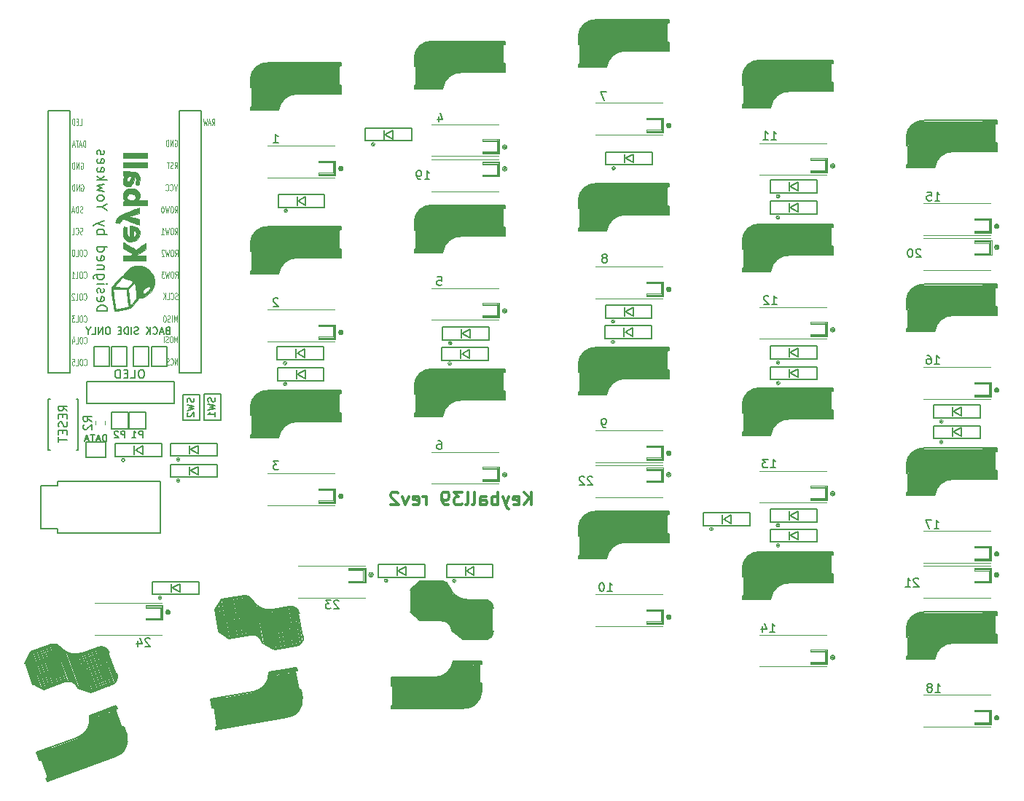
<source format=gbo>
G04 #@! TF.GenerationSoftware,KiCad,Pcbnew,(5.1.10)-1*
G04 #@! TF.CreationDate,2021-12-24T05:38:29+09:00*
G04 #@! TF.ProjectId,keyball39_Left,6b657962-616c-46c3-9339-5f4c6566742e,rev?*
G04 #@! TF.SameCoordinates,Original*
G04 #@! TF.FileFunction,Legend,Bot*
G04 #@! TF.FilePolarity,Positive*
%FSLAX46Y46*%
G04 Gerber Fmt 4.6, Leading zero omitted, Abs format (unit mm)*
G04 Created by KiCad (PCBNEW (5.1.10)-1) date 2021-12-24 05:38:29*
%MOMM*%
%LPD*%
G01*
G04 APERTURE LIST*
%ADD10C,0.300000*%
%ADD11C,0.200000*%
%ADD12C,0.150000*%
%ADD13C,0.010000*%
%ADD14C,0.120000*%
%ADD15C,0.400000*%
%ADD16C,0.500000*%
%ADD17C,3.500000*%
%ADD18C,1.000000*%
%ADD19C,3.000000*%
%ADD20C,0.800000*%
%ADD21C,0.125000*%
%ADD22C,0.152400*%
G04 APERTURE END LIST*
D10*
X149027426Y-107033638D02*
X149027426Y-105533638D01*
X148170283Y-107033638D02*
X148813140Y-106176495D01*
X148170283Y-105533638D02*
X149027426Y-106390781D01*
X146955997Y-106962209D02*
X147098854Y-107033638D01*
X147384569Y-107033638D01*
X147527426Y-106962209D01*
X147598854Y-106819352D01*
X147598854Y-106247924D01*
X147527426Y-106105067D01*
X147384569Y-106033638D01*
X147098854Y-106033638D01*
X146955997Y-106105067D01*
X146884569Y-106247924D01*
X146884569Y-106390781D01*
X147598854Y-106533638D01*
X146384569Y-106033638D02*
X146027426Y-107033638D01*
X145670283Y-106033638D02*
X146027426Y-107033638D01*
X146170283Y-107390781D01*
X146241711Y-107462209D01*
X146384569Y-107533638D01*
X145098854Y-107033638D02*
X145098854Y-105533638D01*
X145098854Y-106105067D02*
X144955997Y-106033638D01*
X144670283Y-106033638D01*
X144527426Y-106105067D01*
X144455997Y-106176495D01*
X144384569Y-106319352D01*
X144384569Y-106747924D01*
X144455997Y-106890781D01*
X144527426Y-106962209D01*
X144670283Y-107033638D01*
X144955997Y-107033638D01*
X145098854Y-106962209D01*
X143098854Y-107033638D02*
X143098854Y-106247924D01*
X143170283Y-106105067D01*
X143313140Y-106033638D01*
X143598854Y-106033638D01*
X143741711Y-106105067D01*
X143098854Y-106962209D02*
X143241711Y-107033638D01*
X143598854Y-107033638D01*
X143741711Y-106962209D01*
X143813140Y-106819352D01*
X143813140Y-106676495D01*
X143741711Y-106533638D01*
X143598854Y-106462209D01*
X143241711Y-106462209D01*
X143098854Y-106390781D01*
X142170283Y-107033638D02*
X142313140Y-106962209D01*
X142384569Y-106819352D01*
X142384569Y-105533638D01*
X141384569Y-107033638D02*
X141527426Y-106962209D01*
X141598854Y-106819352D01*
X141598854Y-105533638D01*
X140955997Y-105533638D02*
X140027426Y-105533638D01*
X140527426Y-106105067D01*
X140313140Y-106105067D01*
X140170283Y-106176495D01*
X140098854Y-106247924D01*
X140027426Y-106390781D01*
X140027426Y-106747924D01*
X140098854Y-106890781D01*
X140170283Y-106962209D01*
X140313140Y-107033638D01*
X140741711Y-107033638D01*
X140884569Y-106962209D01*
X140955997Y-106890781D01*
X139313140Y-107033638D02*
X139027426Y-107033638D01*
X138884569Y-106962209D01*
X138813140Y-106890781D01*
X138670283Y-106676495D01*
X138598854Y-106390781D01*
X138598854Y-105819352D01*
X138670283Y-105676495D01*
X138741711Y-105605067D01*
X138884569Y-105533638D01*
X139170283Y-105533638D01*
X139313140Y-105605067D01*
X139384569Y-105676495D01*
X139455997Y-105819352D01*
X139455997Y-106176495D01*
X139384569Y-106319352D01*
X139313140Y-106390781D01*
X139170283Y-106462209D01*
X138884569Y-106462209D01*
X138741711Y-106390781D01*
X138670283Y-106319352D01*
X138598854Y-106176495D01*
X136813140Y-107033638D02*
X136813140Y-106033638D01*
X136813140Y-106319352D02*
X136741711Y-106176495D01*
X136670283Y-106105067D01*
X136527426Y-106033638D01*
X136384569Y-106033638D01*
X135313140Y-106962209D02*
X135455997Y-107033638D01*
X135741711Y-107033638D01*
X135884569Y-106962209D01*
X135955997Y-106819352D01*
X135955997Y-106247924D01*
X135884569Y-106105067D01*
X135741711Y-106033638D01*
X135455997Y-106033638D01*
X135313140Y-106105067D01*
X135241711Y-106247924D01*
X135241711Y-106390781D01*
X135955997Y-106533638D01*
X134741711Y-106033638D02*
X134384569Y-107033638D01*
X134027426Y-106033638D01*
X133527426Y-105676495D02*
X133455997Y-105605067D01*
X133313140Y-105533638D01*
X132955997Y-105533638D01*
X132813140Y-105605067D01*
X132741711Y-105676495D01*
X132670283Y-105819352D01*
X132670283Y-105962209D01*
X132741711Y-106176495D01*
X133598854Y-107033638D01*
X132670283Y-107033638D01*
D11*
X98541711Y-84522924D02*
X99741711Y-84522924D01*
X99741711Y-84237209D01*
X99684569Y-84065781D01*
X99570283Y-83951495D01*
X99455997Y-83894352D01*
X99227426Y-83837209D01*
X99055997Y-83837209D01*
X98827426Y-83894352D01*
X98713140Y-83951495D01*
X98598854Y-84065781D01*
X98541711Y-84237209D01*
X98541711Y-84522924D01*
X98598854Y-82865781D02*
X98541711Y-82980067D01*
X98541711Y-83208638D01*
X98598854Y-83322924D01*
X98713140Y-83380067D01*
X99170283Y-83380067D01*
X99284569Y-83322924D01*
X99341711Y-83208638D01*
X99341711Y-82980067D01*
X99284569Y-82865781D01*
X99170283Y-82808638D01*
X99055997Y-82808638D01*
X98941711Y-83380067D01*
X98598854Y-82351495D02*
X98541711Y-82237209D01*
X98541711Y-82008638D01*
X98598854Y-81894352D01*
X98713140Y-81837209D01*
X98770283Y-81837209D01*
X98884569Y-81894352D01*
X98941711Y-82008638D01*
X98941711Y-82180067D01*
X98998854Y-82294352D01*
X99113140Y-82351495D01*
X99170283Y-82351495D01*
X99284569Y-82294352D01*
X99341711Y-82180067D01*
X99341711Y-82008638D01*
X99284569Y-81894352D01*
X98541711Y-81322924D02*
X99341711Y-81322924D01*
X99741711Y-81322924D02*
X99684569Y-81380067D01*
X99627426Y-81322924D01*
X99684569Y-81265781D01*
X99741711Y-81322924D01*
X99627426Y-81322924D01*
X99341711Y-80237209D02*
X98370283Y-80237209D01*
X98255997Y-80294352D01*
X98198854Y-80351495D01*
X98141711Y-80465781D01*
X98141711Y-80637209D01*
X98198854Y-80751495D01*
X98598854Y-80237209D02*
X98541711Y-80351495D01*
X98541711Y-80580067D01*
X98598854Y-80694352D01*
X98655997Y-80751495D01*
X98770283Y-80808638D01*
X99113140Y-80808638D01*
X99227426Y-80751495D01*
X99284569Y-80694352D01*
X99341711Y-80580067D01*
X99341711Y-80351495D01*
X99284569Y-80237209D01*
X99341711Y-79665781D02*
X98541711Y-79665781D01*
X99227426Y-79665781D02*
X99284569Y-79608638D01*
X99341711Y-79494352D01*
X99341711Y-79322924D01*
X99284569Y-79208638D01*
X99170283Y-79151495D01*
X98541711Y-79151495D01*
X98598854Y-78122924D02*
X98541711Y-78237209D01*
X98541711Y-78465781D01*
X98598854Y-78580067D01*
X98713140Y-78637209D01*
X99170283Y-78637209D01*
X99284569Y-78580067D01*
X99341711Y-78465781D01*
X99341711Y-78237209D01*
X99284569Y-78122924D01*
X99170283Y-78065781D01*
X99055997Y-78065781D01*
X98941711Y-78637209D01*
X98541711Y-77037209D02*
X99741711Y-77037209D01*
X98598854Y-77037209D02*
X98541711Y-77151495D01*
X98541711Y-77380067D01*
X98598854Y-77494352D01*
X98655997Y-77551495D01*
X98770283Y-77608638D01*
X99113140Y-77608638D01*
X99227426Y-77551495D01*
X99284569Y-77494352D01*
X99341711Y-77380067D01*
X99341711Y-77151495D01*
X99284569Y-77037209D01*
X98541711Y-75551495D02*
X99741711Y-75551495D01*
X99284569Y-75551495D02*
X99341711Y-75437209D01*
X99341711Y-75208638D01*
X99284569Y-75094352D01*
X99227426Y-75037209D01*
X99113140Y-74980067D01*
X98770283Y-74980067D01*
X98655997Y-75037209D01*
X98598854Y-75094352D01*
X98541711Y-75208638D01*
X98541711Y-75437209D01*
X98598854Y-75551495D01*
X99341711Y-74580067D02*
X98541711Y-74294352D01*
X99341711Y-74008638D02*
X98541711Y-74294352D01*
X98255997Y-74408638D01*
X98198854Y-74465781D01*
X98141711Y-74580067D01*
X99113140Y-72408638D02*
X98541711Y-72408638D01*
X99741711Y-72808638D02*
X99113140Y-72408638D01*
X99741711Y-72008638D01*
X98541711Y-71437209D02*
X98598854Y-71551495D01*
X98655997Y-71608638D01*
X98770283Y-71665781D01*
X99113140Y-71665781D01*
X99227426Y-71608638D01*
X99284569Y-71551495D01*
X99341711Y-71437209D01*
X99341711Y-71265781D01*
X99284569Y-71151495D01*
X99227426Y-71094352D01*
X99113140Y-71037209D01*
X98770283Y-71037209D01*
X98655997Y-71094352D01*
X98598854Y-71151495D01*
X98541711Y-71265781D01*
X98541711Y-71437209D01*
X99341711Y-70637209D02*
X98541711Y-70408638D01*
X99113140Y-70180067D01*
X98541711Y-69951495D01*
X99341711Y-69722924D01*
X98541711Y-69265781D02*
X99741711Y-69265781D01*
X98998854Y-69151495D02*
X98541711Y-68808638D01*
X99341711Y-68808638D02*
X98884569Y-69265781D01*
X98598854Y-67837209D02*
X98541711Y-67951495D01*
X98541711Y-68180067D01*
X98598854Y-68294352D01*
X98713140Y-68351495D01*
X99170283Y-68351495D01*
X99284569Y-68294352D01*
X99341711Y-68180067D01*
X99341711Y-67951495D01*
X99284569Y-67837209D01*
X99170283Y-67780067D01*
X99055997Y-67780067D01*
X98941711Y-68351495D01*
X98598854Y-66808638D02*
X98541711Y-66922924D01*
X98541711Y-67151495D01*
X98598854Y-67265781D01*
X98713140Y-67322924D01*
X99170283Y-67322924D01*
X99284569Y-67265781D01*
X99341711Y-67151495D01*
X99341711Y-66922924D01*
X99284569Y-66808638D01*
X99170283Y-66751495D01*
X99055997Y-66751495D01*
X98941711Y-67322924D01*
X98598854Y-66294352D02*
X98541711Y-66180067D01*
X98541711Y-65951495D01*
X98598854Y-65837209D01*
X98713140Y-65780067D01*
X98770283Y-65780067D01*
X98884569Y-65837209D01*
X98941711Y-65951495D01*
X98941711Y-66122924D01*
X98998854Y-66237209D01*
X99113140Y-66294352D01*
X99170283Y-66294352D01*
X99284569Y-66237209D01*
X99341711Y-66122924D01*
X99341711Y-65951495D01*
X99284569Y-65837209D01*
D12*
X106732902Y-86762924D02*
X106618616Y-86801019D01*
X106580521Y-86839114D01*
X106542426Y-86915305D01*
X106542426Y-87029590D01*
X106580521Y-87105781D01*
X106618616Y-87143876D01*
X106694807Y-87181971D01*
X106999569Y-87181971D01*
X106999569Y-86381971D01*
X106732902Y-86381971D01*
X106656711Y-86420067D01*
X106618616Y-86458162D01*
X106580521Y-86534352D01*
X106580521Y-86610543D01*
X106618616Y-86686733D01*
X106656711Y-86724828D01*
X106732902Y-86762924D01*
X106999569Y-86762924D01*
X106237664Y-86953400D02*
X105856711Y-86953400D01*
X106313854Y-87181971D02*
X106047188Y-86381971D01*
X105780521Y-87181971D01*
X105056711Y-87105781D02*
X105094807Y-87143876D01*
X105209092Y-87181971D01*
X105285283Y-87181971D01*
X105399569Y-87143876D01*
X105475759Y-87067686D01*
X105513854Y-86991495D01*
X105551949Y-86839114D01*
X105551949Y-86724828D01*
X105513854Y-86572447D01*
X105475759Y-86496257D01*
X105399569Y-86420067D01*
X105285283Y-86381971D01*
X105209092Y-86381971D01*
X105094807Y-86420067D01*
X105056711Y-86458162D01*
X104713854Y-87181971D02*
X104713854Y-86381971D01*
X104256711Y-87181971D02*
X104599569Y-86724828D01*
X104256711Y-86381971D02*
X104713854Y-86839114D01*
X103342426Y-87143876D02*
X103228140Y-87181971D01*
X103037664Y-87181971D01*
X102961473Y-87143876D01*
X102923378Y-87105781D01*
X102885283Y-87029590D01*
X102885283Y-86953400D01*
X102923378Y-86877209D01*
X102961473Y-86839114D01*
X103037664Y-86801019D01*
X103190045Y-86762924D01*
X103266235Y-86724828D01*
X103304330Y-86686733D01*
X103342426Y-86610543D01*
X103342426Y-86534352D01*
X103304330Y-86458162D01*
X103266235Y-86420067D01*
X103190045Y-86381971D01*
X102999569Y-86381971D01*
X102885283Y-86420067D01*
X102542426Y-87181971D02*
X102542426Y-86381971D01*
X102161473Y-87181971D02*
X102161473Y-86381971D01*
X101970997Y-86381971D01*
X101856711Y-86420067D01*
X101780521Y-86496257D01*
X101742426Y-86572447D01*
X101704330Y-86724828D01*
X101704330Y-86839114D01*
X101742426Y-86991495D01*
X101780521Y-87067686D01*
X101856711Y-87143876D01*
X101970997Y-87181971D01*
X102161473Y-87181971D01*
X101361473Y-86762924D02*
X101094807Y-86762924D01*
X100980521Y-87181971D02*
X101361473Y-87181971D01*
X101361473Y-86381971D01*
X100980521Y-86381971D01*
X99875759Y-86381971D02*
X99723378Y-86381971D01*
X99647188Y-86420067D01*
X99570997Y-86496257D01*
X99532902Y-86648638D01*
X99532902Y-86915305D01*
X99570997Y-87067686D01*
X99647188Y-87143876D01*
X99723378Y-87181971D01*
X99875759Y-87181971D01*
X99951949Y-87143876D01*
X100028140Y-87067686D01*
X100066235Y-86915305D01*
X100066235Y-86648638D01*
X100028140Y-86496257D01*
X99951949Y-86420067D01*
X99875759Y-86381971D01*
X99190045Y-87181971D02*
X99190045Y-86381971D01*
X98732902Y-87181971D01*
X98732902Y-86381971D01*
X97970997Y-87181971D02*
X98351949Y-87181971D01*
X98351949Y-86381971D01*
X97551949Y-86801019D02*
X97551949Y-87181971D01*
X97818616Y-86381971D02*
X97551949Y-86801019D01*
X97285283Y-86381971D01*
D13*
G36*
X105194255Y-80884829D02*
G01*
X105120431Y-80535081D01*
X104977015Y-80198142D01*
X104819932Y-79951823D01*
X104586569Y-79695305D01*
X104308895Y-79489721D01*
X103997401Y-79338432D01*
X103662575Y-79244797D01*
X103314909Y-79212175D01*
X102964893Y-79243926D01*
X102764062Y-79293431D01*
X102439128Y-79429358D01*
X102143016Y-79623923D01*
X101887601Y-79867214D01*
X101684758Y-80149321D01*
X101640320Y-80231302D01*
X101573425Y-80348840D01*
X101516782Y-80409831D01*
X101460043Y-80426924D01*
X101404033Y-80450095D01*
X101314068Y-80520885D01*
X101188283Y-80641202D01*
X101024812Y-80812960D01*
X100821788Y-81038068D01*
X100577346Y-81318438D01*
X100488640Y-81421814D01*
X100384728Y-81543681D01*
X100307651Y-81641695D01*
X100254719Y-81729189D01*
X100223242Y-81819493D01*
X100210533Y-81925938D01*
X100213902Y-82061854D01*
X100230659Y-82240574D01*
X100258116Y-82475426D01*
X100264796Y-82531495D01*
X100400823Y-83503023D01*
X100501915Y-84082710D01*
X100578150Y-84490924D01*
X100692145Y-84490683D01*
X100786996Y-84483614D01*
X100786996Y-84273210D01*
X100740739Y-84252736D01*
X100705632Y-84182445D01*
X100683298Y-84095361D01*
X100655933Y-83950852D01*
X100622946Y-83749942D01*
X100586545Y-83508375D01*
X100548939Y-83241897D01*
X100512336Y-82966254D01*
X100478944Y-82697191D01*
X100450971Y-82450453D01*
X100446152Y-82404495D01*
X100427720Y-82227793D01*
X100411807Y-82078899D01*
X100399931Y-81971749D01*
X100393609Y-81920279D01*
X100393169Y-81917970D01*
X100426161Y-81914530D01*
X100520556Y-81913819D01*
X100665243Y-81915688D01*
X100849111Y-81919993D01*
X101061049Y-81926587D01*
X101069212Y-81926871D01*
X101294179Y-81935680D01*
X101503054Y-81945648D01*
X101681435Y-81955952D01*
X101814916Y-81965765D01*
X101885640Y-81973644D01*
X102021712Y-81996705D01*
X102021712Y-82218965D01*
X102027700Y-82378633D01*
X102044179Y-82590253D01*
X102060682Y-82753018D01*
X102060682Y-81810066D01*
X101723697Y-81773659D01*
X101539421Y-81755757D01*
X101316500Y-81737075D01*
X101088774Y-81720338D01*
X100960355Y-81712155D01*
X100794250Y-81701314D01*
X100658395Y-81690421D01*
X100566932Y-81680753D01*
X100533997Y-81673667D01*
X100556153Y-81642360D01*
X100615949Y-81568486D01*
X100703378Y-81464219D01*
X100776027Y-81379243D01*
X100912537Y-81223527D01*
X101064438Y-81054586D01*
X101205083Y-80901945D01*
X101244454Y-80860213D01*
X101470852Y-80622217D01*
X101719068Y-80689065D01*
X101838839Y-80723105D01*
X101993230Y-80769516D01*
X102167071Y-80823436D01*
X102345195Y-80880000D01*
X102512433Y-80934345D01*
X102653615Y-80981608D01*
X102753573Y-81016925D01*
X102795039Y-81034056D01*
X102781173Y-81063930D01*
X102723359Y-81135036D01*
X102629806Y-81238146D01*
X102508719Y-81364029D01*
X102442595Y-81430459D01*
X102060682Y-81810066D01*
X102060682Y-82753018D01*
X102068926Y-82834327D01*
X102099712Y-83091359D01*
X102134314Y-83341852D01*
X102170505Y-83566310D01*
X102183728Y-83638210D01*
X102209590Y-83775789D01*
X102229065Y-83884661D01*
X102238860Y-83946232D01*
X102239420Y-83952544D01*
X102205895Y-83970843D01*
X102113851Y-83999723D01*
X101976090Y-84036355D01*
X101805413Y-84077914D01*
X101614625Y-84121574D01*
X101416526Y-84164507D01*
X101223921Y-84203888D01*
X101049610Y-84236889D01*
X100906398Y-84260685D01*
X100807085Y-84272448D01*
X100786996Y-84273210D01*
X100786996Y-84483614D01*
X100799005Y-84482718D01*
X100961595Y-84460910D01*
X101164976Y-84427920D01*
X101394206Y-84386408D01*
X101634348Y-84339036D01*
X101870460Y-84288465D01*
X102015076Y-84255047D01*
X102421953Y-84157759D01*
X102431062Y-84147696D01*
X102431062Y-83817591D01*
X102411731Y-83789167D01*
X102408121Y-83777690D01*
X102375497Y-83640509D01*
X102340563Y-83448454D01*
X102305554Y-83219078D01*
X102272707Y-82969937D01*
X102244257Y-82718584D01*
X102222438Y-82482575D01*
X102209486Y-82279464D01*
X102207075Y-82198803D01*
X102203140Y-81920539D01*
X102556564Y-81591017D01*
X102688759Y-81469343D01*
X102802154Y-81367943D01*
X102886231Y-81296006D01*
X102930469Y-81262719D01*
X102933839Y-81261495D01*
X102953194Y-81295619D01*
X102977310Y-81389906D01*
X103004549Y-81532230D01*
X103033278Y-81710465D01*
X103061861Y-81912486D01*
X103088663Y-82126166D01*
X103112049Y-82339380D01*
X103130384Y-82540002D01*
X103142032Y-82715905D01*
X103145437Y-82830622D01*
X103146569Y-83075320D01*
X102896904Y-83356765D01*
X102778597Y-83488126D01*
X102665383Y-83610364D01*
X102573820Y-83705754D01*
X102537574Y-83741405D01*
X102467439Y-83803231D01*
X102431062Y-83817591D01*
X102431062Y-84147696D01*
X102739207Y-83807270D01*
X102934660Y-83589337D01*
X103084540Y-83417110D01*
X103193791Y-83284191D01*
X103267354Y-83184180D01*
X103310172Y-83110678D01*
X103327184Y-83057285D01*
X103327997Y-83044830D01*
X103337647Y-82995647D01*
X103379382Y-82972868D01*
X103472384Y-82966955D01*
X103484697Y-82966924D01*
X103766301Y-82932806D01*
X103975692Y-82861520D01*
X103975692Y-82441863D01*
X103884659Y-82405682D01*
X103839933Y-82323335D01*
X103847492Y-82203704D01*
X103888918Y-82098983D01*
X103979002Y-81967434D01*
X104101154Y-81846065D01*
X104240567Y-81743830D01*
X104382435Y-81669683D01*
X104511952Y-81632579D01*
X104614311Y-81641471D01*
X104631135Y-81650123D01*
X104688479Y-81722531D01*
X104692883Y-81824406D01*
X104651726Y-81944865D01*
X104572387Y-82073024D01*
X104462247Y-82198001D01*
X104328685Y-82308912D01*
X104179081Y-82394876D01*
X104107052Y-82422997D01*
X103975692Y-82441863D01*
X103975692Y-82861520D01*
X104050875Y-82835924D01*
X104326237Y-82684488D01*
X104580206Y-82486705D01*
X104800600Y-82250784D01*
X104975238Y-81984933D01*
X104992944Y-81950605D01*
X105131033Y-81598623D01*
X105197963Y-81241354D01*
X105194255Y-80884829D01*
G37*
X105194255Y-80884829D02*
X105120431Y-80535081D01*
X104977015Y-80198142D01*
X104819932Y-79951823D01*
X104586569Y-79695305D01*
X104308895Y-79489721D01*
X103997401Y-79338432D01*
X103662575Y-79244797D01*
X103314909Y-79212175D01*
X102964893Y-79243926D01*
X102764062Y-79293431D01*
X102439128Y-79429358D01*
X102143016Y-79623923D01*
X101887601Y-79867214D01*
X101684758Y-80149321D01*
X101640320Y-80231302D01*
X101573425Y-80348840D01*
X101516782Y-80409831D01*
X101460043Y-80426924D01*
X101404033Y-80450095D01*
X101314068Y-80520885D01*
X101188283Y-80641202D01*
X101024812Y-80812960D01*
X100821788Y-81038068D01*
X100577346Y-81318438D01*
X100488640Y-81421814D01*
X100384728Y-81543681D01*
X100307651Y-81641695D01*
X100254719Y-81729189D01*
X100223242Y-81819493D01*
X100210533Y-81925938D01*
X100213902Y-82061854D01*
X100230659Y-82240574D01*
X100258116Y-82475426D01*
X100264796Y-82531495D01*
X100400823Y-83503023D01*
X100501915Y-84082710D01*
X100578150Y-84490924D01*
X100692145Y-84490683D01*
X100786996Y-84483614D01*
X100786996Y-84273210D01*
X100740739Y-84252736D01*
X100705632Y-84182445D01*
X100683298Y-84095361D01*
X100655933Y-83950852D01*
X100622946Y-83749942D01*
X100586545Y-83508375D01*
X100548939Y-83241897D01*
X100512336Y-82966254D01*
X100478944Y-82697191D01*
X100450971Y-82450453D01*
X100446152Y-82404495D01*
X100427720Y-82227793D01*
X100411807Y-82078899D01*
X100399931Y-81971749D01*
X100393609Y-81920279D01*
X100393169Y-81917970D01*
X100426161Y-81914530D01*
X100520556Y-81913819D01*
X100665243Y-81915688D01*
X100849111Y-81919993D01*
X101061049Y-81926587D01*
X101069212Y-81926871D01*
X101294179Y-81935680D01*
X101503054Y-81945648D01*
X101681435Y-81955952D01*
X101814916Y-81965765D01*
X101885640Y-81973644D01*
X102021712Y-81996705D01*
X102021712Y-82218965D01*
X102027700Y-82378633D01*
X102044179Y-82590253D01*
X102060682Y-82753018D01*
X102060682Y-81810066D01*
X101723697Y-81773659D01*
X101539421Y-81755757D01*
X101316500Y-81737075D01*
X101088774Y-81720338D01*
X100960355Y-81712155D01*
X100794250Y-81701314D01*
X100658395Y-81690421D01*
X100566932Y-81680753D01*
X100533997Y-81673667D01*
X100556153Y-81642360D01*
X100615949Y-81568486D01*
X100703378Y-81464219D01*
X100776027Y-81379243D01*
X100912537Y-81223527D01*
X101064438Y-81054586D01*
X101205083Y-80901945D01*
X101244454Y-80860213D01*
X101470852Y-80622217D01*
X101719068Y-80689065D01*
X101838839Y-80723105D01*
X101993230Y-80769516D01*
X102167071Y-80823436D01*
X102345195Y-80880000D01*
X102512433Y-80934345D01*
X102653615Y-80981608D01*
X102753573Y-81016925D01*
X102795039Y-81034056D01*
X102781173Y-81063930D01*
X102723359Y-81135036D01*
X102629806Y-81238146D01*
X102508719Y-81364029D01*
X102442595Y-81430459D01*
X102060682Y-81810066D01*
X102060682Y-82753018D01*
X102068926Y-82834327D01*
X102099712Y-83091359D01*
X102134314Y-83341852D01*
X102170505Y-83566310D01*
X102183728Y-83638210D01*
X102209590Y-83775789D01*
X102229065Y-83884661D01*
X102238860Y-83946232D01*
X102239420Y-83952544D01*
X102205895Y-83970843D01*
X102113851Y-83999723D01*
X101976090Y-84036355D01*
X101805413Y-84077914D01*
X101614625Y-84121574D01*
X101416526Y-84164507D01*
X101223921Y-84203888D01*
X101049610Y-84236889D01*
X100906398Y-84260685D01*
X100807085Y-84272448D01*
X100786996Y-84273210D01*
X100786996Y-84483614D01*
X100799005Y-84482718D01*
X100961595Y-84460910D01*
X101164976Y-84427920D01*
X101394206Y-84386408D01*
X101634348Y-84339036D01*
X101870460Y-84288465D01*
X102015076Y-84255047D01*
X102421953Y-84157759D01*
X102431062Y-84147696D01*
X102431062Y-83817591D01*
X102411731Y-83789167D01*
X102408121Y-83777690D01*
X102375497Y-83640509D01*
X102340563Y-83448454D01*
X102305554Y-83219078D01*
X102272707Y-82969937D01*
X102244257Y-82718584D01*
X102222438Y-82482575D01*
X102209486Y-82279464D01*
X102207075Y-82198803D01*
X102203140Y-81920539D01*
X102556564Y-81591017D01*
X102688759Y-81469343D01*
X102802154Y-81367943D01*
X102886231Y-81296006D01*
X102930469Y-81262719D01*
X102933839Y-81261495D01*
X102953194Y-81295619D01*
X102977310Y-81389906D01*
X103004549Y-81532230D01*
X103033278Y-81710465D01*
X103061861Y-81912486D01*
X103088663Y-82126166D01*
X103112049Y-82339380D01*
X103130384Y-82540002D01*
X103142032Y-82715905D01*
X103145437Y-82830622D01*
X103146569Y-83075320D01*
X102896904Y-83356765D01*
X102778597Y-83488126D01*
X102665383Y-83610364D01*
X102573820Y-83705754D01*
X102537574Y-83741405D01*
X102467439Y-83803231D01*
X102431062Y-83817591D01*
X102431062Y-84147696D01*
X102739207Y-83807270D01*
X102934660Y-83589337D01*
X103084540Y-83417110D01*
X103193791Y-83284191D01*
X103267354Y-83184180D01*
X103310172Y-83110678D01*
X103327184Y-83057285D01*
X103327997Y-83044830D01*
X103337647Y-82995647D01*
X103379382Y-82972868D01*
X103472384Y-82966955D01*
X103484697Y-82966924D01*
X103766301Y-82932806D01*
X103975692Y-82861520D01*
X103975692Y-82441863D01*
X103884659Y-82405682D01*
X103839933Y-82323335D01*
X103847492Y-82203704D01*
X103888918Y-82098983D01*
X103979002Y-81967434D01*
X104101154Y-81846065D01*
X104240567Y-81743830D01*
X104382435Y-81669683D01*
X104511952Y-81632579D01*
X104614311Y-81641471D01*
X104631135Y-81650123D01*
X104688479Y-81722531D01*
X104692883Y-81824406D01*
X104651726Y-81944865D01*
X104572387Y-82073024D01*
X104462247Y-82198001D01*
X104328685Y-82308912D01*
X104179081Y-82394876D01*
X104107052Y-82422997D01*
X103975692Y-82441863D01*
X103975692Y-82861520D01*
X104050875Y-82835924D01*
X104326237Y-82684488D01*
X104580206Y-82486705D01*
X104800600Y-82250784D01*
X104975238Y-81984933D01*
X104992944Y-81950605D01*
X105131033Y-81598623D01*
X105197963Y-81241354D01*
X105194255Y-80884829D01*
G36*
X103155640Y-73731734D02*
G01*
X102961370Y-73673171D01*
X102741158Y-73606665D01*
X102538503Y-73545356D01*
X102513879Y-73537896D01*
X102189617Y-73439639D01*
X102831379Y-73283361D01*
X103473140Y-73127083D01*
X103473140Y-72799836D01*
X103470550Y-72637581D01*
X103461884Y-72538553D01*
X103445798Y-72493562D01*
X103427783Y-72489853D01*
X103381429Y-72506591D01*
X103277278Y-72543701D01*
X103125971Y-72597406D01*
X102938149Y-72663933D01*
X102724451Y-72739506D01*
X102638569Y-72769848D01*
X102393481Y-72858275D01*
X102147867Y-72950217D01*
X101918487Y-73039158D01*
X101722102Y-73118585D01*
X101575470Y-73181983D01*
X101560904Y-73188723D01*
X101247306Y-73362661D01*
X101002436Y-73559095D01*
X100825895Y-73778443D01*
X100717279Y-74021122D01*
X100701545Y-74081682D01*
X100694261Y-74133668D01*
X100711011Y-74168097D01*
X100766062Y-74195335D01*
X100873681Y-74225751D01*
X100913774Y-74235896D01*
X101035335Y-74265755D01*
X101126577Y-74286904D01*
X101166896Y-74294638D01*
X101191496Y-74264551D01*
X101229576Y-74189361D01*
X101242921Y-74158567D01*
X101314579Y-74028607D01*
X101409052Y-73912270D01*
X101509750Y-73826284D01*
X101600083Y-73787379D01*
X101611745Y-73786638D01*
X101667411Y-73799771D01*
X101780171Y-73836718D01*
X101939955Y-73893806D01*
X102136695Y-73967361D01*
X102360321Y-74053707D01*
X102556378Y-74131352D01*
X102790975Y-74224873D01*
X103003412Y-74308756D01*
X103184391Y-74379394D01*
X103324615Y-74433181D01*
X103414786Y-74466512D01*
X103445176Y-74476067D01*
X103457529Y-74442495D01*
X103467090Y-74352608D01*
X103472462Y-74222651D01*
X103473140Y-74151691D01*
X103473140Y-73827315D01*
X103155640Y-73731734D01*
G37*
X103155640Y-73731734D02*
X102961370Y-73673171D01*
X102741158Y-73606665D01*
X102538503Y-73545356D01*
X102513879Y-73537896D01*
X102189617Y-73439639D01*
X102831379Y-73283361D01*
X103473140Y-73127083D01*
X103473140Y-72799836D01*
X103470550Y-72637581D01*
X103461884Y-72538553D01*
X103445798Y-72493562D01*
X103427783Y-72489853D01*
X103381429Y-72506591D01*
X103277278Y-72543701D01*
X103125971Y-72597406D01*
X102938149Y-72663933D01*
X102724451Y-72739506D01*
X102638569Y-72769848D01*
X102393481Y-72858275D01*
X102147867Y-72950217D01*
X101918487Y-73039158D01*
X101722102Y-73118585D01*
X101575470Y-73181983D01*
X101560904Y-73188723D01*
X101247306Y-73362661D01*
X101002436Y-73559095D01*
X100825895Y-73778443D01*
X100717279Y-74021122D01*
X100701545Y-74081682D01*
X100694261Y-74133668D01*
X100711011Y-74168097D01*
X100766062Y-74195335D01*
X100873681Y-74225751D01*
X100913774Y-74235896D01*
X101035335Y-74265755D01*
X101126577Y-74286904D01*
X101166896Y-74294638D01*
X101191496Y-74264551D01*
X101229576Y-74189361D01*
X101242921Y-74158567D01*
X101314579Y-74028607D01*
X101409052Y-73912270D01*
X101509750Y-73826284D01*
X101600083Y-73787379D01*
X101611745Y-73786638D01*
X101667411Y-73799771D01*
X101780171Y-73836718D01*
X101939955Y-73893806D01*
X102136695Y-73967361D01*
X102360321Y-74053707D01*
X102556378Y-74131352D01*
X102790975Y-74224873D01*
X103003412Y-74308756D01*
X103184391Y-74379394D01*
X103324615Y-74433181D01*
X103414786Y-74466512D01*
X103445176Y-74476067D01*
X103457529Y-74442495D01*
X103467090Y-74352608D01*
X103472462Y-74222651D01*
X103473140Y-74151691D01*
X103473140Y-73827315D01*
X103155640Y-73731734D01*
G36*
X103492830Y-75277606D02*
G01*
X103426294Y-75048754D01*
X103302685Y-74863356D01*
X103124144Y-74723761D01*
X102892813Y-74632320D01*
X102629497Y-74592393D01*
X102348283Y-74575599D01*
X102348283Y-75215262D01*
X102346470Y-75432772D01*
X102341382Y-75615279D01*
X102333542Y-75752768D01*
X102323476Y-75835223D01*
X102314781Y-75854924D01*
X102242909Y-75825193D01*
X102159008Y-75749471D01*
X102080790Y-75647967D01*
X102025968Y-75540887D01*
X102018268Y-75516632D01*
X101999048Y-75383509D01*
X101996556Y-75210969D01*
X102009665Y-75029936D01*
X102037245Y-74871335D01*
X102042532Y-74851493D01*
X102049218Y-74802779D01*
X102027136Y-74769496D01*
X101963109Y-74744008D01*
X101843962Y-74718681D01*
X101799579Y-74710693D01*
X101710628Y-74700756D01*
X101663376Y-74723942D01*
X101628967Y-74796382D01*
X101624548Y-74808544D01*
X101601015Y-74911656D01*
X101582276Y-75063732D01*
X101569400Y-75241926D01*
X101563453Y-75423389D01*
X101565502Y-75585273D01*
X101576615Y-75704732D01*
X101581617Y-75727924D01*
X101680156Y-75974687D01*
X101828784Y-76171557D01*
X102023457Y-76314560D01*
X102260133Y-76399721D01*
X102266400Y-76401043D01*
X102542796Y-76427050D01*
X102799420Y-76391048D01*
X102825855Y-76380368D01*
X102825855Y-75857032D01*
X102783149Y-75840610D01*
X102759145Y-75764899D01*
X102748956Y-75625015D01*
X102747426Y-75492067D01*
X102749220Y-75339746D01*
X102754059Y-75218912D01*
X102761124Y-75144925D01*
X102766734Y-75129210D01*
X102809738Y-75141934D01*
X102891513Y-75173384D01*
X102912108Y-75181883D01*
X103033652Y-75265603D01*
X103098488Y-75382114D01*
X103104586Y-75516486D01*
X103049913Y-75653790D01*
X102986912Y-75731552D01*
X102892147Y-75819051D01*
X102825855Y-75857032D01*
X102825855Y-76380368D01*
X103028199Y-76298619D01*
X103221065Y-76155346D01*
X103369945Y-75966813D01*
X103466768Y-75738602D01*
X103500151Y-75547562D01*
X103492830Y-75277606D01*
G37*
X103492830Y-75277606D02*
X103426294Y-75048754D01*
X103302685Y-74863356D01*
X103124144Y-74723761D01*
X102892813Y-74632320D01*
X102629497Y-74592393D01*
X102348283Y-74575599D01*
X102348283Y-75215262D01*
X102346470Y-75432772D01*
X102341382Y-75615279D01*
X102333542Y-75752768D01*
X102323476Y-75835223D01*
X102314781Y-75854924D01*
X102242909Y-75825193D01*
X102159008Y-75749471D01*
X102080790Y-75647967D01*
X102025968Y-75540887D01*
X102018268Y-75516632D01*
X101999048Y-75383509D01*
X101996556Y-75210969D01*
X102009665Y-75029936D01*
X102037245Y-74871335D01*
X102042532Y-74851493D01*
X102049218Y-74802779D01*
X102027136Y-74769496D01*
X101963109Y-74744008D01*
X101843962Y-74718681D01*
X101799579Y-74710693D01*
X101710628Y-74700756D01*
X101663376Y-74723942D01*
X101628967Y-74796382D01*
X101624548Y-74808544D01*
X101601015Y-74911656D01*
X101582276Y-75063732D01*
X101569400Y-75241926D01*
X101563453Y-75423389D01*
X101565502Y-75585273D01*
X101576615Y-75704732D01*
X101581617Y-75727924D01*
X101680156Y-75974687D01*
X101828784Y-76171557D01*
X102023457Y-76314560D01*
X102260133Y-76399721D01*
X102266400Y-76401043D01*
X102542796Y-76427050D01*
X102799420Y-76391048D01*
X102825855Y-76380368D01*
X102825855Y-75857032D01*
X102783149Y-75840610D01*
X102759145Y-75764899D01*
X102748956Y-75625015D01*
X102747426Y-75492067D01*
X102749220Y-75339746D01*
X102754059Y-75218912D01*
X102761124Y-75144925D01*
X102766734Y-75129210D01*
X102809738Y-75141934D01*
X102891513Y-75173384D01*
X102912108Y-75181883D01*
X103033652Y-75265603D01*
X103098488Y-75382114D01*
X103104586Y-75516486D01*
X103049913Y-75653790D01*
X102986912Y-75731552D01*
X102892147Y-75819051D01*
X102825855Y-75857032D01*
X102825855Y-76380368D01*
X103028199Y-76298619D01*
X103221065Y-76155346D01*
X103369945Y-75966813D01*
X103466768Y-75738602D01*
X103500151Y-75547562D01*
X103492830Y-75277606D01*
G36*
X103241848Y-71609495D02*
G01*
X103340066Y-71506978D01*
X103444486Y-71348730D01*
X103497899Y-71157974D01*
X103501256Y-70952870D01*
X103455504Y-70751578D01*
X103361593Y-70572260D01*
X103286770Y-70486739D01*
X103101838Y-70358504D01*
X102873766Y-70273514D01*
X102619962Y-70235006D01*
X102357833Y-70246216D01*
X102188400Y-70282516D01*
X101971510Y-70378470D01*
X101793434Y-70522203D01*
X101660175Y-70701860D01*
X101577735Y-70905586D01*
X101552116Y-71121524D01*
X101589321Y-71337821D01*
X101617615Y-71409924D01*
X101672467Y-71512187D01*
X101728756Y-71590210D01*
X101743419Y-71604535D01*
X101784829Y-71662363D01*
X101759428Y-71703232D01*
X101674856Y-71718352D01*
X101628944Y-71722243D01*
X101602471Y-71744342D01*
X101590096Y-71800290D01*
X101586478Y-71905729D01*
X101586283Y-71977731D01*
X101586283Y-72237109D01*
X101885640Y-72213805D01*
X101999615Y-72207806D01*
X102173814Y-72202365D01*
X102395891Y-72197688D01*
X102510326Y-72196043D01*
X102510326Y-71609495D01*
X102376672Y-71606670D01*
X102289840Y-71592409D01*
X102224132Y-71558032D01*
X102153851Y-71494858D01*
X102145083Y-71486124D01*
X102048449Y-71354105D01*
X102022749Y-71217697D01*
X102066456Y-71068542D01*
X102068108Y-71065210D01*
X102159213Y-70957970D01*
X102295330Y-70886846D01*
X102458205Y-70852406D01*
X102629582Y-70855218D01*
X102791203Y-70895850D01*
X102924814Y-70974870D01*
X102981080Y-71036790D01*
X103027016Y-71154103D01*
X103031711Y-71292291D01*
X102995808Y-71416704D01*
X102973405Y-71451034D01*
X102886782Y-71533845D01*
X102778943Y-71583370D01*
X102631019Y-71606066D01*
X102510326Y-71609495D01*
X102510326Y-72196043D01*
X102653498Y-72193984D01*
X102934289Y-72191461D01*
X103225918Y-72190326D01*
X103282640Y-72190284D01*
X104380283Y-72190067D01*
X104380283Y-71609495D01*
X103241848Y-71609495D01*
G37*
X103241848Y-71609495D02*
X103340066Y-71506978D01*
X103444486Y-71348730D01*
X103497899Y-71157974D01*
X103501256Y-70952870D01*
X103455504Y-70751578D01*
X103361593Y-70572260D01*
X103286770Y-70486739D01*
X103101838Y-70358504D01*
X102873766Y-70273514D01*
X102619962Y-70235006D01*
X102357833Y-70246216D01*
X102188400Y-70282516D01*
X101971510Y-70378470D01*
X101793434Y-70522203D01*
X101660175Y-70701860D01*
X101577735Y-70905586D01*
X101552116Y-71121524D01*
X101589321Y-71337821D01*
X101617615Y-71409924D01*
X101672467Y-71512187D01*
X101728756Y-71590210D01*
X101743419Y-71604535D01*
X101784829Y-71662363D01*
X101759428Y-71703232D01*
X101674856Y-71718352D01*
X101628944Y-71722243D01*
X101602471Y-71744342D01*
X101590096Y-71800290D01*
X101586478Y-71905729D01*
X101586283Y-71977731D01*
X101586283Y-72237109D01*
X101885640Y-72213805D01*
X101999615Y-72207806D01*
X102173814Y-72202365D01*
X102395891Y-72197688D01*
X102510326Y-72196043D01*
X102510326Y-71609495D01*
X102376672Y-71606670D01*
X102289840Y-71592409D01*
X102224132Y-71558032D01*
X102153851Y-71494858D01*
X102145083Y-71486124D01*
X102048449Y-71354105D01*
X102022749Y-71217697D01*
X102066456Y-71068542D01*
X102068108Y-71065210D01*
X102159213Y-70957970D01*
X102295330Y-70886846D01*
X102458205Y-70852406D01*
X102629582Y-70855218D01*
X102791203Y-70895850D01*
X102924814Y-70974870D01*
X102981080Y-71036790D01*
X103027016Y-71154103D01*
X103031711Y-71292291D01*
X102995808Y-71416704D01*
X102973405Y-71451034D01*
X102886782Y-71533845D01*
X102778943Y-71583370D01*
X102631019Y-71606066D01*
X102510326Y-71609495D01*
X102510326Y-72196043D01*
X102653498Y-72193984D01*
X102934289Y-72191461D01*
X103225918Y-72190326D01*
X103282640Y-72190284D01*
X104380283Y-72190067D01*
X104380283Y-71609495D01*
X103241848Y-71609495D01*
G36*
X103474276Y-68820253D02*
G01*
X103473640Y-68817580D01*
X103398143Y-68628887D01*
X103276379Y-68468836D01*
X103123331Y-68354072D01*
X103019569Y-68313034D01*
X102935633Y-68299814D01*
X102794386Y-68287267D01*
X102611088Y-68276342D01*
X102400999Y-68267991D01*
X102230308Y-68263907D01*
X101586190Y-68253067D01*
X101586237Y-68515447D01*
X101587795Y-68651530D01*
X101596080Y-68732059D01*
X101616596Y-68774039D01*
X101654849Y-68794477D01*
X101678679Y-68801017D01*
X101741868Y-68822429D01*
X101742226Y-68853013D01*
X101711515Y-68890020D01*
X101628761Y-69025849D01*
X101575391Y-69203101D01*
X101555155Y-69395305D01*
X101571806Y-69575988D01*
X101601220Y-69668209D01*
X101709533Y-69828913D01*
X101862219Y-69942702D01*
X102043906Y-70003865D01*
X102157543Y-70005507D01*
X102157543Y-69416147D01*
X102067081Y-69378623D01*
X102006088Y-69300175D01*
X101980817Y-69195622D01*
X101997524Y-69079784D01*
X102062463Y-68967478D01*
X102081088Y-68947443D01*
X102168102Y-68881198D01*
X102272062Y-68854442D01*
X102340020Y-68851781D01*
X102503290Y-68851781D01*
X102481543Y-69010446D01*
X102442064Y-69193632D01*
X102379230Y-69316892D01*
X102287365Y-69390681D01*
X102271219Y-69397928D01*
X102157543Y-69416147D01*
X102157543Y-70005507D01*
X102239225Y-70006688D01*
X102394806Y-69963172D01*
X102556166Y-69856008D01*
X102686812Y-69689175D01*
X102782398Y-69470613D01*
X102838579Y-69208263D01*
X102845763Y-69139100D01*
X102858844Y-69006101D01*
X102874067Y-68930803D01*
X102897341Y-68898433D01*
X102934579Y-68894219D01*
X102943311Y-68895324D01*
X103011063Y-68936493D01*
X103065346Y-69042688D01*
X103068318Y-69051352D01*
X103089881Y-69133095D01*
X103097108Y-69220531D01*
X103088724Y-69329482D01*
X103063454Y-69475768D01*
X103020020Y-69675212D01*
X103016905Y-69688793D01*
X103011027Y-69750681D01*
X103041179Y-69788401D01*
X103123821Y-69820338D01*
X103138745Y-69824864D01*
X103256379Y-69856659D01*
X103326347Y-69856354D01*
X103370097Y-69813993D01*
X103409071Y-69719620D01*
X103417555Y-69695424D01*
X103469694Y-69488489D01*
X103497869Y-69252656D01*
X103500067Y-69019413D01*
X103474276Y-68820253D01*
G37*
X103474276Y-68820253D02*
X103473640Y-68817580D01*
X103398143Y-68628887D01*
X103276379Y-68468836D01*
X103123331Y-68354072D01*
X103019569Y-68313034D01*
X102935633Y-68299814D01*
X102794386Y-68287267D01*
X102611088Y-68276342D01*
X102400999Y-68267991D01*
X102230308Y-68263907D01*
X101586190Y-68253067D01*
X101586237Y-68515447D01*
X101587795Y-68651530D01*
X101596080Y-68732059D01*
X101616596Y-68774039D01*
X101654849Y-68794477D01*
X101678679Y-68801017D01*
X101741868Y-68822429D01*
X101742226Y-68853013D01*
X101711515Y-68890020D01*
X101628761Y-69025849D01*
X101575391Y-69203101D01*
X101555155Y-69395305D01*
X101571806Y-69575988D01*
X101601220Y-69668209D01*
X101709533Y-69828913D01*
X101862219Y-69942702D01*
X102043906Y-70003865D01*
X102157543Y-70005507D01*
X102157543Y-69416147D01*
X102067081Y-69378623D01*
X102006088Y-69300175D01*
X101980817Y-69195622D01*
X101997524Y-69079784D01*
X102062463Y-68967478D01*
X102081088Y-68947443D01*
X102168102Y-68881198D01*
X102272062Y-68854442D01*
X102340020Y-68851781D01*
X102503290Y-68851781D01*
X102481543Y-69010446D01*
X102442064Y-69193632D01*
X102379230Y-69316892D01*
X102287365Y-69390681D01*
X102271219Y-69397928D01*
X102157543Y-69416147D01*
X102157543Y-70005507D01*
X102239225Y-70006688D01*
X102394806Y-69963172D01*
X102556166Y-69856008D01*
X102686812Y-69689175D01*
X102782398Y-69470613D01*
X102838579Y-69208263D01*
X102845763Y-69139100D01*
X102858844Y-69006101D01*
X102874067Y-68930803D01*
X102897341Y-68898433D01*
X102934579Y-68894219D01*
X102943311Y-68895324D01*
X103011063Y-68936493D01*
X103065346Y-69042688D01*
X103068318Y-69051352D01*
X103089881Y-69133095D01*
X103097108Y-69220531D01*
X103088724Y-69329482D01*
X103063454Y-69475768D01*
X103020020Y-69675212D01*
X103016905Y-69688793D01*
X103011027Y-69750681D01*
X103041179Y-69788401D01*
X103123821Y-69820338D01*
X103138745Y-69824864D01*
X103256379Y-69856659D01*
X103326347Y-69856354D01*
X103370097Y-69813993D01*
X103409071Y-69719620D01*
X103417555Y-69695424D01*
X103469694Y-69488489D01*
X103497869Y-69252656D01*
X103500067Y-69019413D01*
X103474276Y-68820253D01*
G36*
X103055854Y-78068078D02*
G01*
X103644628Y-77678144D01*
X104233402Y-77288209D01*
X104234271Y-76914139D01*
X104232737Y-76741281D01*
X104226380Y-76631702D01*
X104214020Y-76576201D01*
X104194473Y-76565578D01*
X104189783Y-76567914D01*
X104147401Y-76598495D01*
X104058122Y-76665953D01*
X103932198Y-76762439D01*
X103779884Y-76880105D01*
X103641903Y-76987341D01*
X103476732Y-77114508D01*
X103330185Y-77224429D01*
X103212218Y-77309869D01*
X103132785Y-77363595D01*
X103103070Y-77378924D01*
X103062864Y-77360951D01*
X102969816Y-77310534D01*
X102833096Y-77232922D01*
X102661878Y-77133364D01*
X102465333Y-77017111D01*
X102342335Y-76943495D01*
X102136532Y-76820184D01*
X101952100Y-76710424D01*
X101797903Y-76619428D01*
X101682803Y-76552410D01*
X101615662Y-76514583D01*
X101602097Y-76508067D01*
X101595278Y-76541714D01*
X101589936Y-76632110D01*
X101586802Y-76763435D01*
X101586283Y-76850213D01*
X101586283Y-77192359D01*
X102152042Y-77511860D01*
X102717802Y-77831362D01*
X102578400Y-77949317D01*
X102438997Y-78067273D01*
X102012640Y-78067813D01*
X101586283Y-78068352D01*
X101586283Y-78648924D01*
X104235140Y-78648924D01*
X104235140Y-78068352D01*
X103055854Y-78068078D01*
G37*
X103055854Y-78068078D02*
X103644628Y-77678144D01*
X104233402Y-77288209D01*
X104234271Y-76914139D01*
X104232737Y-76741281D01*
X104226380Y-76631702D01*
X104214020Y-76576201D01*
X104194473Y-76565578D01*
X104189783Y-76567914D01*
X104147401Y-76598495D01*
X104058122Y-76665953D01*
X103932198Y-76762439D01*
X103779884Y-76880105D01*
X103641903Y-76987341D01*
X103476732Y-77114508D01*
X103330185Y-77224429D01*
X103212218Y-77309869D01*
X103132785Y-77363595D01*
X103103070Y-77378924D01*
X103062864Y-77360951D01*
X102969816Y-77310534D01*
X102833096Y-77232922D01*
X102661878Y-77133364D01*
X102465333Y-77017111D01*
X102342335Y-76943495D01*
X102136532Y-76820184D01*
X101952100Y-76710424D01*
X101797903Y-76619428D01*
X101682803Y-76552410D01*
X101615662Y-76514583D01*
X101602097Y-76508067D01*
X101595278Y-76541714D01*
X101589936Y-76632110D01*
X101586802Y-76763435D01*
X101586283Y-76850213D01*
X101586283Y-77192359D01*
X102152042Y-77511860D01*
X102717802Y-77831362D01*
X102578400Y-77949317D01*
X102438997Y-78067273D01*
X102012640Y-78067813D01*
X101586283Y-78068352D01*
X101586283Y-78648924D01*
X104235140Y-78648924D01*
X104235140Y-78068352D01*
X103055854Y-78068078D01*
G36*
X101586283Y-67218924D02*
G01*
X101586283Y-67799495D01*
X104380283Y-67799495D01*
X104380283Y-67218924D01*
X101586283Y-67218924D01*
G37*
X101586283Y-67218924D02*
X101586283Y-67799495D01*
X104380283Y-67799495D01*
X104380283Y-67218924D01*
X101586283Y-67218924D01*
G36*
X101586283Y-66130352D02*
G01*
X101586283Y-66710924D01*
X104380283Y-66710924D01*
X104380283Y-66130352D01*
X101586283Y-66130352D01*
G37*
X101586283Y-66130352D02*
X101586283Y-66710924D01*
X104380283Y-66710924D01*
X104380283Y-66130352D01*
X101586283Y-66130352D01*
D12*
X92869000Y-91685000D02*
X92869000Y-61205000D01*
X95409000Y-91685000D02*
X92869000Y-91685000D01*
X95409000Y-61205000D02*
X95409000Y-91685000D01*
X92869000Y-61205000D02*
X95409000Y-61205000D01*
X108109000Y-91685000D02*
X108109000Y-61205000D01*
X110649000Y-91685000D02*
X108109000Y-91685000D01*
X110649000Y-61205000D02*
X110649000Y-91685000D01*
X108109000Y-61205000D02*
X110649000Y-61205000D01*
X97315000Y-95225000D02*
X97315000Y-92685000D01*
X107475000Y-95225000D02*
X97315000Y-95225000D01*
X107475000Y-92685000D02*
X107475000Y-95225000D01*
X97315000Y-92685000D02*
X107475000Y-92685000D01*
X93925000Y-110285000D02*
X93925000Y-109785000D01*
X93925000Y-104285000D02*
X105925000Y-104285000D01*
X105925000Y-104285000D02*
X105925000Y-110285000D01*
X105925000Y-110285000D02*
X93925000Y-110285000D01*
X93925000Y-109785000D02*
X92025000Y-109785000D01*
X92025000Y-109735000D02*
X92025000Y-104785000D01*
X93925000Y-104285000D02*
X93925000Y-104785000D01*
X93925000Y-104785000D02*
X92025000Y-104785000D01*
X99948600Y-90923100D02*
X99948600Y-88637100D01*
X99948600Y-88637100D02*
X98170600Y-88637100D01*
X98170600Y-88637100D02*
X98170600Y-90923100D01*
X98170600Y-90923100D02*
X99948600Y-90923100D01*
X100271000Y-90923100D02*
X102049000Y-90923100D01*
X100271000Y-88637100D02*
X100271000Y-90923100D01*
X102049000Y-88637100D02*
X100271000Y-88637100D01*
X102049000Y-90923100D02*
X102049000Y-88637100D01*
X104549000Y-90923100D02*
X104549000Y-88637100D01*
X104549000Y-88637100D02*
X102771000Y-88637100D01*
X102771000Y-88637100D02*
X102771000Y-90923100D01*
X102771000Y-90923100D02*
X104549000Y-90923100D01*
X104871000Y-90923100D02*
X106649000Y-90923100D01*
X104871000Y-88637100D02*
X104871000Y-90923100D01*
X106649000Y-88637100D02*
X104871000Y-88637100D01*
X106649000Y-90923100D02*
X106649000Y-88637100D01*
X99532600Y-99751000D02*
X97246600Y-99751000D01*
X97246600Y-99751000D02*
X97246600Y-101529000D01*
X97246600Y-101529000D02*
X99532600Y-101529000D01*
X99532600Y-101529000D02*
X99532600Y-99751000D01*
D14*
X164360000Y-63730100D02*
X162360000Y-63730100D01*
X164060000Y-62230100D02*
X162360000Y-62230100D01*
X162360000Y-62130100D02*
X164160000Y-62130100D01*
X164160000Y-63530100D02*
X162360000Y-63530100D01*
X162360000Y-62130100D02*
X164060000Y-62130100D01*
X164360000Y-62030100D02*
X164360000Y-63730100D01*
X164960000Y-63030100D02*
X164960000Y-63130100D01*
X164060000Y-62030100D02*
X164360000Y-62030100D01*
X164060000Y-62130100D02*
X164060000Y-62030100D01*
X165183607Y-62930100D02*
G75*
G03*
X165183607Y-62930100I-223607J0D01*
G01*
X162360000Y-63430100D02*
X164060000Y-63430100D01*
X164060000Y-63430100D02*
X164060000Y-62230100D01*
X162360000Y-62030100D02*
X162360000Y-62130100D01*
X162360000Y-63630100D02*
X164260000Y-63630100D01*
X164260000Y-62030100D02*
X162360000Y-62030100D01*
X162360000Y-62230100D02*
X162360000Y-62130100D01*
X164160000Y-62130100D02*
X164160000Y-63530100D01*
X164260000Y-63630100D02*
X164260000Y-62030100D01*
X162360000Y-63530100D02*
X162360000Y-63430100D01*
X165060000Y-62930100D02*
G75*
G03*
X165060000Y-62930100I-100000J0D01*
G01*
X162360000Y-63730100D02*
X162360000Y-63630100D01*
X164960000Y-62930100D02*
X164960000Y-63030100D01*
X165101421Y-62930100D02*
G75*
G03*
X165101421Y-62930100I-141421J0D01*
G01*
X165242843Y-62930100D02*
G75*
G03*
X165242843Y-62930100I-282843J0D01*
G01*
X162360000Y-63530100D02*
X162360000Y-63630100D01*
X164260000Y-63980100D02*
X156460000Y-63980100D01*
X156460000Y-60280100D02*
X164260000Y-60280100D01*
X164360000Y-82780100D02*
X162360000Y-82780100D01*
X164060000Y-81280100D02*
X162360000Y-81280100D01*
X162360000Y-81180100D02*
X164160000Y-81180100D01*
X164160000Y-82580100D02*
X162360000Y-82580100D01*
X162360000Y-81180100D02*
X164060000Y-81180100D01*
X164360000Y-81080100D02*
X164360000Y-82780100D01*
X164960000Y-82080100D02*
X164960000Y-82180100D01*
X164060000Y-81080100D02*
X164360000Y-81080100D01*
X164060000Y-81180100D02*
X164060000Y-81080100D01*
X165183607Y-81980100D02*
G75*
G03*
X165183607Y-81980100I-223607J0D01*
G01*
X162360000Y-82480100D02*
X164060000Y-82480100D01*
X164060000Y-82480100D02*
X164060000Y-81280100D01*
X162360000Y-81080100D02*
X162360000Y-81180100D01*
X162360000Y-82680100D02*
X164260000Y-82680100D01*
X164260000Y-81080100D02*
X162360000Y-81080100D01*
X162360000Y-81280100D02*
X162360000Y-81180100D01*
X164160000Y-81180100D02*
X164160000Y-82580100D01*
X164260000Y-82680100D02*
X164260000Y-81080100D01*
X162360000Y-82580100D02*
X162360000Y-82480100D01*
X165060000Y-81980100D02*
G75*
G03*
X165060000Y-81980100I-100000J0D01*
G01*
X162360000Y-82780100D02*
X162360000Y-82680100D01*
X164960000Y-81980100D02*
X164960000Y-82080100D01*
X165101421Y-81980100D02*
G75*
G03*
X165101421Y-81980100I-141421J0D01*
G01*
X165242843Y-81980100D02*
G75*
G03*
X165242843Y-81980100I-282843J0D01*
G01*
X162360000Y-82580100D02*
X162360000Y-82680100D01*
X164260000Y-83030100D02*
X156460000Y-83030100D01*
X156460000Y-79330100D02*
X164260000Y-79330100D01*
X156460000Y-98380000D02*
X164260000Y-98380000D01*
X164260000Y-102080000D02*
X156460000Y-102080000D01*
X162360000Y-101630000D02*
X162360000Y-101730000D01*
X165242843Y-101030000D02*
G75*
G03*
X165242843Y-101030000I-282843J0D01*
G01*
X165101421Y-101030000D02*
G75*
G03*
X165101421Y-101030000I-141421J0D01*
G01*
X164960000Y-101030000D02*
X164960000Y-101130000D01*
X162360000Y-101830000D02*
X162360000Y-101730000D01*
X165060000Y-101030000D02*
G75*
G03*
X165060000Y-101030000I-100000J0D01*
G01*
X162360000Y-101630000D02*
X162360000Y-101530000D01*
X164260000Y-101730000D02*
X164260000Y-100130000D01*
X164160000Y-100230000D02*
X164160000Y-101630000D01*
X162360000Y-100330000D02*
X162360000Y-100230000D01*
X164260000Y-100130000D02*
X162360000Y-100130000D01*
X162360000Y-101730000D02*
X164260000Y-101730000D01*
X162360000Y-100130000D02*
X162360000Y-100230000D01*
X164060000Y-101530000D02*
X164060000Y-100330000D01*
X162360000Y-101530000D02*
X164060000Y-101530000D01*
X165183607Y-101030000D02*
G75*
G03*
X165183607Y-101030000I-223607J0D01*
G01*
X164060000Y-100230000D02*
X164060000Y-100130000D01*
X164060000Y-100130000D02*
X164360000Y-100130000D01*
X164960000Y-101130000D02*
X164960000Y-101230000D01*
X164360000Y-100130000D02*
X164360000Y-101830000D01*
X162360000Y-100230000D02*
X164060000Y-100230000D01*
X164160000Y-101630000D02*
X162360000Y-101630000D01*
X162360000Y-100230000D02*
X164160000Y-100230000D01*
X164060000Y-100330000D02*
X162360000Y-100330000D01*
X164360000Y-101830000D02*
X162360000Y-101830000D01*
X156460000Y-117430000D02*
X164260000Y-117430000D01*
X164260000Y-121130000D02*
X156460000Y-121130000D01*
X162360000Y-120680000D02*
X162360000Y-120780000D01*
X165242843Y-120080000D02*
G75*
G03*
X165242843Y-120080000I-282843J0D01*
G01*
X165101421Y-120080000D02*
G75*
G03*
X165101421Y-120080000I-141421J0D01*
G01*
X164960000Y-120080000D02*
X164960000Y-120180000D01*
X162360000Y-120880000D02*
X162360000Y-120780000D01*
X165060000Y-120080000D02*
G75*
G03*
X165060000Y-120080000I-100000J0D01*
G01*
X162360000Y-120680000D02*
X162360000Y-120580000D01*
X164260000Y-120780000D02*
X164260000Y-119180000D01*
X164160000Y-119280000D02*
X164160000Y-120680000D01*
X162360000Y-119380000D02*
X162360000Y-119280000D01*
X164260000Y-119180000D02*
X162360000Y-119180000D01*
X162360000Y-120780000D02*
X164260000Y-120780000D01*
X162360000Y-119180000D02*
X162360000Y-119280000D01*
X164060000Y-120580000D02*
X164060000Y-119380000D01*
X162360000Y-120580000D02*
X164060000Y-120580000D01*
X165183607Y-120080000D02*
G75*
G03*
X165183607Y-120080000I-223607J0D01*
G01*
X164060000Y-119280000D02*
X164060000Y-119180000D01*
X164060000Y-119180000D02*
X164360000Y-119180000D01*
X164960000Y-120180000D02*
X164960000Y-120280000D01*
X164360000Y-119180000D02*
X164360000Y-120880000D01*
X162360000Y-119280000D02*
X164060000Y-119280000D01*
X164160000Y-120680000D02*
X162360000Y-120680000D01*
X162360000Y-119280000D02*
X164160000Y-119280000D01*
X164060000Y-119380000D02*
X162360000Y-119380000D01*
X164360000Y-120880000D02*
X162360000Y-120880000D01*
X183410000Y-68430100D02*
X181410000Y-68430100D01*
X183110000Y-66930100D02*
X181410000Y-66930100D01*
X181410000Y-66830100D02*
X183210000Y-66830100D01*
X183210000Y-68230100D02*
X181410000Y-68230100D01*
X181410000Y-66830100D02*
X183110000Y-66830100D01*
X183410000Y-66730100D02*
X183410000Y-68430100D01*
X184010000Y-67730100D02*
X184010000Y-67830100D01*
X183110000Y-66730100D02*
X183410000Y-66730100D01*
X183110000Y-66830100D02*
X183110000Y-66730100D01*
X184233607Y-67630100D02*
G75*
G03*
X184233607Y-67630100I-223607J0D01*
G01*
X181410000Y-68130100D02*
X183110000Y-68130100D01*
X183110000Y-68130100D02*
X183110000Y-66930100D01*
X181410000Y-66730100D02*
X181410000Y-66830100D01*
X181410000Y-68330100D02*
X183310000Y-68330100D01*
X183310000Y-66730100D02*
X181410000Y-66730100D01*
X181410000Y-66930100D02*
X181410000Y-66830100D01*
X183210000Y-66830100D02*
X183210000Y-68230100D01*
X183310000Y-68330100D02*
X183310000Y-66730100D01*
X181410000Y-68230100D02*
X181410000Y-68130100D01*
X184110000Y-67630100D02*
G75*
G03*
X184110000Y-67630100I-100000J0D01*
G01*
X181410000Y-68430100D02*
X181410000Y-68330100D01*
X184010000Y-67630100D02*
X184010000Y-67730100D01*
X184151421Y-67630100D02*
G75*
G03*
X184151421Y-67630100I-141421J0D01*
G01*
X184292843Y-67630100D02*
G75*
G03*
X184292843Y-67630100I-282843J0D01*
G01*
X181410000Y-68230100D02*
X181410000Y-68330100D01*
X183310000Y-68680100D02*
X175510000Y-68680100D01*
X175510000Y-64980100D02*
X183310000Y-64980100D01*
X175510000Y-84030100D02*
X183310000Y-84030100D01*
X183310000Y-87730100D02*
X175510000Y-87730100D01*
X181410000Y-87280100D02*
X181410000Y-87380100D01*
X184292843Y-86680100D02*
G75*
G03*
X184292843Y-86680100I-282843J0D01*
G01*
X184151421Y-86680100D02*
G75*
G03*
X184151421Y-86680100I-141421J0D01*
G01*
X184010000Y-86680100D02*
X184010000Y-86780100D01*
X181410000Y-87480100D02*
X181410000Y-87380100D01*
X184110000Y-86680100D02*
G75*
G03*
X184110000Y-86680100I-100000J0D01*
G01*
X181410000Y-87280100D02*
X181410000Y-87180100D01*
X183310000Y-87380100D02*
X183310000Y-85780100D01*
X183210000Y-85880100D02*
X183210000Y-87280100D01*
X181410000Y-85980100D02*
X181410000Y-85880100D01*
X183310000Y-85780100D02*
X181410000Y-85780100D01*
X181410000Y-87380100D02*
X183310000Y-87380100D01*
X181410000Y-85780100D02*
X181410000Y-85880100D01*
X183110000Y-87180100D02*
X183110000Y-85980100D01*
X181410000Y-87180100D02*
X183110000Y-87180100D01*
X184233607Y-86680100D02*
G75*
G03*
X184233607Y-86680100I-223607J0D01*
G01*
X183110000Y-85880100D02*
X183110000Y-85780100D01*
X183110000Y-85780100D02*
X183410000Y-85780100D01*
X184010000Y-86780100D02*
X184010000Y-86880100D01*
X183410000Y-85780100D02*
X183410000Y-87480100D01*
X181410000Y-85880100D02*
X183110000Y-85880100D01*
X183210000Y-87280100D02*
X181410000Y-87280100D01*
X181410000Y-85880100D02*
X183210000Y-85880100D01*
X183110000Y-85980100D02*
X181410000Y-85980100D01*
X183410000Y-87480100D02*
X181410000Y-87480100D01*
X183410000Y-106530000D02*
X181410000Y-106530000D01*
X183110000Y-105030000D02*
X181410000Y-105030000D01*
X181410000Y-104930000D02*
X183210000Y-104930000D01*
X183210000Y-106330000D02*
X181410000Y-106330000D01*
X181410000Y-104930000D02*
X183110000Y-104930000D01*
X183410000Y-104830000D02*
X183410000Y-106530000D01*
X184010000Y-105830000D02*
X184010000Y-105930000D01*
X183110000Y-104830000D02*
X183410000Y-104830000D01*
X183110000Y-104930000D02*
X183110000Y-104830000D01*
X184233607Y-105730000D02*
G75*
G03*
X184233607Y-105730000I-223607J0D01*
G01*
X181410000Y-106230000D02*
X183110000Y-106230000D01*
X183110000Y-106230000D02*
X183110000Y-105030000D01*
X181410000Y-104830000D02*
X181410000Y-104930000D01*
X181410000Y-106430000D02*
X183310000Y-106430000D01*
X183310000Y-104830000D02*
X181410000Y-104830000D01*
X181410000Y-105030000D02*
X181410000Y-104930000D01*
X183210000Y-104930000D02*
X183210000Y-106330000D01*
X183310000Y-106430000D02*
X183310000Y-104830000D01*
X181410000Y-106330000D02*
X181410000Y-106230000D01*
X184110000Y-105730000D02*
G75*
G03*
X184110000Y-105730000I-100000J0D01*
G01*
X181410000Y-106530000D02*
X181410000Y-106430000D01*
X184010000Y-105730000D02*
X184010000Y-105830000D01*
X184151421Y-105730000D02*
G75*
G03*
X184151421Y-105730000I-141421J0D01*
G01*
X184292843Y-105730000D02*
G75*
G03*
X184292843Y-105730000I-282843J0D01*
G01*
X181410000Y-106330000D02*
X181410000Y-106430000D01*
X183310000Y-106780000D02*
X175510000Y-106780000D01*
X175510000Y-103080000D02*
X183310000Y-103080000D01*
X175510000Y-122130000D02*
X183310000Y-122130000D01*
X183310000Y-125830000D02*
X175510000Y-125830000D01*
X181410000Y-125380000D02*
X181410000Y-125480000D01*
X184292843Y-124780000D02*
G75*
G03*
X184292843Y-124780000I-282843J0D01*
G01*
X184151421Y-124780000D02*
G75*
G03*
X184151421Y-124780000I-141421J0D01*
G01*
X184010000Y-124780000D02*
X184010000Y-124880000D01*
X181410000Y-125580000D02*
X181410000Y-125480000D01*
X184110000Y-124780000D02*
G75*
G03*
X184110000Y-124780000I-100000J0D01*
G01*
X181410000Y-125380000D02*
X181410000Y-125280000D01*
X183310000Y-125480000D02*
X183310000Y-123880000D01*
X183210000Y-123980000D02*
X183210000Y-125380000D01*
X181410000Y-124080000D02*
X181410000Y-123980000D01*
X183310000Y-123880000D02*
X181410000Y-123880000D01*
X181410000Y-125480000D02*
X183310000Y-125480000D01*
X181410000Y-123880000D02*
X181410000Y-123980000D01*
X183110000Y-125280000D02*
X183110000Y-124080000D01*
X181410000Y-125280000D02*
X183110000Y-125280000D01*
X184233607Y-124780000D02*
G75*
G03*
X184233607Y-124780000I-223607J0D01*
G01*
X183110000Y-123980000D02*
X183110000Y-123880000D01*
X183110000Y-123880000D02*
X183410000Y-123880000D01*
X184010000Y-124880000D02*
X184010000Y-124980000D01*
X183410000Y-123880000D02*
X183410000Y-125580000D01*
X181410000Y-123980000D02*
X183110000Y-123980000D01*
X183210000Y-125380000D02*
X181410000Y-125380000D01*
X181410000Y-123980000D02*
X183210000Y-123980000D01*
X183110000Y-124080000D02*
X181410000Y-124080000D01*
X183410000Y-125580000D02*
X181410000Y-125580000D01*
X202460000Y-75430100D02*
X200460000Y-75430100D01*
X202160000Y-73930100D02*
X200460000Y-73930100D01*
X200460000Y-73830100D02*
X202260000Y-73830100D01*
X202260000Y-75230100D02*
X200460000Y-75230100D01*
X200460000Y-73830100D02*
X202160000Y-73830100D01*
X202460000Y-73730100D02*
X202460000Y-75430100D01*
X203060000Y-74730100D02*
X203060000Y-74830100D01*
X202160000Y-73730100D02*
X202460000Y-73730100D01*
X202160000Y-73830100D02*
X202160000Y-73730100D01*
X203283607Y-74630100D02*
G75*
G03*
X203283607Y-74630100I-223607J0D01*
G01*
X200460000Y-75130100D02*
X202160000Y-75130100D01*
X202160000Y-75130100D02*
X202160000Y-73930100D01*
X200460000Y-73730100D02*
X200460000Y-73830100D01*
X200460000Y-75330100D02*
X202360000Y-75330100D01*
X202360000Y-73730100D02*
X200460000Y-73730100D01*
X200460000Y-73930100D02*
X200460000Y-73830100D01*
X202260000Y-73830100D02*
X202260000Y-75230100D01*
X202360000Y-75330100D02*
X202360000Y-73730100D01*
X200460000Y-75230100D02*
X200460000Y-75130100D01*
X203160000Y-74630100D02*
G75*
G03*
X203160000Y-74630100I-100000J0D01*
G01*
X200460000Y-75430100D02*
X200460000Y-75330100D01*
X203060000Y-74630100D02*
X203060000Y-74730100D01*
X203201421Y-74630100D02*
G75*
G03*
X203201421Y-74630100I-141421J0D01*
G01*
X203342843Y-74630100D02*
G75*
G03*
X203342843Y-74630100I-282843J0D01*
G01*
X200460000Y-75230100D02*
X200460000Y-75330100D01*
X202360000Y-75680100D02*
X194560000Y-75680100D01*
X194560000Y-71980100D02*
X202360000Y-71980100D01*
X194560000Y-91030100D02*
X202360000Y-91030100D01*
X202360000Y-94730100D02*
X194560000Y-94730100D01*
X200460000Y-94280100D02*
X200460000Y-94380100D01*
X203342843Y-93680100D02*
G75*
G03*
X203342843Y-93680100I-282843J0D01*
G01*
X203201421Y-93680100D02*
G75*
G03*
X203201421Y-93680100I-141421J0D01*
G01*
X203060000Y-93680100D02*
X203060000Y-93780100D01*
X200460000Y-94480100D02*
X200460000Y-94380100D01*
X203160000Y-93680100D02*
G75*
G03*
X203160000Y-93680100I-100000J0D01*
G01*
X200460000Y-94280100D02*
X200460000Y-94180100D01*
X202360000Y-94380100D02*
X202360000Y-92780100D01*
X202260000Y-92880100D02*
X202260000Y-94280100D01*
X200460000Y-92980100D02*
X200460000Y-92880100D01*
X202360000Y-92780100D02*
X200460000Y-92780100D01*
X200460000Y-94380100D02*
X202360000Y-94380100D01*
X200460000Y-92780100D02*
X200460000Y-92880100D01*
X202160000Y-94180100D02*
X202160000Y-92980100D01*
X200460000Y-94180100D02*
X202160000Y-94180100D01*
X203283607Y-93680100D02*
G75*
G03*
X203283607Y-93680100I-223607J0D01*
G01*
X202160000Y-92880100D02*
X202160000Y-92780100D01*
X202160000Y-92780100D02*
X202460000Y-92780100D01*
X203060000Y-93780100D02*
X203060000Y-93880100D01*
X202460000Y-92780100D02*
X202460000Y-94480100D01*
X200460000Y-92880100D02*
X202160000Y-92880100D01*
X202260000Y-94280100D02*
X200460000Y-94280100D01*
X200460000Y-92880100D02*
X202260000Y-92880100D01*
X202160000Y-92980100D02*
X200460000Y-92980100D01*
X202460000Y-94480100D02*
X200460000Y-94480100D01*
X194560000Y-110080000D02*
X202360000Y-110080000D01*
X202360000Y-113780000D02*
X194560000Y-113780000D01*
X200460000Y-113330000D02*
X200460000Y-113430000D01*
X203342843Y-112730000D02*
G75*
G03*
X203342843Y-112730000I-282843J0D01*
G01*
X203201421Y-112730000D02*
G75*
G03*
X203201421Y-112730000I-141421J0D01*
G01*
X203060000Y-112730000D02*
X203060000Y-112830000D01*
X200460000Y-113530000D02*
X200460000Y-113430000D01*
X203160000Y-112730000D02*
G75*
G03*
X203160000Y-112730000I-100000J0D01*
G01*
X200460000Y-113330000D02*
X200460000Y-113230000D01*
X202360000Y-113430000D02*
X202360000Y-111830000D01*
X202260000Y-111930000D02*
X202260000Y-113330000D01*
X200460000Y-112030000D02*
X200460000Y-111930000D01*
X202360000Y-111830000D02*
X200460000Y-111830000D01*
X200460000Y-113430000D02*
X202360000Y-113430000D01*
X200460000Y-111830000D02*
X200460000Y-111930000D01*
X202160000Y-113230000D02*
X202160000Y-112030000D01*
X200460000Y-113230000D02*
X202160000Y-113230000D01*
X203283607Y-112730000D02*
G75*
G03*
X203283607Y-112730000I-223607J0D01*
G01*
X202160000Y-111930000D02*
X202160000Y-111830000D01*
X202160000Y-111830000D02*
X202460000Y-111830000D01*
X203060000Y-112830000D02*
X203060000Y-112930000D01*
X202460000Y-111830000D02*
X202460000Y-113530000D01*
X200460000Y-111930000D02*
X202160000Y-111930000D01*
X202260000Y-113330000D02*
X200460000Y-113330000D01*
X200460000Y-111930000D02*
X202260000Y-111930000D01*
X202160000Y-112030000D02*
X200460000Y-112030000D01*
X202460000Y-113530000D02*
X200460000Y-113530000D01*
X202460000Y-132580000D02*
X200460000Y-132580000D01*
X202160000Y-131080000D02*
X200460000Y-131080000D01*
X200460000Y-130980000D02*
X202260000Y-130980000D01*
X202260000Y-132380000D02*
X200460000Y-132380000D01*
X200460000Y-130980000D02*
X202160000Y-130980000D01*
X202460000Y-130880000D02*
X202460000Y-132580000D01*
X203060000Y-131880000D02*
X203060000Y-131980000D01*
X202160000Y-130880000D02*
X202460000Y-130880000D01*
X202160000Y-130980000D02*
X202160000Y-130880000D01*
X203283607Y-131780000D02*
G75*
G03*
X203283607Y-131780000I-223607J0D01*
G01*
X200460000Y-132280000D02*
X202160000Y-132280000D01*
X202160000Y-132280000D02*
X202160000Y-131080000D01*
X200460000Y-130880000D02*
X200460000Y-130980000D01*
X200460000Y-132480000D02*
X202360000Y-132480000D01*
X202360000Y-130880000D02*
X200460000Y-130880000D01*
X200460000Y-131080000D02*
X200460000Y-130980000D01*
X202260000Y-130980000D02*
X202260000Y-132380000D01*
X202360000Y-132480000D02*
X202360000Y-130880000D01*
X200460000Y-132380000D02*
X200460000Y-132280000D01*
X203160000Y-131780000D02*
G75*
G03*
X203160000Y-131780000I-100000J0D01*
G01*
X200460000Y-132580000D02*
X200460000Y-132480000D01*
X203060000Y-131780000D02*
X203060000Y-131880000D01*
X203201421Y-131780000D02*
G75*
G03*
X203201421Y-131780000I-141421J0D01*
G01*
X203342843Y-131780000D02*
G75*
G03*
X203342843Y-131780000I-282843J0D01*
G01*
X200460000Y-132380000D02*
X200460000Y-132480000D01*
X202360000Y-132830000D02*
X194560000Y-132830000D01*
X194560000Y-129130000D02*
X202360000Y-129130000D01*
D12*
X102240000Y-98220100D02*
X102240000Y-96220100D01*
X104240000Y-98220100D02*
X102240000Y-98220100D01*
X104240000Y-96220100D02*
X104240000Y-98220100D01*
X102240000Y-96220100D02*
X104240000Y-96220100D01*
X100190000Y-96220100D02*
X102190000Y-96220100D01*
X102190000Y-96220100D02*
X102190000Y-98220100D01*
X102190000Y-98220100D02*
X100190000Y-98220100D01*
X100190000Y-98220100D02*
X100190000Y-96220100D01*
X112950000Y-97170100D02*
X110950000Y-97170100D01*
X112950000Y-94170100D02*
X112950000Y-97170100D01*
X110950000Y-94170100D02*
X112950000Y-94170100D01*
X110950000Y-97170100D02*
X110950000Y-94170100D01*
X108510000Y-97210100D02*
X108510000Y-94210100D01*
X108510000Y-94210100D02*
X110510000Y-94210100D01*
X110510000Y-94210100D02*
X110510000Y-97210100D01*
X110510000Y-97210100D02*
X108510000Y-97210100D01*
D14*
X99442100Y-97252842D02*
X99442100Y-97727358D01*
X98397100Y-97252842D02*
X98397100Y-97727358D01*
D15*
X202860000Y-65030100D02*
X202860000Y-65730100D01*
X202860000Y-62530100D02*
X201460000Y-62530100D01*
D16*
X192760000Y-67630100D02*
X195460000Y-67630100D01*
D12*
X203060000Y-62680100D02*
X203060000Y-62330100D01*
X203060000Y-62330100D02*
X194659999Y-62330100D01*
X198060000Y-65930100D02*
X203060000Y-65930100D01*
X192560000Y-67830100D02*
X195840000Y-67830100D01*
X192560000Y-64230100D02*
X192560000Y-65230100D01*
X192560000Y-67830100D02*
X192560000Y-67470100D01*
X192760000Y-67470100D02*
X192560000Y-67470100D01*
X192790000Y-65230100D02*
X192790000Y-67470100D01*
X192560000Y-65230100D02*
X192760000Y-65230100D01*
X202860000Y-62680100D02*
X203060000Y-62680100D01*
X202840000Y-64930100D02*
X202840000Y-62680100D01*
X203060000Y-64930100D02*
X202860000Y-64930100D01*
X203060000Y-65930100D02*
X203060000Y-64930100D01*
D17*
X201060000Y-64130100D02*
X194360000Y-64130100D01*
D18*
X202360000Y-62930100D02*
X202360000Y-65430100D01*
D16*
X202760000Y-65630100D02*
X201360000Y-65630100D01*
D19*
X194290000Y-63830100D02*
X194290000Y-66070100D01*
D20*
X193160000Y-67330100D02*
X193160000Y-65530101D01*
D10*
X192660000Y-65130099D02*
X192660000Y-64230100D01*
D18*
X195443682Y-67408629D02*
G75*
G02*
X197660000Y-65530100I2151318J-291471D01*
G01*
D12*
X192560000Y-64230101D02*
G75*
G02*
X194659999Y-62330100I2000000J-99999D01*
G01*
X195843682Y-67808629D02*
G75*
G02*
X198060000Y-65930100I2151318J-291471D01*
G01*
D15*
X183810000Y-58030100D02*
X183810000Y-58730100D01*
X183810000Y-55530100D02*
X182410000Y-55530100D01*
D16*
X173710000Y-60630100D02*
X176410000Y-60630100D01*
D12*
X184010000Y-55680100D02*
X184010000Y-55330100D01*
X184010000Y-55330100D02*
X175609999Y-55330100D01*
X179010000Y-58930100D02*
X184010000Y-58930100D01*
X173510000Y-60830100D02*
X176790000Y-60830100D01*
X173510000Y-57230100D02*
X173510000Y-58230100D01*
X173510000Y-60830100D02*
X173510000Y-60470100D01*
X173710000Y-60470100D02*
X173510000Y-60470100D01*
X173740000Y-58230100D02*
X173740000Y-60470100D01*
X173510000Y-58230100D02*
X173710000Y-58230100D01*
X183810000Y-55680100D02*
X184010000Y-55680100D01*
X183790000Y-57930100D02*
X183790000Y-55680100D01*
X184010000Y-57930100D02*
X183810000Y-57930100D01*
X184010000Y-58930100D02*
X184010000Y-57930100D01*
D17*
X182010000Y-57130100D02*
X175310000Y-57130100D01*
D18*
X183310000Y-55930100D02*
X183310000Y-58430100D01*
D16*
X183710000Y-58630100D02*
X182310000Y-58630100D01*
D19*
X175240000Y-56830100D02*
X175240000Y-59070100D01*
D20*
X174110000Y-60330100D02*
X174110000Y-58530101D01*
D10*
X173610000Y-58130099D02*
X173610000Y-57230100D01*
D18*
X176393682Y-60408629D02*
G75*
G02*
X178610000Y-58530100I2151318J-291471D01*
G01*
D12*
X173510000Y-57230101D02*
G75*
G02*
X175609999Y-55330100I2000000J-99999D01*
G01*
X176793682Y-60808629D02*
G75*
G02*
X179010000Y-58930100I2151318J-291471D01*
G01*
D15*
X164760000Y-53330100D02*
X164760000Y-54030100D01*
X164760000Y-50830100D02*
X163360000Y-50830100D01*
D16*
X154660000Y-55930100D02*
X157360000Y-55930100D01*
D12*
X164960000Y-50980100D02*
X164960000Y-50630100D01*
X164960000Y-50630100D02*
X156559999Y-50630100D01*
X159960000Y-54230100D02*
X164960000Y-54230100D01*
X154460000Y-56130100D02*
X157740000Y-56130100D01*
X154460000Y-52530100D02*
X154460000Y-53530100D01*
X154460000Y-56130100D02*
X154460000Y-55770100D01*
X154660000Y-55770100D02*
X154460000Y-55770100D01*
X154690000Y-53530100D02*
X154690000Y-55770100D01*
X154460000Y-53530100D02*
X154660000Y-53530100D01*
X164760000Y-50980100D02*
X164960000Y-50980100D01*
X164740000Y-53230100D02*
X164740000Y-50980100D01*
X164960000Y-53230100D02*
X164760000Y-53230100D01*
X164960000Y-54230100D02*
X164960000Y-53230100D01*
D17*
X162960000Y-52430100D02*
X156260000Y-52430100D01*
D18*
X164260000Y-51230100D02*
X164260000Y-53730100D01*
D16*
X164660000Y-53930100D02*
X163260000Y-53930100D01*
D19*
X156190000Y-52130100D02*
X156190000Y-54370100D01*
D20*
X155060000Y-55630100D02*
X155060000Y-53830101D01*
D10*
X154560000Y-53430099D02*
X154560000Y-52530100D01*
D18*
X157343682Y-55708629D02*
G75*
G02*
X159560000Y-53830100I2151318J-291471D01*
G01*
D12*
X154460000Y-52530101D02*
G75*
G02*
X156559999Y-50630100I2000000J-99999D01*
G01*
X157743682Y-56108629D02*
G75*
G02*
X159960000Y-54230100I2151318J-291471D01*
G01*
D10*
X135510000Y-55930099D02*
X135510000Y-55030100D01*
D20*
X136010000Y-58130100D02*
X136010000Y-56330101D01*
D19*
X137140000Y-54630100D02*
X137140000Y-56870100D01*
D16*
X145610000Y-56430100D02*
X144210000Y-56430100D01*
D18*
X145210000Y-53730100D02*
X145210000Y-56230100D01*
D17*
X143910000Y-54930100D02*
X137210000Y-54930100D01*
D12*
X145910000Y-56730100D02*
X145910000Y-55730100D01*
X145910000Y-55730100D02*
X145710000Y-55730100D01*
X145690000Y-55730100D02*
X145690000Y-53480100D01*
X145710000Y-53480100D02*
X145910000Y-53480100D01*
X135410000Y-56030100D02*
X135610000Y-56030100D01*
X135640000Y-56030100D02*
X135640000Y-58270100D01*
X135610000Y-58270100D02*
X135410000Y-58270100D01*
X135410000Y-58630100D02*
X135410000Y-58270100D01*
X135410000Y-55030100D02*
X135410000Y-56030100D01*
X135410000Y-58630100D02*
X138690000Y-58630100D01*
X140910000Y-56730100D02*
X145910000Y-56730100D01*
X145910000Y-53130100D02*
X137509999Y-53130100D01*
X145910000Y-53480100D02*
X145910000Y-53130100D01*
D16*
X135610000Y-58430100D02*
X138310000Y-58430100D01*
D15*
X145710000Y-53330100D02*
X144310000Y-53330100D01*
X145710000Y-55830100D02*
X145710000Y-56530100D01*
D12*
X138693682Y-58608629D02*
G75*
G02*
X140910000Y-56730100I2151318J-291471D01*
G01*
X135410000Y-55030101D02*
G75*
G02*
X137509999Y-53130100I2000000J-99999D01*
G01*
D18*
X138293682Y-58208629D02*
G75*
G02*
X140510000Y-56330100I2151318J-291471D01*
G01*
D15*
X126660000Y-58330100D02*
X126660000Y-59030100D01*
X126660000Y-55830100D02*
X125260000Y-55830100D01*
D16*
X116560000Y-60930100D02*
X119260000Y-60930100D01*
D12*
X126860000Y-55980100D02*
X126860000Y-55630100D01*
X126860000Y-55630100D02*
X118459999Y-55630100D01*
X121860000Y-59230100D02*
X126860000Y-59230100D01*
X116360000Y-61130100D02*
X119640000Y-61130100D01*
X116360000Y-57530100D02*
X116360000Y-58530100D01*
X116360000Y-61130100D02*
X116360000Y-60770100D01*
X116560000Y-60770100D02*
X116360000Y-60770100D01*
X116590000Y-58530100D02*
X116590000Y-60770100D01*
X116360000Y-58530100D02*
X116560000Y-58530100D01*
X126660000Y-55980100D02*
X126860000Y-55980100D01*
X126640000Y-58230100D02*
X126640000Y-55980100D01*
X126860000Y-58230100D02*
X126660000Y-58230100D01*
X126860000Y-59230100D02*
X126860000Y-58230100D01*
D17*
X124860000Y-57430100D02*
X118160000Y-57430100D01*
D18*
X126160000Y-56230100D02*
X126160000Y-58730100D01*
D16*
X126560000Y-58930100D02*
X125160000Y-58930100D01*
D19*
X118090000Y-57130100D02*
X118090000Y-59370100D01*
D20*
X116960000Y-60630100D02*
X116960000Y-58830101D01*
D10*
X116460000Y-58430099D02*
X116460000Y-57530100D01*
D18*
X119243682Y-60708629D02*
G75*
G02*
X121460000Y-58830100I2151318J-291471D01*
G01*
D12*
X116360000Y-57530101D02*
G75*
G02*
X118459999Y-55630100I2000000J-99999D01*
G01*
X119643682Y-61108629D02*
G75*
G02*
X121860000Y-59230100I2151318J-291471D01*
G01*
D10*
X192660000Y-84180099D02*
X192660000Y-83280100D01*
D20*
X193160000Y-86380100D02*
X193160000Y-84580101D01*
D19*
X194290000Y-82880100D02*
X194290000Y-85120100D01*
D16*
X202760000Y-84680100D02*
X201360000Y-84680100D01*
D18*
X202360000Y-81980100D02*
X202360000Y-84480100D01*
D17*
X201060000Y-83180100D02*
X194360000Y-83180100D01*
D12*
X203060000Y-84980100D02*
X203060000Y-83980100D01*
X203060000Y-83980100D02*
X202860000Y-83980100D01*
X202840000Y-83980100D02*
X202840000Y-81730100D01*
X202860000Y-81730100D02*
X203060000Y-81730100D01*
X192560000Y-84280100D02*
X192760000Y-84280100D01*
X192790000Y-84280100D02*
X192790000Y-86520100D01*
X192760000Y-86520100D02*
X192560000Y-86520100D01*
X192560000Y-86880100D02*
X192560000Y-86520100D01*
X192560000Y-83280100D02*
X192560000Y-84280100D01*
X192560000Y-86880100D02*
X195840000Y-86880100D01*
X198060000Y-84980100D02*
X203060000Y-84980100D01*
X203060000Y-81380100D02*
X194659999Y-81380100D01*
X203060000Y-81730100D02*
X203060000Y-81380100D01*
D16*
X192760000Y-86680100D02*
X195460000Y-86680100D01*
D15*
X202860000Y-81580100D02*
X201460000Y-81580100D01*
X202860000Y-84080100D02*
X202860000Y-84780100D01*
D12*
X195843682Y-86858629D02*
G75*
G02*
X198060000Y-84980100I2151318J-291471D01*
G01*
X192560000Y-83280101D02*
G75*
G02*
X194659999Y-81380100I2000000J-99999D01*
G01*
D18*
X195443682Y-86458629D02*
G75*
G02*
X197660000Y-84580100I2151318J-291471D01*
G01*
D10*
X173610000Y-77180099D02*
X173610000Y-76280100D01*
D20*
X174110000Y-79380100D02*
X174110000Y-77580101D01*
D19*
X175240000Y-75880100D02*
X175240000Y-78120100D01*
D16*
X183710000Y-77680100D02*
X182310000Y-77680100D01*
D18*
X183310000Y-74980100D02*
X183310000Y-77480100D01*
D17*
X182010000Y-76180100D02*
X175310000Y-76180100D01*
D12*
X184010000Y-77980100D02*
X184010000Y-76980100D01*
X184010000Y-76980100D02*
X183810000Y-76980100D01*
X183790000Y-76980100D02*
X183790000Y-74730100D01*
X183810000Y-74730100D02*
X184010000Y-74730100D01*
X173510000Y-77280100D02*
X173710000Y-77280100D01*
X173740000Y-77280100D02*
X173740000Y-79520100D01*
X173710000Y-79520100D02*
X173510000Y-79520100D01*
X173510000Y-79880100D02*
X173510000Y-79520100D01*
X173510000Y-76280100D02*
X173510000Y-77280100D01*
X173510000Y-79880100D02*
X176790000Y-79880100D01*
X179010000Y-77980100D02*
X184010000Y-77980100D01*
X184010000Y-74380100D02*
X175609999Y-74380100D01*
X184010000Y-74730100D02*
X184010000Y-74380100D01*
D16*
X173710000Y-79680100D02*
X176410000Y-79680100D01*
D15*
X183810000Y-74580100D02*
X182410000Y-74580100D01*
X183810000Y-77080100D02*
X183810000Y-77780100D01*
D12*
X176793682Y-79858629D02*
G75*
G02*
X179010000Y-77980100I2151318J-291471D01*
G01*
X173510000Y-76280101D02*
G75*
G02*
X175609999Y-74380100I2000000J-99999D01*
G01*
D18*
X176393682Y-79458629D02*
G75*
G02*
X178610000Y-77580100I2151318J-291471D01*
G01*
D10*
X154560000Y-72480099D02*
X154560000Y-71580100D01*
D20*
X155060000Y-74680100D02*
X155060000Y-72880101D01*
D19*
X156190000Y-71180100D02*
X156190000Y-73420100D01*
D16*
X164660000Y-72980100D02*
X163260000Y-72980100D01*
D18*
X164260000Y-70280100D02*
X164260000Y-72780100D01*
D17*
X162960000Y-71480100D02*
X156260000Y-71480100D01*
D12*
X164960000Y-73280100D02*
X164960000Y-72280100D01*
X164960000Y-72280100D02*
X164760000Y-72280100D01*
X164740000Y-72280100D02*
X164740000Y-70030100D01*
X164760000Y-70030100D02*
X164960000Y-70030100D01*
X154460000Y-72580100D02*
X154660000Y-72580100D01*
X154690000Y-72580100D02*
X154690000Y-74820100D01*
X154660000Y-74820100D02*
X154460000Y-74820100D01*
X154460000Y-75180100D02*
X154460000Y-74820100D01*
X154460000Y-71580100D02*
X154460000Y-72580100D01*
X154460000Y-75180100D02*
X157740000Y-75180100D01*
X159960000Y-73280100D02*
X164960000Y-73280100D01*
X164960000Y-69680100D02*
X156559999Y-69680100D01*
X164960000Y-70030100D02*
X164960000Y-69680100D01*
D16*
X154660000Y-74980100D02*
X157360000Y-74980100D01*
D15*
X164760000Y-69880100D02*
X163360000Y-69880100D01*
X164760000Y-72380100D02*
X164760000Y-73080100D01*
D12*
X157743682Y-75158629D02*
G75*
G02*
X159960000Y-73280100I2151318J-291471D01*
G01*
X154460000Y-71580101D02*
G75*
G02*
X156559999Y-69680100I2000000J-99999D01*
G01*
D18*
X157343682Y-74758629D02*
G75*
G02*
X159560000Y-72880100I2151318J-291471D01*
G01*
D15*
X145710000Y-74880100D02*
X145710000Y-75580100D01*
X145710000Y-72380100D02*
X144310000Y-72380100D01*
D16*
X135610000Y-77480100D02*
X138310000Y-77480100D01*
D12*
X145910000Y-72530100D02*
X145910000Y-72180100D01*
X145910000Y-72180100D02*
X137509999Y-72180100D01*
X140910000Y-75780100D02*
X145910000Y-75780100D01*
X135410000Y-77680100D02*
X138690000Y-77680100D01*
X135410000Y-74080100D02*
X135410000Y-75080100D01*
X135410000Y-77680100D02*
X135410000Y-77320100D01*
X135610000Y-77320100D02*
X135410000Y-77320100D01*
X135640000Y-75080100D02*
X135640000Y-77320100D01*
X135410000Y-75080100D02*
X135610000Y-75080100D01*
X145710000Y-72530100D02*
X145910000Y-72530100D01*
X145690000Y-74780100D02*
X145690000Y-72530100D01*
X145910000Y-74780100D02*
X145710000Y-74780100D01*
X145910000Y-75780100D02*
X145910000Y-74780100D01*
D17*
X143910000Y-73980100D02*
X137210000Y-73980100D01*
D18*
X145210000Y-72780100D02*
X145210000Y-75280100D01*
D16*
X145610000Y-75480100D02*
X144210000Y-75480100D01*
D19*
X137140000Y-73680100D02*
X137140000Y-75920100D01*
D20*
X136010000Y-77180100D02*
X136010000Y-75380101D01*
D10*
X135510000Y-74980099D02*
X135510000Y-74080100D01*
D18*
X138293682Y-77258629D02*
G75*
G02*
X140510000Y-75380100I2151318J-291471D01*
G01*
D12*
X135410000Y-74080101D02*
G75*
G02*
X137509999Y-72180100I2000000J-99999D01*
G01*
X138693682Y-77658629D02*
G75*
G02*
X140910000Y-75780100I2151318J-291471D01*
G01*
D10*
X116460000Y-77480099D02*
X116460000Y-76580100D01*
D20*
X116960000Y-79680100D02*
X116960000Y-77880101D01*
D19*
X118090000Y-76180100D02*
X118090000Y-78420100D01*
D16*
X126560000Y-77980100D02*
X125160000Y-77980100D01*
D18*
X126160000Y-75280100D02*
X126160000Y-77780100D01*
D17*
X124860000Y-76480100D02*
X118160000Y-76480100D01*
D12*
X126860000Y-78280100D02*
X126860000Y-77280100D01*
X126860000Y-77280100D02*
X126660000Y-77280100D01*
X126640000Y-77280100D02*
X126640000Y-75030100D01*
X126660000Y-75030100D02*
X126860000Y-75030100D01*
X116360000Y-77580100D02*
X116560000Y-77580100D01*
X116590000Y-77580100D02*
X116590000Y-79820100D01*
X116560000Y-79820100D02*
X116360000Y-79820100D01*
X116360000Y-80180100D02*
X116360000Y-79820100D01*
X116360000Y-76580100D02*
X116360000Y-77580100D01*
X116360000Y-80180100D02*
X119640000Y-80180100D01*
X121860000Y-78280100D02*
X126860000Y-78280100D01*
X126860000Y-74680100D02*
X118459999Y-74680100D01*
X126860000Y-75030100D02*
X126860000Y-74680100D01*
D16*
X116560000Y-79980100D02*
X119260000Y-79980100D01*
D15*
X126660000Y-74880100D02*
X125260000Y-74880100D01*
X126660000Y-77380100D02*
X126660000Y-78080100D01*
D12*
X119643682Y-80158629D02*
G75*
G02*
X121860000Y-78280100I2151318J-291471D01*
G01*
X116360000Y-76580101D02*
G75*
G02*
X118459999Y-74680100I2000000J-99999D01*
G01*
D18*
X119243682Y-79758629D02*
G75*
G02*
X121460000Y-77880100I2151318J-291471D01*
G01*
D10*
X192660000Y-103229999D02*
X192660000Y-102330000D01*
D20*
X193160000Y-105430000D02*
X193160000Y-103630001D01*
D19*
X194290000Y-101930000D02*
X194290000Y-104170000D01*
D16*
X202760000Y-103730000D02*
X201360000Y-103730000D01*
D18*
X202360000Y-101030000D02*
X202360000Y-103530000D01*
D17*
X201060000Y-102230000D02*
X194360000Y-102230000D01*
D12*
X203060000Y-104030000D02*
X203060000Y-103030000D01*
X203060000Y-103030000D02*
X202860000Y-103030000D01*
X202840000Y-103030000D02*
X202840000Y-100780000D01*
X202860000Y-100780000D02*
X203060000Y-100780000D01*
X192560000Y-103330000D02*
X192760000Y-103330000D01*
X192790000Y-103330000D02*
X192790000Y-105570000D01*
X192760000Y-105570000D02*
X192560000Y-105570000D01*
X192560000Y-105930000D02*
X192560000Y-105570000D01*
X192560000Y-102330000D02*
X192560000Y-103330000D01*
X192560000Y-105930000D02*
X195840000Y-105930000D01*
X198060000Y-104030000D02*
X203060000Y-104030000D01*
X203060000Y-100430000D02*
X194659999Y-100430000D01*
X203060000Y-100780000D02*
X203060000Y-100430000D01*
D16*
X192760000Y-105730000D02*
X195460000Y-105730000D01*
D15*
X202860000Y-100630000D02*
X201460000Y-100630000D01*
X202860000Y-103130000D02*
X202860000Y-103830000D01*
D12*
X195843682Y-105908529D02*
G75*
G02*
X198060000Y-104030000I2151318J-291471D01*
G01*
X192560000Y-102330001D02*
G75*
G02*
X194659999Y-100430000I2000000J-99999D01*
G01*
D18*
X195443682Y-105508529D02*
G75*
G02*
X197660000Y-103630000I2151318J-291471D01*
G01*
D15*
X183810000Y-96130000D02*
X183810000Y-96830000D01*
X183810000Y-93630000D02*
X182410000Y-93630000D01*
D16*
X173710000Y-98730000D02*
X176410000Y-98730000D01*
D12*
X184010000Y-93780000D02*
X184010000Y-93430000D01*
X184010000Y-93430000D02*
X175609999Y-93430000D01*
X179010000Y-97030000D02*
X184010000Y-97030000D01*
X173510000Y-98930000D02*
X176790000Y-98930000D01*
X173510000Y-95330000D02*
X173510000Y-96330000D01*
X173510000Y-98930000D02*
X173510000Y-98570000D01*
X173710000Y-98570000D02*
X173510000Y-98570000D01*
X173740000Y-96330000D02*
X173740000Y-98570000D01*
X173510000Y-96330000D02*
X173710000Y-96330000D01*
X183810000Y-93780000D02*
X184010000Y-93780000D01*
X183790000Y-96030000D02*
X183790000Y-93780000D01*
X184010000Y-96030000D02*
X183810000Y-96030000D01*
X184010000Y-97030000D02*
X184010000Y-96030000D01*
D17*
X182010000Y-95230000D02*
X175310000Y-95230000D01*
D18*
X183310000Y-94030000D02*
X183310000Y-96530000D01*
D16*
X183710000Y-96730000D02*
X182310000Y-96730000D01*
D19*
X175240000Y-94930000D02*
X175240000Y-97170000D01*
D20*
X174110000Y-98430000D02*
X174110000Y-96630001D01*
D10*
X173610000Y-96229999D02*
X173610000Y-95330000D01*
D18*
X176393682Y-98508529D02*
G75*
G02*
X178610000Y-96630000I2151318J-291471D01*
G01*
D12*
X173510000Y-95330001D02*
G75*
G02*
X175609999Y-93430000I2000000J-99999D01*
G01*
X176793682Y-98908529D02*
G75*
G02*
X179010000Y-97030000I2151318J-291471D01*
G01*
D15*
X164760000Y-91430100D02*
X164760000Y-92130100D01*
X164760000Y-88930100D02*
X163360000Y-88930100D01*
D16*
X154660000Y-94030100D02*
X157360000Y-94030100D01*
D12*
X164960000Y-89080100D02*
X164960000Y-88730100D01*
X164960000Y-88730100D02*
X156559999Y-88730100D01*
X159960000Y-92330100D02*
X164960000Y-92330100D01*
X154460000Y-94230100D02*
X157740000Y-94230100D01*
X154460000Y-90630100D02*
X154460000Y-91630100D01*
X154460000Y-94230100D02*
X154460000Y-93870100D01*
X154660000Y-93870100D02*
X154460000Y-93870100D01*
X154690000Y-91630100D02*
X154690000Y-93870100D01*
X154460000Y-91630100D02*
X154660000Y-91630100D01*
X164760000Y-89080100D02*
X164960000Y-89080100D01*
X164740000Y-91330100D02*
X164740000Y-89080100D01*
X164960000Y-91330100D02*
X164760000Y-91330100D01*
X164960000Y-92330100D02*
X164960000Y-91330100D01*
D17*
X162960000Y-90530100D02*
X156260000Y-90530100D01*
D18*
X164260000Y-89330100D02*
X164260000Y-91830100D01*
D16*
X164660000Y-92030100D02*
X163260000Y-92030100D01*
D19*
X156190000Y-90230100D02*
X156190000Y-92470100D01*
D20*
X155060000Y-93730100D02*
X155060000Y-91930101D01*
D10*
X154560000Y-91530099D02*
X154560000Y-90630100D01*
D18*
X157343682Y-93808629D02*
G75*
G02*
X159560000Y-91930100I2151318J-291471D01*
G01*
D12*
X154460000Y-90630101D02*
G75*
G02*
X156559999Y-88730100I2000000J-99999D01*
G01*
X157743682Y-94208629D02*
G75*
G02*
X159960000Y-92330100I2151318J-291471D01*
G01*
D10*
X135510000Y-94030099D02*
X135510000Y-93130100D01*
D20*
X136010000Y-96230100D02*
X136010000Y-94430101D01*
D19*
X137140000Y-92730100D02*
X137140000Y-94970100D01*
D16*
X145610000Y-94530100D02*
X144210000Y-94530100D01*
D18*
X145210000Y-91830100D02*
X145210000Y-94330100D01*
D17*
X143910000Y-93030100D02*
X137210000Y-93030100D01*
D12*
X145910000Y-94830100D02*
X145910000Y-93830100D01*
X145910000Y-93830100D02*
X145710000Y-93830100D01*
X145690000Y-93830100D02*
X145690000Y-91580100D01*
X145710000Y-91580100D02*
X145910000Y-91580100D01*
X135410000Y-94130100D02*
X135610000Y-94130100D01*
X135640000Y-94130100D02*
X135640000Y-96370100D01*
X135610000Y-96370100D02*
X135410000Y-96370100D01*
X135410000Y-96730100D02*
X135410000Y-96370100D01*
X135410000Y-93130100D02*
X135410000Y-94130100D01*
X135410000Y-96730100D02*
X138690000Y-96730100D01*
X140910000Y-94830100D02*
X145910000Y-94830100D01*
X145910000Y-91230100D02*
X137509999Y-91230100D01*
X145910000Y-91580100D02*
X145910000Y-91230100D01*
D16*
X135610000Y-96530100D02*
X138310000Y-96530100D01*
D15*
X145710000Y-91430100D02*
X144310000Y-91430100D01*
X145710000Y-93930100D02*
X145710000Y-94630100D01*
D12*
X138693682Y-96708629D02*
G75*
G02*
X140910000Y-94830100I2151318J-291471D01*
G01*
X135410000Y-93130101D02*
G75*
G02*
X137509999Y-91230100I2000000J-99999D01*
G01*
D18*
X138293682Y-96308629D02*
G75*
G02*
X140510000Y-94430100I2151318J-291471D01*
G01*
D15*
X126660000Y-96430000D02*
X126660000Y-97130000D01*
X126660000Y-93930000D02*
X125260000Y-93930000D01*
D16*
X116560000Y-99030000D02*
X119260000Y-99030000D01*
D12*
X126860000Y-94080000D02*
X126860000Y-93730000D01*
X126860000Y-93730000D02*
X118459999Y-93730000D01*
X121860000Y-97330000D02*
X126860000Y-97330000D01*
X116360000Y-99230000D02*
X119640000Y-99230000D01*
X116360000Y-95630000D02*
X116360000Y-96630000D01*
X116360000Y-99230000D02*
X116360000Y-98870000D01*
X116560000Y-98870000D02*
X116360000Y-98870000D01*
X116590000Y-96630000D02*
X116590000Y-98870000D01*
X116360000Y-96630000D02*
X116560000Y-96630000D01*
X126660000Y-94080000D02*
X126860000Y-94080000D01*
X126640000Y-96330000D02*
X126640000Y-94080000D01*
X126860000Y-96330000D02*
X126660000Y-96330000D01*
X126860000Y-97330000D02*
X126860000Y-96330000D01*
D17*
X124860000Y-95530000D02*
X118160000Y-95530000D01*
D18*
X126160000Y-94330000D02*
X126160000Y-96830000D01*
D16*
X126560000Y-97030000D02*
X125160000Y-97030000D01*
D19*
X118090000Y-95230000D02*
X118090000Y-97470000D01*
D20*
X116960000Y-98730000D02*
X116960000Y-96930001D01*
D10*
X116460000Y-96529999D02*
X116460000Y-95630000D01*
D18*
X119243682Y-98808529D02*
G75*
G02*
X121460000Y-96930000I2151318J-291471D01*
G01*
D12*
X116360000Y-95630001D02*
G75*
G02*
X118459999Y-93730000I2000000J-99999D01*
G01*
X119643682Y-99208529D02*
G75*
G02*
X121860000Y-97330000I2151318J-291471D01*
G01*
D15*
X202860000Y-122180000D02*
X202860000Y-122880000D01*
X202860000Y-119680000D02*
X201460000Y-119680000D01*
D16*
X192760000Y-124780000D02*
X195460000Y-124780000D01*
D12*
X203060000Y-119830000D02*
X203060000Y-119480000D01*
X203060000Y-119480000D02*
X194659999Y-119480000D01*
X198060000Y-123080000D02*
X203060000Y-123080000D01*
X192560000Y-124980000D02*
X195840000Y-124980000D01*
X192560000Y-121380000D02*
X192560000Y-122380000D01*
X192560000Y-124980000D02*
X192560000Y-124620000D01*
X192760000Y-124620000D02*
X192560000Y-124620000D01*
X192790000Y-122380000D02*
X192790000Y-124620000D01*
X192560000Y-122380000D02*
X192760000Y-122380000D01*
X202860000Y-119830000D02*
X203060000Y-119830000D01*
X202840000Y-122080000D02*
X202840000Y-119830000D01*
X203060000Y-122080000D02*
X202860000Y-122080000D01*
X203060000Y-123080000D02*
X203060000Y-122080000D01*
D17*
X201060000Y-121280000D02*
X194360000Y-121280000D01*
D18*
X202360000Y-120080000D02*
X202360000Y-122580000D01*
D16*
X202760000Y-122780000D02*
X201360000Y-122780000D01*
D19*
X194290000Y-120980000D02*
X194290000Y-123220000D01*
D20*
X193160000Y-124480000D02*
X193160000Y-122680001D01*
D10*
X192660000Y-122279999D02*
X192660000Y-121380000D01*
D18*
X195443682Y-124558529D02*
G75*
G02*
X197660000Y-122680000I2151318J-291471D01*
G01*
D12*
X192560000Y-121380001D02*
G75*
G02*
X194659999Y-119480000I2000000J-99999D01*
G01*
X195843682Y-124958529D02*
G75*
G02*
X198060000Y-123080000I2151318J-291471D01*
G01*
D10*
X173610000Y-115279999D02*
X173610000Y-114380000D01*
D20*
X174110000Y-117480000D02*
X174110000Y-115680001D01*
D19*
X175240000Y-113980000D02*
X175240000Y-116220000D01*
D16*
X183710000Y-115780000D02*
X182310000Y-115780000D01*
D18*
X183310000Y-113080000D02*
X183310000Y-115580000D01*
D17*
X182010000Y-114280000D02*
X175310000Y-114280000D01*
D12*
X184010000Y-116080000D02*
X184010000Y-115080000D01*
X184010000Y-115080000D02*
X183810000Y-115080000D01*
X183790000Y-115080000D02*
X183790000Y-112830000D01*
X183810000Y-112830000D02*
X184010000Y-112830000D01*
X173510000Y-115380000D02*
X173710000Y-115380000D01*
X173740000Y-115380000D02*
X173740000Y-117620000D01*
X173710000Y-117620000D02*
X173510000Y-117620000D01*
X173510000Y-117980000D02*
X173510000Y-117620000D01*
X173510000Y-114380000D02*
X173510000Y-115380000D01*
X173510000Y-117980000D02*
X176790000Y-117980000D01*
X179010000Y-116080000D02*
X184010000Y-116080000D01*
X184010000Y-112480000D02*
X175609999Y-112480000D01*
X184010000Y-112830000D02*
X184010000Y-112480000D01*
D16*
X173710000Y-117780000D02*
X176410000Y-117780000D01*
D15*
X183810000Y-112680000D02*
X182410000Y-112680000D01*
X183810000Y-115180000D02*
X183810000Y-115880000D01*
D12*
X176793682Y-117958529D02*
G75*
G02*
X179010000Y-116080000I2151318J-291471D01*
G01*
X173510000Y-114380001D02*
G75*
G02*
X175609999Y-112480000I2000000J-99999D01*
G01*
D18*
X176393682Y-117558529D02*
G75*
G02*
X178610000Y-115680000I2151318J-291471D01*
G01*
D14*
X141960000Y-118180000D02*
X141960000Y-122680000D01*
X139110000Y-120480000D02*
X141960000Y-118180000D01*
X139110000Y-116130000D02*
X139110000Y-120480000D01*
X136410000Y-120430000D02*
X139110000Y-116130000D01*
X136410000Y-115980000D02*
X136410000Y-120430000D01*
D12*
X136010000Y-115855000D02*
X138610000Y-115855000D01*
X136010000Y-120505000D02*
X138585000Y-120505000D01*
X141035000Y-122705000D02*
X143585000Y-122705000D01*
X141610000Y-118055000D02*
X143585000Y-118055000D01*
X135010000Y-119505000D02*
X135010000Y-116855000D01*
X136010000Y-115855000D02*
X134985000Y-116880000D01*
X136010000Y-120505000D02*
X134985000Y-119480000D01*
X141035000Y-122705000D02*
X139760000Y-121680000D01*
X144460000Y-118580000D02*
X144460000Y-122180000D01*
X144310000Y-118380000D02*
X144310000Y-122380000D01*
X144160000Y-118280000D02*
X144160000Y-122480000D01*
X144010000Y-118180000D02*
X144010000Y-122580000D01*
X143860000Y-118130000D02*
X143860000Y-122630000D01*
X143710000Y-118080000D02*
X143710000Y-122630000D01*
X143560000Y-118080000D02*
X143560000Y-122680000D01*
X143410000Y-118080000D02*
X143410000Y-122680000D01*
X143260000Y-118080000D02*
X143260000Y-122680000D01*
X143110000Y-118080000D02*
X143110000Y-122680000D01*
X142960000Y-118080000D02*
X142960000Y-122680000D01*
X142810000Y-118080000D02*
X142810000Y-122680000D01*
X142660000Y-118080000D02*
X142660000Y-122680000D01*
X142510000Y-118080000D02*
X142510000Y-122680000D01*
X142360000Y-118080000D02*
X142360000Y-122680000D01*
X142210000Y-118080000D02*
X142210000Y-122680000D01*
X142060000Y-118080000D02*
X142060000Y-122680000D01*
X141910000Y-118080000D02*
X141910000Y-122680000D01*
X141760000Y-118080000D02*
X141760000Y-122680000D01*
X141610000Y-118080000D02*
X141610000Y-122680000D01*
X141460000Y-118080000D02*
X141460000Y-122630000D01*
X141310000Y-118030000D02*
X141310000Y-122680000D01*
X141160000Y-118030000D02*
X141160000Y-122680000D01*
X141010000Y-118030000D02*
X141010000Y-122630000D01*
X140860000Y-117980000D02*
X140860000Y-122530000D01*
X140710000Y-117880000D02*
X140710000Y-122430000D01*
X140560000Y-117830000D02*
X140560000Y-122280000D01*
X140410000Y-117730000D02*
X140410000Y-122180000D01*
X140260000Y-117630000D02*
X140260000Y-122030000D01*
X140110000Y-117530000D02*
X140110000Y-121930000D01*
X139960000Y-117380000D02*
X139960000Y-121830000D01*
X139810000Y-117230000D02*
X139810000Y-121680000D01*
X139710000Y-117030000D02*
X139710000Y-121180000D01*
X139610000Y-116880000D02*
X139610000Y-121030000D01*
X139510000Y-116680000D02*
X139510000Y-120830000D01*
X139410000Y-116530000D02*
X139410000Y-120730000D01*
X139310000Y-116280000D02*
X139310000Y-120680000D01*
X139210000Y-116130000D02*
X139210000Y-120630000D01*
X139060000Y-116030000D02*
X139060000Y-120580000D01*
X138910000Y-115930000D02*
X138910000Y-120480000D01*
X138760000Y-115880000D02*
X138760000Y-120480000D01*
X138610000Y-115880000D02*
X138610000Y-120480000D01*
X138460000Y-115880000D02*
X138460000Y-120430000D01*
X138310000Y-115880000D02*
X138310000Y-120480000D01*
X138160000Y-115880000D02*
X138160000Y-120480000D01*
X138010000Y-115880000D02*
X138010000Y-120480000D01*
X137860000Y-115880000D02*
X137860000Y-120480000D01*
X137710000Y-115880000D02*
X137710000Y-120480000D01*
X137560000Y-115880000D02*
X137560000Y-120480000D01*
X137410000Y-115880000D02*
X137410000Y-120480000D01*
X137260000Y-115880000D02*
X137260000Y-120480000D01*
X137110000Y-115880000D02*
X137110000Y-120480000D01*
X136960000Y-115880000D02*
X136960000Y-120480000D01*
X136810000Y-115880000D02*
X136810000Y-120480000D01*
X136660000Y-115880000D02*
X136660000Y-120480000D01*
X136510000Y-115880000D02*
X136510000Y-120480000D01*
X136360000Y-115880000D02*
X136360000Y-120480000D01*
X136210000Y-115880000D02*
X136210000Y-120480000D01*
X136060000Y-115880000D02*
X136060000Y-120480000D01*
X135910000Y-115980000D02*
X135910000Y-120380000D01*
X135760000Y-116130000D02*
X135760000Y-120230000D01*
X135610000Y-116280000D02*
X135610000Y-120080000D01*
X135460000Y-116430000D02*
X135460000Y-119930000D01*
X135360000Y-116530000D02*
X135360000Y-119830000D01*
X135260000Y-116630000D02*
X135260000Y-119730000D01*
X135160000Y-116730000D02*
X135160000Y-119630000D01*
D19*
X141480000Y-129180000D02*
X141480000Y-126940000D01*
D12*
X142980000Y-127780000D02*
X142980000Y-125540000D01*
X132710000Y-130680000D02*
X141110001Y-130680000D01*
X132710000Y-130330000D02*
X132710000Y-130680000D01*
D10*
X143110000Y-127880001D02*
X143110000Y-128780000D01*
D12*
X143210000Y-127780000D02*
X143010000Y-127780000D01*
X143210000Y-128780000D02*
X143210000Y-127780000D01*
D16*
X143010000Y-125380000D02*
X140310000Y-125380000D01*
D15*
X132910000Y-130480000D02*
X134310000Y-130480000D01*
D16*
X133010000Y-127380000D02*
X134410000Y-127380000D01*
D12*
X137710000Y-127080000D02*
X132710000Y-127080000D01*
D15*
X132910000Y-127980000D02*
X132910000Y-127280000D01*
D20*
X142610000Y-125680000D02*
X142610000Y-127479999D01*
D12*
X143210000Y-125180000D02*
X139930000Y-125180000D01*
D18*
X133410000Y-130080000D02*
X133410000Y-127580000D01*
D12*
X132710000Y-128080000D02*
X132910000Y-128080000D01*
X132910000Y-130330000D02*
X132710000Y-130330000D01*
X143010000Y-125540000D02*
X143210000Y-125540000D01*
D17*
X134710000Y-128880000D02*
X141410000Y-128880000D01*
D12*
X143210000Y-125180000D02*
X143210000Y-125540000D01*
X132710000Y-127080000D02*
X132710000Y-128080000D01*
X132930000Y-128080000D02*
X132930000Y-130330000D01*
D18*
X140326318Y-125601471D02*
G75*
G02*
X138110000Y-127480000I-2151318J291471D01*
G01*
D12*
X143210000Y-128779999D02*
G75*
G02*
X141110001Y-130680000I-2000000J99999D01*
G01*
X139926318Y-125201471D02*
G75*
G02*
X137710000Y-127080000I-2151318J291471D01*
G01*
X139760000Y-121680000D02*
G75*
G03*
X138585000Y-120505000I-1175000J0D01*
G01*
X139472199Y-116558096D02*
G75*
G03*
X141610000Y-118055000I2137801J778096D01*
G01*
X143585000Y-122705000D02*
G75*
G03*
X144585000Y-121705000I0J1000000D01*
G01*
X143585000Y-118055000D02*
G75*
G02*
X144585000Y-119055000I0J-1000000D01*
G01*
X138610995Y-115856209D02*
G75*
G02*
X139472199Y-116558096I-38796J-926887D01*
G01*
X112132135Y-130577810D02*
X112522843Y-132793627D01*
X111741829Y-129631205D02*
X111915477Y-130616013D01*
X121752379Y-125936764D02*
X121814892Y-126291295D01*
D17*
X114024011Y-131056562D02*
X120622223Y-129893120D01*
D12*
X121617931Y-126326025D02*
X121814892Y-126291295D01*
X112503147Y-132797100D02*
X112306185Y-132831830D01*
X111915477Y-130616013D02*
X112112439Y-130581283D01*
D18*
X112952139Y-132464074D02*
X112518018Y-130002055D01*
D12*
X121752379Y-125936764D02*
X118522209Y-126506330D01*
D20*
X121248318Y-126533357D02*
X121560885Y-128306010D01*
D15*
X112095074Y-130482802D02*
X111973520Y-129793437D01*
D12*
X116665868Y-128762964D02*
X111741829Y-129631205D01*
D16*
X112089366Y-129874553D02*
X113468097Y-129631445D01*
D15*
X112529194Y-132944822D02*
X113907925Y-132701714D01*
D16*
X121590147Y-126168455D02*
X118931166Y-126637306D01*
D12*
X122377512Y-129482072D02*
X122203864Y-128497264D01*
X122203864Y-128497264D02*
X122006902Y-128531994D01*
D10*
X122122748Y-128613111D02*
X122279031Y-129499437D01*
D12*
X112306185Y-132831830D02*
X112366962Y-133176513D01*
X112366962Y-133176513D02*
X120639348Y-131717868D01*
X121977358Y-128537204D02*
X121588386Y-126331234D01*
D19*
X120743254Y-130176407D02*
X120354282Y-127970437D01*
D12*
X112357349Y-119013007D02*
X112860929Y-121868949D01*
X112438465Y-118897161D02*
X112976775Y-121950065D01*
X112519581Y-118781315D02*
X113092620Y-122031181D01*
X112600697Y-118665470D02*
X113208466Y-122112297D01*
X112722371Y-118491701D02*
X113382234Y-122233971D01*
X112844045Y-118317933D02*
X113556002Y-122355645D01*
X112965719Y-118144165D02*
X113729771Y-122477319D01*
X113096075Y-118019637D02*
X113894857Y-122549752D01*
X113243796Y-117993589D02*
X114042578Y-122523705D01*
X113391518Y-117967542D02*
X114190299Y-122497658D01*
X113539239Y-117941495D02*
X114338020Y-122471611D01*
X113686960Y-117915448D02*
X114485742Y-122445563D01*
X113834681Y-117889401D02*
X114633463Y-122419516D01*
X113982402Y-117863353D02*
X114781184Y-122393469D01*
X114130123Y-117837306D02*
X114928905Y-122367422D01*
X114277845Y-117811259D02*
X115076626Y-122341374D01*
X114425566Y-117785212D02*
X115224347Y-122315327D01*
X114573287Y-117759164D02*
X115372068Y-122289280D01*
X114721008Y-117733117D02*
X115519790Y-122263233D01*
X114868729Y-117707070D02*
X115667511Y-122237186D01*
X115016450Y-117681023D02*
X115815232Y-122211138D01*
X115164172Y-117654975D02*
X115962953Y-122185091D01*
X115311893Y-117628928D02*
X116110674Y-122159044D01*
X115459614Y-117602881D02*
X116249713Y-122083756D01*
X115607335Y-117576834D02*
X116406117Y-122106949D01*
X115755056Y-117550787D02*
X116553838Y-122080902D01*
X115911460Y-117573980D02*
X116701559Y-122054855D01*
X116076546Y-117646413D02*
X116866645Y-122127289D01*
X116241632Y-117718847D02*
X117023049Y-122150482D01*
X116366160Y-117849203D02*
X117130212Y-122182357D01*
X116508053Y-118078040D02*
X117237375Y-122214233D01*
X116632581Y-118208397D02*
X117353220Y-122295349D01*
X116765791Y-118387993D02*
X117486431Y-122474946D01*
X116890319Y-118518350D02*
X117610959Y-122605302D01*
X117023529Y-118697946D02*
X117796264Y-123080341D01*
X117197298Y-118819620D02*
X117970032Y-123202015D01*
X117371066Y-118941294D02*
X118135118Y-123274448D01*
X117536152Y-119013728D02*
X118300204Y-123346882D01*
X117701238Y-119086161D02*
X118473972Y-123468556D01*
X117866324Y-119158595D02*
X118639058Y-123540989D01*
X118022728Y-119181788D02*
X118812827Y-123662663D01*
X118187814Y-119254222D02*
X118977913Y-123735097D01*
X118344217Y-119277415D02*
X119142999Y-123807531D01*
X118491938Y-119251368D02*
X119299402Y-123830724D01*
X118639660Y-119225320D02*
X119447124Y-123804676D01*
X118796063Y-119248514D02*
X119586162Y-123729389D01*
X118943784Y-119222466D02*
X119742566Y-123752582D01*
X119091505Y-119196419D02*
X119890287Y-123726535D01*
X119239227Y-119170372D02*
X120038008Y-123700488D01*
X119386948Y-119144325D02*
X120185729Y-123674440D01*
X119534669Y-119118277D02*
X120333451Y-123648393D01*
X119682390Y-119092230D02*
X120481172Y-123622346D01*
X119830111Y-119066183D02*
X120628893Y-123596299D01*
X119977832Y-119040136D02*
X120776614Y-123570251D01*
X120125554Y-119014089D02*
X120924335Y-123544204D01*
X120273275Y-118988041D02*
X121072056Y-123518157D01*
X120420996Y-118961994D02*
X121219778Y-123492110D01*
X120568717Y-118935947D02*
X121367499Y-123466062D01*
X120716438Y-118909900D02*
X121515220Y-123440015D01*
X120864159Y-118883852D02*
X121662941Y-123413968D01*
X121011881Y-118857805D02*
X121801980Y-123338680D01*
X121168284Y-118880998D02*
X121949701Y-123312633D01*
X121324688Y-118904191D02*
X122088740Y-123237346D01*
X121489774Y-118976625D02*
X122219096Y-123112818D01*
X121654860Y-119049059D02*
X122349452Y-122988290D01*
X121837310Y-119219973D02*
X122462444Y-122765281D01*
X119180643Y-123877050D02*
X117747023Y-123089023D01*
X113849958Y-122583055D02*
X112662540Y-121751616D01*
X113042494Y-118003699D02*
X112211055Y-119191116D01*
X112691502Y-121771895D02*
X112231334Y-119162155D01*
X118939443Y-119197846D02*
X120884438Y-118854891D01*
X119180643Y-123877050D02*
X121691902Y-123434247D01*
X113849958Y-122583055D02*
X116385838Y-122135911D01*
X113042494Y-118003699D02*
X115602994Y-117552214D01*
D14*
X113458123Y-118057341D02*
X114230857Y-122439735D01*
X114230857Y-122439735D02*
X116143151Y-117736212D01*
X116143151Y-117736212D02*
X116898521Y-122020125D01*
X116898521Y-122020125D02*
X119305832Y-119260170D01*
X119305832Y-119260170D02*
X120087249Y-123691805D01*
D12*
X115604183Y-117553231D02*
G75*
G02*
X116574185Y-118094909I122746J-919543D01*
G01*
X120884439Y-118854892D02*
G75*
G02*
X122042894Y-119666051I173648J-984807D01*
G01*
X121691902Y-123434247D02*
G75*
G03*
X122503062Y-122275791I-173648J984808D01*
G01*
X116574185Y-118094908D02*
G75*
G03*
X118939443Y-119197846I1970208J1137500D01*
G01*
X117747023Y-123089024D02*
G75*
G03*
X116385838Y-122135911I-1157149J-204036D01*
G01*
X118522312Y-126528114D02*
G75*
G02*
X116665868Y-128762964I-2169248J-86530D01*
G01*
X122377512Y-129482072D02*
G75*
G02*
X120639348Y-131717868I-1986980J-248816D01*
G01*
D18*
X118985694Y-126852578D02*
G75*
G02*
X117129250Y-129087428I-2169248J-86530D01*
G01*
D14*
X97183452Y-124259420D02*
X98722542Y-128488037D01*
X95291974Y-127395470D02*
X97183452Y-124259420D01*
X93804187Y-123307807D02*
X95291974Y-127395470D01*
X92737703Y-128271940D02*
X93804187Y-123307807D01*
X91215713Y-124090308D02*
X92737703Y-128271940D01*
D12*
X90797084Y-124109654D02*
X93240285Y-123220402D01*
X92387478Y-128479225D02*
X94807186Y-127598523D01*
X97861877Y-128827898D02*
X100258093Y-127955746D01*
X96811807Y-124261665D02*
X98667700Y-123586176D01*
X91105765Y-127881553D02*
X90199411Y-125391367D01*
X90797084Y-124109654D02*
X90184470Y-125423410D01*
X92387478Y-128479225D02*
X91073722Y-127866611D01*
X97861877Y-128827898D02*
X96313199Y-128300788D01*
X99669491Y-123780247D02*
X100900764Y-127163140D01*
X99460134Y-123643611D02*
X100828214Y-127402382D01*
X99284978Y-123600945D02*
X100721462Y-127547654D01*
X99109822Y-123558279D02*
X100614710Y-127692926D01*
X98951767Y-123562597D02*
X100490857Y-127791214D01*
X98793712Y-123566915D02*
X100349904Y-127842517D01*
X98652758Y-123618218D02*
X100226051Y-127940804D01*
X98511804Y-123669521D02*
X100085097Y-127992107D01*
X98370850Y-123720824D02*
X99944143Y-128043410D01*
X98229896Y-123772127D02*
X99803189Y-128094713D01*
X98088942Y-123823430D02*
X99662235Y-128146017D01*
X97947989Y-123874733D02*
X99521281Y-128197320D01*
X97807035Y-123926037D02*
X99380327Y-128248623D01*
X97666081Y-123977340D02*
X99239373Y-128299926D01*
X97525127Y-124028643D02*
X99098420Y-128351229D01*
X97384173Y-124079946D02*
X98957466Y-128402532D01*
X97243219Y-124131249D02*
X98816512Y-128453835D01*
X97102265Y-124182552D02*
X98675558Y-128505138D01*
X96961311Y-124233855D02*
X98534604Y-128556441D01*
X96820357Y-124285158D02*
X98393650Y-128607744D01*
X96679404Y-124336461D02*
X98235595Y-128612062D01*
X96521349Y-124340779D02*
X98111742Y-128710350D01*
X96380395Y-124392082D02*
X97970788Y-128761653D01*
X96239441Y-124443385D02*
X97812733Y-128765971D01*
X96081386Y-124447704D02*
X97637578Y-128723305D01*
X95906230Y-124405037D02*
X97462422Y-128680639D01*
X95748175Y-124409356D02*
X97270165Y-128590988D01*
X95573019Y-124366689D02*
X97095009Y-128548322D01*
X95397863Y-124324023D02*
X96902752Y-128458671D01*
X95222707Y-124281357D02*
X96727596Y-128416004D01*
X95030450Y-124191706D02*
X96552440Y-128373338D01*
X94838194Y-124102055D02*
X96360183Y-128283687D01*
X94675820Y-123948319D02*
X96095204Y-127848043D01*
X94530548Y-123841567D02*
X95949932Y-127741291D01*
X94368175Y-123687830D02*
X95787558Y-127587555D01*
X94222902Y-123581078D02*
X95659387Y-127527787D01*
X94043428Y-123380357D02*
X95548317Y-127515005D01*
X93898156Y-123273605D02*
X95437246Y-127502222D01*
X93723000Y-123230939D02*
X95279192Y-127506541D01*
X93547844Y-123188273D02*
X95104036Y-127463874D01*
X93389789Y-123192591D02*
X94963082Y-127515177D01*
X93248835Y-123243894D02*
X94822128Y-127566480D01*
X93107881Y-123295197D02*
X94664073Y-127570799D01*
X92966927Y-123346500D02*
X94540220Y-127669086D01*
X92825974Y-123397803D02*
X94399266Y-127720389D01*
X92685020Y-123449106D02*
X94258312Y-127771692D01*
X92544066Y-123500409D02*
X94117358Y-127822995D01*
X92403112Y-123551712D02*
X93976405Y-127874299D01*
X92262158Y-123603015D02*
X93835451Y-127925602D01*
X92121204Y-123654318D02*
X93694497Y-127976905D01*
X91980250Y-123705622D02*
X93553543Y-128028208D01*
X91839296Y-123756925D02*
X93412589Y-128079511D01*
X91698342Y-123808228D02*
X93271635Y-128130814D01*
X91557389Y-123859531D02*
X93130681Y-128182117D01*
X91416435Y-123910834D02*
X92989727Y-128233420D01*
X91275481Y-123962137D02*
X92848773Y-128284723D01*
X91134527Y-124013440D02*
X92707819Y-128336026D01*
X90993573Y-124064743D02*
X92566866Y-128387329D01*
X90852619Y-124116046D02*
X92425912Y-128438632D01*
X90745867Y-124261318D02*
X92250756Y-128395966D01*
X90656216Y-124453575D02*
X92058499Y-128306315D01*
X90566565Y-124645832D02*
X91866242Y-128216664D01*
X90476915Y-124838089D02*
X91673985Y-128127013D01*
X90417147Y-124966260D02*
X91545814Y-128067246D01*
X90357380Y-125094431D02*
X91417643Y-128007478D01*
X90297613Y-125222603D02*
X91289471Y-127947711D01*
D19*
X100494621Y-134760208D02*
X99728496Y-132655297D01*
D12*
X101425332Y-132931608D02*
X100659207Y-130826697D01*
X92766547Y-139169264D02*
X100659966Y-136296294D01*
X92646840Y-138840372D02*
X92766547Y-139169264D01*
D10*
X101581694Y-132981116D02*
X101889512Y-133826838D01*
D12*
X101641461Y-132852944D02*
X101453522Y-132921348D01*
X101983481Y-133792636D02*
X101641461Y-132852944D01*
D16*
X100632674Y-130666086D02*
X98095504Y-131589540D01*
D15*
X92886081Y-138912921D02*
X94201651Y-138434093D01*
D16*
X91919788Y-135965672D02*
X93235358Y-135486844D01*
D12*
X96233737Y-134076270D02*
X91535274Y-135786371D01*
D15*
X92031031Y-136563690D02*
X91791617Y-135905905D01*
D20*
X100359403Y-131084801D02*
X100975039Y-132776247D01*
D12*
X100752209Y-130409743D02*
X97670017Y-131531569D01*
D18*
X93219120Y-138366034D02*
X92364069Y-136016803D01*
D12*
X91877295Y-136726063D02*
X92065233Y-136657659D01*
X92834778Y-138771968D02*
X92646840Y-138840372D01*
X100687397Y-130816436D02*
X100875336Y-130748032D01*
D17*
X94030296Y-136793777D02*
X100326236Y-134502242D01*
D12*
X100752209Y-130409743D02*
X100875336Y-130748032D01*
X91535274Y-135786371D02*
X91877295Y-136726063D01*
X92084027Y-136650819D02*
X92853572Y-138765127D01*
D18*
X98186586Y-131792072D02*
G75*
G02*
X96746423Y-134315339I-2121267J-461902D01*
G01*
D12*
X101983481Y-133792635D02*
G75*
G02*
X100659966Y-136296294I-1913587J-590072D01*
G01*
X97673900Y-131553005D02*
G75*
G02*
X96233737Y-134076270I-2121266J-461901D01*
G01*
X96313199Y-128300788D02*
G75*
G03*
X94807186Y-127598523I-1104139J-401874D01*
G01*
X94290961Y-123586206D02*
G75*
G03*
X96811807Y-124261665I1742750J1462341D01*
G01*
X100258094Y-127955747D02*
G75*
G03*
X100855766Y-126674033I-342021J939693D01*
G01*
X98667700Y-123586175D02*
G75*
G02*
X99949413Y-124183848I342020J-939693D01*
G01*
X93241633Y-123221198D02*
G75*
G02*
X94290960Y-123586207I280558J-884258D01*
G01*
X92875000Y-94685000D02*
X93125000Y-94685000D01*
X92875000Y-100685000D02*
X92875000Y-94685000D01*
X93125000Y-100685000D02*
X92875000Y-100685000D01*
X96375000Y-100685000D02*
X96125000Y-100685000D01*
X96375000Y-94685000D02*
X96375000Y-100685000D01*
X96125000Y-94685000D02*
X96375000Y-94685000D01*
D14*
X177862132Y-73620100D02*
G75*
G03*
X177862132Y-73620100I-212132J0D01*
G01*
X177791421Y-73620100D02*
G75*
G03*
X177791421Y-73620100I-141421J0D01*
G01*
X177700000Y-73620100D02*
G75*
G03*
X177700000Y-73620100I-50000J0D01*
G01*
D12*
X178950000Y-71970100D02*
X178950000Y-72970100D01*
X179050000Y-72470100D02*
X179950000Y-71970100D01*
X179950000Y-71970100D02*
X179950000Y-72970100D01*
X179950000Y-72970100D02*
X179050000Y-72470100D01*
X182150000Y-71720100D02*
X176750000Y-71720100D01*
X176750000Y-71720100D02*
X176750000Y-73220100D01*
X176750000Y-73220100D02*
X182150000Y-73220100D01*
X182150000Y-73220100D02*
X182150000Y-71720100D01*
X182160000Y-70750100D02*
X182160000Y-69250100D01*
X176760000Y-70750100D02*
X182160000Y-70750100D01*
X176760000Y-69250100D02*
X176760000Y-70750100D01*
X182160000Y-69250100D02*
X176760000Y-69250100D01*
X179960000Y-70500100D02*
X179060000Y-70000100D01*
X179960000Y-69500100D02*
X179960000Y-70500100D01*
X179060000Y-70000100D02*
X179960000Y-69500100D01*
X178960000Y-69500100D02*
X178960000Y-70500100D01*
D14*
X177710000Y-71150100D02*
G75*
G03*
X177710000Y-71150100I-50000J0D01*
G01*
X177801421Y-71150100D02*
G75*
G03*
X177801421Y-71150100I-141421J0D01*
G01*
X177872132Y-71150100D02*
G75*
G03*
X177872132Y-71150100I-212132J0D01*
G01*
D12*
X163060000Y-67490100D02*
X163060000Y-65990100D01*
X157660000Y-67490100D02*
X163060000Y-67490100D01*
X157660000Y-65990100D02*
X157660000Y-67490100D01*
X163060000Y-65990100D02*
X157660000Y-65990100D01*
X160860000Y-67240100D02*
X159960000Y-66740100D01*
X160860000Y-66240100D02*
X160860000Y-67240100D01*
X159960000Y-66740100D02*
X160860000Y-66240100D01*
X159860000Y-66240100D02*
X159860000Y-67240100D01*
D14*
X158610000Y-67890100D02*
G75*
G03*
X158610000Y-67890100I-50000J0D01*
G01*
X158701421Y-67890100D02*
G75*
G03*
X158701421Y-67890100I-141421J0D01*
G01*
X158772132Y-67890100D02*
G75*
G03*
X158772132Y-67890100I-212132J0D01*
G01*
X130822132Y-65110100D02*
G75*
G03*
X130822132Y-65110100I-212132J0D01*
G01*
X130751421Y-65110100D02*
G75*
G03*
X130751421Y-65110100I-141421J0D01*
G01*
X130660000Y-65110100D02*
G75*
G03*
X130660000Y-65110100I-50000J0D01*
G01*
D12*
X131910000Y-63460100D02*
X131910000Y-64460100D01*
X132010000Y-63960100D02*
X132910000Y-63460100D01*
X132910000Y-63460100D02*
X132910000Y-64460100D01*
X132910000Y-64460100D02*
X132010000Y-63960100D01*
X135110000Y-63210100D02*
X129710000Y-63210100D01*
X129710000Y-63210100D02*
X129710000Y-64710100D01*
X129710000Y-64710100D02*
X135110000Y-64710100D01*
X135110000Y-64710100D02*
X135110000Y-63210100D01*
X124990000Y-72430100D02*
X124990000Y-70930100D01*
X119590000Y-72430100D02*
X124990000Y-72430100D01*
X119590000Y-70930100D02*
X119590000Y-72430100D01*
X124990000Y-70930100D02*
X119590000Y-70930100D01*
X122790000Y-72180100D02*
X121890000Y-71680100D01*
X122790000Y-71180100D02*
X122790000Y-72180100D01*
X121890000Y-71680100D02*
X122790000Y-71180100D01*
X121790000Y-71180100D02*
X121790000Y-72180100D01*
D14*
X120540000Y-72830100D02*
G75*
G03*
X120540000Y-72830100I-50000J0D01*
G01*
X120631421Y-72830100D02*
G75*
G03*
X120631421Y-72830100I-141421J0D01*
G01*
X120702132Y-72830100D02*
G75*
G03*
X120702132Y-72830100I-212132J0D01*
G01*
D12*
X112490000Y-101360000D02*
X112490000Y-99860000D01*
X107090000Y-101360000D02*
X112490000Y-101360000D01*
X107090000Y-99860000D02*
X107090000Y-101360000D01*
X112490000Y-99860000D02*
X107090000Y-99860000D01*
X110290000Y-101110000D02*
X109390000Y-100610000D01*
X110290000Y-100110000D02*
X110290000Y-101110000D01*
X109390000Y-100610000D02*
X110290000Y-100110000D01*
X109290000Y-100110000D02*
X109290000Y-101110000D01*
D14*
X108040000Y-101760000D02*
G75*
G03*
X108040000Y-101760000I-50000J0D01*
G01*
X108131421Y-101760000D02*
G75*
G03*
X108131421Y-101760000I-141421J0D01*
G01*
X108202132Y-101760000D02*
G75*
G03*
X108202132Y-101760000I-212132J0D01*
G01*
D12*
X201140000Y-96940100D02*
X201140000Y-95440100D01*
X195740000Y-96940100D02*
X201140000Y-96940100D01*
X195740000Y-95440100D02*
X195740000Y-96940100D01*
X201140000Y-95440100D02*
X195740000Y-95440100D01*
X198940000Y-96690100D02*
X198040000Y-96190100D01*
X198940000Y-95690100D02*
X198940000Y-96690100D01*
X198040000Y-96190100D02*
X198940000Y-95690100D01*
X197940000Y-95690100D02*
X197940000Y-96690100D01*
D14*
X196690000Y-97340100D02*
G75*
G03*
X196690000Y-97340100I-50000J0D01*
G01*
X196781421Y-97340100D02*
G75*
G03*
X196781421Y-97340100I-141421J0D01*
G01*
X196852132Y-97340100D02*
G75*
G03*
X196852132Y-97340100I-212132J0D01*
G01*
X177882132Y-90480100D02*
G75*
G03*
X177882132Y-90480100I-212132J0D01*
G01*
X177811421Y-90480100D02*
G75*
G03*
X177811421Y-90480100I-141421J0D01*
G01*
X177720000Y-90480100D02*
G75*
G03*
X177720000Y-90480100I-50000J0D01*
G01*
D12*
X178970000Y-88830100D02*
X178970000Y-89830100D01*
X179070000Y-89330100D02*
X179970000Y-88830100D01*
X179970000Y-88830100D02*
X179970000Y-89830100D01*
X179970000Y-89830100D02*
X179070000Y-89330100D01*
X182170000Y-88580100D02*
X176770000Y-88580100D01*
X176770000Y-88580100D02*
X176770000Y-90080100D01*
X176770000Y-90080100D02*
X182170000Y-90080100D01*
X182170000Y-90080100D02*
X182170000Y-88580100D01*
D14*
X158722132Y-85710100D02*
G75*
G03*
X158722132Y-85710100I-212132J0D01*
G01*
X158651421Y-85710100D02*
G75*
G03*
X158651421Y-85710100I-141421J0D01*
G01*
X158560000Y-85710100D02*
G75*
G03*
X158560000Y-85710100I-50000J0D01*
G01*
D12*
X159810000Y-84060100D02*
X159810000Y-85060100D01*
X159910000Y-84560100D02*
X160810000Y-84060100D01*
X160810000Y-84060100D02*
X160810000Y-85060100D01*
X160810000Y-85060100D02*
X159910000Y-84560100D01*
X163010000Y-83810100D02*
X157610000Y-83810100D01*
X157610000Y-83810100D02*
X157610000Y-85310100D01*
X157610000Y-85310100D02*
X163010000Y-85310100D01*
X163010000Y-85310100D02*
X163010000Y-83810100D01*
X144070000Y-87830100D02*
X144070000Y-86330100D01*
X138670000Y-87830100D02*
X144070000Y-87830100D01*
X138670000Y-86330100D02*
X138670000Y-87830100D01*
X144070000Y-86330100D02*
X138670000Y-86330100D01*
X141870000Y-87580100D02*
X140970000Y-87080100D01*
X141870000Y-86580100D02*
X141870000Y-87580100D01*
X140970000Y-87080100D02*
X141870000Y-86580100D01*
X140870000Y-86580100D02*
X140870000Y-87580100D01*
D14*
X139620000Y-88230100D02*
G75*
G03*
X139620000Y-88230100I-50000J0D01*
G01*
X139711421Y-88230100D02*
G75*
G03*
X139711421Y-88230100I-141421J0D01*
G01*
X139782132Y-88230100D02*
G75*
G03*
X139782132Y-88230100I-212132J0D01*
G01*
D12*
X124890000Y-90170100D02*
X124890000Y-88670100D01*
X119490000Y-90170100D02*
X124890000Y-90170100D01*
X119490000Y-88670100D02*
X119490000Y-90170100D01*
X124890000Y-88670100D02*
X119490000Y-88670100D01*
X122690000Y-89920100D02*
X121790000Y-89420100D01*
X122690000Y-88920100D02*
X122690000Y-89920100D01*
X121790000Y-89420100D02*
X122690000Y-88920100D01*
X121690000Y-88920100D02*
X121690000Y-89920100D01*
D14*
X120440000Y-90570100D02*
G75*
G03*
X120440000Y-90570100I-50000J0D01*
G01*
X120531421Y-90570100D02*
G75*
G03*
X120531421Y-90570100I-141421J0D01*
G01*
X120602132Y-90570100D02*
G75*
G03*
X120602132Y-90570100I-212132J0D01*
G01*
X108202132Y-104210000D02*
G75*
G03*
X108202132Y-104210000I-212132J0D01*
G01*
X108131421Y-104210000D02*
G75*
G03*
X108131421Y-104210000I-141421J0D01*
G01*
X108040000Y-104210000D02*
G75*
G03*
X108040000Y-104210000I-50000J0D01*
G01*
D12*
X109290000Y-102560000D02*
X109290000Y-103560000D01*
X109390000Y-103060000D02*
X110290000Y-102560000D01*
X110290000Y-102560000D02*
X110290000Y-103560000D01*
X110290000Y-103560000D02*
X109390000Y-103060000D01*
X112490000Y-102310000D02*
X107090000Y-102310000D01*
X107090000Y-102310000D02*
X107090000Y-103810000D01*
X107090000Y-103810000D02*
X112490000Y-103810000D01*
X112490000Y-103810000D02*
X112490000Y-102310000D01*
D14*
X196832132Y-99720100D02*
G75*
G03*
X196832132Y-99720100I-212132J0D01*
G01*
X196761421Y-99720100D02*
G75*
G03*
X196761421Y-99720100I-141421J0D01*
G01*
X196670000Y-99720100D02*
G75*
G03*
X196670000Y-99720100I-50000J0D01*
G01*
D12*
X197920000Y-98070100D02*
X197920000Y-99070100D01*
X198020000Y-98570100D02*
X198920000Y-98070100D01*
X198920000Y-98070100D02*
X198920000Y-99070100D01*
X198920000Y-99070100D02*
X198020000Y-98570100D01*
X201120000Y-97820100D02*
X195720000Y-97820100D01*
X195720000Y-97820100D02*
X195720000Y-99320100D01*
X195720000Y-99320100D02*
X201120000Y-99320100D01*
X201120000Y-99320100D02*
X201120000Y-97820100D01*
X182180000Y-92470100D02*
X182180000Y-90970100D01*
X176780000Y-92470100D02*
X182180000Y-92470100D01*
X176780000Y-90970100D02*
X176780000Y-92470100D01*
X182180000Y-90970100D02*
X176780000Y-90970100D01*
X179980000Y-92220100D02*
X179080000Y-91720100D01*
X179980000Y-91220100D02*
X179980000Y-92220100D01*
X179080000Y-91720100D02*
X179980000Y-91220100D01*
X178980000Y-91220100D02*
X178980000Y-92220100D01*
D14*
X177730000Y-92870100D02*
G75*
G03*
X177730000Y-92870100I-50000J0D01*
G01*
X177821421Y-92870100D02*
G75*
G03*
X177821421Y-92870100I-141421J0D01*
G01*
X177892132Y-92870100D02*
G75*
G03*
X177892132Y-92870100I-212132J0D01*
G01*
D12*
X162980000Y-87690100D02*
X162980000Y-86190100D01*
X157580000Y-87690100D02*
X162980000Y-87690100D01*
X157580000Y-86190100D02*
X157580000Y-87690100D01*
X162980000Y-86190100D02*
X157580000Y-86190100D01*
X160780000Y-87440100D02*
X159880000Y-86940100D01*
X160780000Y-86440100D02*
X160780000Y-87440100D01*
X159880000Y-86940100D02*
X160780000Y-86440100D01*
X159780000Y-86440100D02*
X159780000Y-87440100D01*
D14*
X158530000Y-88090100D02*
G75*
G03*
X158530000Y-88090100I-50000J0D01*
G01*
X158621421Y-88090100D02*
G75*
G03*
X158621421Y-88090100I-141421J0D01*
G01*
X158692132Y-88090100D02*
G75*
G03*
X158692132Y-88090100I-212132J0D01*
G01*
X139732132Y-90600100D02*
G75*
G03*
X139732132Y-90600100I-212132J0D01*
G01*
X139661421Y-90600100D02*
G75*
G03*
X139661421Y-90600100I-141421J0D01*
G01*
X139570000Y-90600100D02*
G75*
G03*
X139570000Y-90600100I-50000J0D01*
G01*
D12*
X140820000Y-88950100D02*
X140820000Y-89950100D01*
X140920000Y-89450100D02*
X141820000Y-88950100D01*
X141820000Y-88950100D02*
X141820000Y-89950100D01*
X141820000Y-89950100D02*
X140920000Y-89450100D01*
X144020000Y-88700100D02*
X138620000Y-88700100D01*
X138620000Y-88700100D02*
X138620000Y-90200100D01*
X138620000Y-90200100D02*
X144020000Y-90200100D01*
X144020000Y-90200100D02*
X144020000Y-88700100D01*
D14*
X120622132Y-92980100D02*
G75*
G03*
X120622132Y-92980100I-212132J0D01*
G01*
X120551421Y-92980100D02*
G75*
G03*
X120551421Y-92980100I-141421J0D01*
G01*
X120460000Y-92980100D02*
G75*
G03*
X120460000Y-92980100I-50000J0D01*
G01*
D12*
X121710000Y-91330100D02*
X121710000Y-92330100D01*
X121810000Y-91830100D02*
X122710000Y-91330100D01*
X122710000Y-91330100D02*
X122710000Y-92330100D01*
X122710000Y-92330100D02*
X121810000Y-91830100D01*
X124910000Y-91080100D02*
X119510000Y-91080100D01*
X119510000Y-91080100D02*
X119510000Y-92580100D01*
X119510000Y-92580100D02*
X124910000Y-92580100D01*
X124910000Y-92580100D02*
X124910000Y-91080100D01*
D14*
X101802132Y-101830000D02*
G75*
G03*
X101802132Y-101830000I-212132J0D01*
G01*
X101731421Y-101830000D02*
G75*
G03*
X101731421Y-101830000I-141421J0D01*
G01*
X101640000Y-101830000D02*
G75*
G03*
X101640000Y-101830000I-50000J0D01*
G01*
D12*
X102890000Y-100180000D02*
X102890000Y-101180000D01*
X102990000Y-100680000D02*
X103890000Y-100180000D01*
X103890000Y-100180000D02*
X103890000Y-101180000D01*
X103890000Y-101180000D02*
X102990000Y-100680000D01*
X106090000Y-99930000D02*
X100690000Y-99930000D01*
X100690000Y-99930000D02*
X100690000Y-101430000D01*
X100690000Y-101430000D02*
X106090000Y-101430000D01*
X106090000Y-101430000D02*
X106090000Y-99930000D01*
X182150000Y-109010000D02*
X182150000Y-107510000D01*
X176750000Y-109010000D02*
X182150000Y-109010000D01*
X176750000Y-107510000D02*
X176750000Y-109010000D01*
X182150000Y-107510000D02*
X176750000Y-107510000D01*
X179950000Y-108760000D02*
X179050000Y-108260000D01*
X179950000Y-107760000D02*
X179950000Y-108760000D01*
X179050000Y-108260000D02*
X179950000Y-107760000D01*
X178950000Y-107760000D02*
X178950000Y-108760000D01*
D14*
X177700000Y-109410000D02*
G75*
G03*
X177700000Y-109410000I-50000J0D01*
G01*
X177791421Y-109410000D02*
G75*
G03*
X177791421Y-109410000I-141421J0D01*
G01*
X177862132Y-109410000D02*
G75*
G03*
X177862132Y-109410000I-212132J0D01*
G01*
X177872132Y-111750000D02*
G75*
G03*
X177872132Y-111750000I-212132J0D01*
G01*
X177801421Y-111750000D02*
G75*
G03*
X177801421Y-111750000I-141421J0D01*
G01*
X177710000Y-111750000D02*
G75*
G03*
X177710000Y-111750000I-50000J0D01*
G01*
D12*
X178960000Y-110100000D02*
X178960000Y-111100000D01*
X179060000Y-110600000D02*
X179960000Y-110100000D01*
X179960000Y-110100000D02*
X179960000Y-111100000D01*
X179960000Y-111100000D02*
X179060000Y-110600000D01*
X182160000Y-109850000D02*
X176760000Y-109850000D01*
X176760000Y-109850000D02*
X176760000Y-111350000D01*
X176760000Y-111350000D02*
X182160000Y-111350000D01*
X182160000Y-111350000D02*
X182160000Y-109850000D01*
D14*
X170122132Y-109850000D02*
G75*
G03*
X170122132Y-109850000I-212132J0D01*
G01*
X170051421Y-109850000D02*
G75*
G03*
X170051421Y-109850000I-141421J0D01*
G01*
X169960000Y-109850000D02*
G75*
G03*
X169960000Y-109850000I-50000J0D01*
G01*
D12*
X171210000Y-108200000D02*
X171210000Y-109200000D01*
X171310000Y-108700000D02*
X172210000Y-108200000D01*
X172210000Y-108200000D02*
X172210000Y-109200000D01*
X172210000Y-109200000D02*
X171310000Y-108700000D01*
X174410000Y-107950000D02*
X169010000Y-107950000D01*
X169010000Y-107950000D02*
X169010000Y-109450000D01*
X169010000Y-109450000D02*
X174410000Y-109450000D01*
X174410000Y-109450000D02*
X174410000Y-107950000D01*
X144540000Y-115460000D02*
X144540000Y-113960000D01*
X139140000Y-115460000D02*
X144540000Y-115460000D01*
X139140000Y-113960000D02*
X139140000Y-115460000D01*
X144540000Y-113960000D02*
X139140000Y-113960000D01*
X142340000Y-115210000D02*
X141440000Y-114710000D01*
X142340000Y-114210000D02*
X142340000Y-115210000D01*
X141440000Y-114710000D02*
X142340000Y-114210000D01*
X141340000Y-114210000D02*
X141340000Y-115210000D01*
D14*
X140090000Y-115860000D02*
G75*
G03*
X140090000Y-115860000I-50000J0D01*
G01*
X140181421Y-115860000D02*
G75*
G03*
X140181421Y-115860000I-141421J0D01*
G01*
X140252132Y-115860000D02*
G75*
G03*
X140252132Y-115860000I-212132J0D01*
G01*
X132332132Y-115850000D02*
G75*
G03*
X132332132Y-115850000I-212132J0D01*
G01*
X132261421Y-115850000D02*
G75*
G03*
X132261421Y-115850000I-141421J0D01*
G01*
X132170000Y-115850000D02*
G75*
G03*
X132170000Y-115850000I-50000J0D01*
G01*
D12*
X133420000Y-114200000D02*
X133420000Y-115200000D01*
X133520000Y-114700000D02*
X134420000Y-114200000D01*
X134420000Y-114200000D02*
X134420000Y-115200000D01*
X134420000Y-115200000D02*
X133520000Y-114700000D01*
X136620000Y-113950000D02*
X131220000Y-113950000D01*
X131220000Y-113950000D02*
X131220000Y-115450000D01*
X131220000Y-115450000D02*
X136620000Y-115450000D01*
X136620000Y-115450000D02*
X136620000Y-113950000D01*
X110360000Y-117440000D02*
X110360000Y-115940000D01*
X104960000Y-117440000D02*
X110360000Y-117440000D01*
X104960000Y-115940000D02*
X104960000Y-117440000D01*
X110360000Y-115940000D02*
X104960000Y-115940000D01*
X108160000Y-117190000D02*
X107260000Y-116690000D01*
X108160000Y-116190000D02*
X108160000Y-117190000D01*
X107260000Y-116690000D02*
X108160000Y-116190000D01*
X107160000Y-116190000D02*
X107160000Y-117190000D01*
D14*
X105910000Y-117840000D02*
G75*
G03*
X105910000Y-117840000I-50000J0D01*
G01*
X106001421Y-117840000D02*
G75*
G03*
X106001421Y-117840000I-141421J0D01*
G01*
X106072132Y-117840000D02*
G75*
G03*
X106072132Y-117840000I-212132J0D01*
G01*
D15*
X164760000Y-110480000D02*
X164760000Y-111180000D01*
X164760000Y-107980000D02*
X163360000Y-107980000D01*
D16*
X154660000Y-113080000D02*
X157360000Y-113080000D01*
D12*
X164960000Y-108130000D02*
X164960000Y-107780000D01*
X164960000Y-107780000D02*
X156559999Y-107780000D01*
X159960000Y-111380000D02*
X164960000Y-111380000D01*
X154460000Y-113280000D02*
X157740000Y-113280000D01*
X154460000Y-109680000D02*
X154460000Y-110680000D01*
X154460000Y-113280000D02*
X154460000Y-112920000D01*
X154660000Y-112920000D02*
X154460000Y-112920000D01*
X154690000Y-110680000D02*
X154690000Y-112920000D01*
X154460000Y-110680000D02*
X154660000Y-110680000D01*
X164760000Y-108130000D02*
X164960000Y-108130000D01*
X164740000Y-110380000D02*
X164740000Y-108130000D01*
X164960000Y-110380000D02*
X164760000Y-110380000D01*
X164960000Y-111380000D02*
X164960000Y-110380000D01*
D17*
X162960000Y-109580000D02*
X156260000Y-109580000D01*
D18*
X164260000Y-108380000D02*
X164260000Y-110880000D01*
D16*
X164660000Y-111080000D02*
X163260000Y-111080000D01*
D19*
X156190000Y-109280000D02*
X156190000Y-111520000D01*
D20*
X155060000Y-112780000D02*
X155060000Y-110980001D01*
D10*
X154560000Y-110579999D02*
X154560000Y-109680000D01*
D18*
X157343682Y-112858529D02*
G75*
G02*
X159560000Y-110980000I2151318J-291471D01*
G01*
D12*
X154460000Y-109680001D02*
G75*
G02*
X156559999Y-107780000I2000000J-99999D01*
G01*
X157743682Y-113258529D02*
G75*
G02*
X159960000Y-111380000I2151318J-291471D01*
G01*
D14*
X118360000Y-65280100D02*
X126160000Y-65280100D01*
X126160000Y-68980100D02*
X118360000Y-68980100D01*
X124260000Y-68530100D02*
X124260000Y-68630100D01*
X127142843Y-67930100D02*
G75*
G03*
X127142843Y-67930100I-282843J0D01*
G01*
X127001421Y-67930100D02*
G75*
G03*
X127001421Y-67930100I-141421J0D01*
G01*
X126860000Y-67930100D02*
X126860000Y-68030100D01*
X124260000Y-68730100D02*
X124260000Y-68630100D01*
X126960000Y-67930100D02*
G75*
G03*
X126960000Y-67930100I-100000J0D01*
G01*
X124260000Y-68530100D02*
X124260000Y-68430100D01*
X126160000Y-68630100D02*
X126160000Y-67030100D01*
X126060000Y-67130100D02*
X126060000Y-68530100D01*
X124260000Y-67230100D02*
X124260000Y-67130100D01*
X126160000Y-67030100D02*
X124260000Y-67030100D01*
X124260000Y-68630100D02*
X126160000Y-68630100D01*
X124260000Y-67030100D02*
X124260000Y-67130100D01*
X125960000Y-68430100D02*
X125960000Y-67230100D01*
X124260000Y-68430100D02*
X125960000Y-68430100D01*
X127083607Y-67930100D02*
G75*
G03*
X127083607Y-67930100I-223607J0D01*
G01*
X125960000Y-67130100D02*
X125960000Y-67030100D01*
X125960000Y-67030100D02*
X126260000Y-67030100D01*
X126860000Y-68030100D02*
X126860000Y-68130100D01*
X126260000Y-67030100D02*
X126260000Y-68730100D01*
X124260000Y-67130100D02*
X125960000Y-67130100D01*
X126060000Y-68530100D02*
X124260000Y-68530100D01*
X124260000Y-67130100D02*
X126060000Y-67130100D01*
X125960000Y-67230100D02*
X124260000Y-67230100D01*
X126260000Y-68730100D02*
X124260000Y-68730100D01*
X126260000Y-87780100D02*
X124260000Y-87780100D01*
X125960000Y-86280100D02*
X124260000Y-86280100D01*
X124260000Y-86180100D02*
X126060000Y-86180100D01*
X126060000Y-87580100D02*
X124260000Y-87580100D01*
X124260000Y-86180100D02*
X125960000Y-86180100D01*
X126260000Y-86080100D02*
X126260000Y-87780100D01*
X126860000Y-87080100D02*
X126860000Y-87180100D01*
X125960000Y-86080100D02*
X126260000Y-86080100D01*
X125960000Y-86180100D02*
X125960000Y-86080100D01*
X127083607Y-86980100D02*
G75*
G03*
X127083607Y-86980100I-223607J0D01*
G01*
X124260000Y-87480100D02*
X125960000Y-87480100D01*
X125960000Y-87480100D02*
X125960000Y-86280100D01*
X124260000Y-86080100D02*
X124260000Y-86180100D01*
X124260000Y-87680100D02*
X126160000Y-87680100D01*
X126160000Y-86080100D02*
X124260000Y-86080100D01*
X124260000Y-86280100D02*
X124260000Y-86180100D01*
X126060000Y-86180100D02*
X126060000Y-87580100D01*
X126160000Y-87680100D02*
X126160000Y-86080100D01*
X124260000Y-87580100D02*
X124260000Y-87480100D01*
X126960000Y-86980100D02*
G75*
G03*
X126960000Y-86980100I-100000J0D01*
G01*
X124260000Y-87780100D02*
X124260000Y-87680100D01*
X126860000Y-86980100D02*
X126860000Y-87080100D01*
X127001421Y-86980100D02*
G75*
G03*
X127001421Y-86980100I-141421J0D01*
G01*
X127142843Y-86980100D02*
G75*
G03*
X127142843Y-86980100I-282843J0D01*
G01*
X124260000Y-87580100D02*
X124260000Y-87680100D01*
X126160000Y-88030100D02*
X118360000Y-88030100D01*
X118360000Y-84330100D02*
X126160000Y-84330100D01*
X118360000Y-103380000D02*
X126160000Y-103380000D01*
X126160000Y-107080000D02*
X118360000Y-107080000D01*
X124260000Y-106630000D02*
X124260000Y-106730000D01*
X127142843Y-106030000D02*
G75*
G03*
X127142843Y-106030000I-282843J0D01*
G01*
X127001421Y-106030000D02*
G75*
G03*
X127001421Y-106030000I-141421J0D01*
G01*
X126860000Y-106030000D02*
X126860000Y-106130000D01*
X124260000Y-106830000D02*
X124260000Y-106730000D01*
X126960000Y-106030000D02*
G75*
G03*
X126960000Y-106030000I-100000J0D01*
G01*
X124260000Y-106630000D02*
X124260000Y-106530000D01*
X126160000Y-106730000D02*
X126160000Y-105130000D01*
X126060000Y-105230000D02*
X126060000Y-106630000D01*
X124260000Y-105330000D02*
X124260000Y-105230000D01*
X126160000Y-105130000D02*
X124260000Y-105130000D01*
X124260000Y-106730000D02*
X126160000Y-106730000D01*
X124260000Y-105130000D02*
X124260000Y-105230000D01*
X125960000Y-106530000D02*
X125960000Y-105330000D01*
X124260000Y-106530000D02*
X125960000Y-106530000D01*
X127083607Y-106030000D02*
G75*
G03*
X127083607Y-106030000I-223607J0D01*
G01*
X125960000Y-105230000D02*
X125960000Y-105130000D01*
X125960000Y-105130000D02*
X126260000Y-105130000D01*
X126860000Y-106130000D02*
X126860000Y-106230000D01*
X126260000Y-105130000D02*
X126260000Y-106830000D01*
X124260000Y-105230000D02*
X125960000Y-105230000D01*
X126060000Y-106630000D02*
X124260000Y-106630000D01*
X124260000Y-105230000D02*
X126060000Y-105230000D01*
X125960000Y-105330000D02*
X124260000Y-105330000D01*
X126260000Y-106830000D02*
X124260000Y-106830000D01*
X145310000Y-66230100D02*
X143310000Y-66230100D01*
X145010000Y-64730100D02*
X143310000Y-64730100D01*
X143310000Y-64630100D02*
X145110000Y-64630100D01*
X145110000Y-66030100D02*
X143310000Y-66030100D01*
X143310000Y-64630100D02*
X145010000Y-64630100D01*
X145310000Y-64530100D02*
X145310000Y-66230100D01*
X145910000Y-65530100D02*
X145910000Y-65630100D01*
X145010000Y-64530100D02*
X145310000Y-64530100D01*
X145010000Y-64630100D02*
X145010000Y-64530100D01*
X146133607Y-65430100D02*
G75*
G03*
X146133607Y-65430100I-223607J0D01*
G01*
X143310000Y-65930100D02*
X145010000Y-65930100D01*
X145010000Y-65930100D02*
X145010000Y-64730100D01*
X143310000Y-64530100D02*
X143310000Y-64630100D01*
X143310000Y-66130100D02*
X145210000Y-66130100D01*
X145210000Y-64530100D02*
X143310000Y-64530100D01*
X143310000Y-64730100D02*
X143310000Y-64630100D01*
X145110000Y-64630100D02*
X145110000Y-66030100D01*
X145210000Y-66130100D02*
X145210000Y-64530100D01*
X143310000Y-66030100D02*
X143310000Y-65930100D01*
X146010000Y-65430100D02*
G75*
G03*
X146010000Y-65430100I-100000J0D01*
G01*
X143310000Y-66230100D02*
X143310000Y-66130100D01*
X145910000Y-65430100D02*
X145910000Y-65530100D01*
X146051421Y-65430100D02*
G75*
G03*
X146051421Y-65430100I-141421J0D01*
G01*
X146192843Y-65430100D02*
G75*
G03*
X146192843Y-65430100I-282843J0D01*
G01*
X143310000Y-66030100D02*
X143310000Y-66130100D01*
X145210000Y-66480100D02*
X137410000Y-66480100D01*
X137410000Y-62780100D02*
X145210000Y-62780100D01*
X137410000Y-81830100D02*
X145210000Y-81830100D01*
X145210000Y-85530100D02*
X137410000Y-85530100D01*
X143310000Y-85080100D02*
X143310000Y-85180100D01*
X146192843Y-84480100D02*
G75*
G03*
X146192843Y-84480100I-282843J0D01*
G01*
X146051421Y-84480100D02*
G75*
G03*
X146051421Y-84480100I-141421J0D01*
G01*
X145910000Y-84480100D02*
X145910000Y-84580100D01*
X143310000Y-85280100D02*
X143310000Y-85180100D01*
X146010000Y-84480100D02*
G75*
G03*
X146010000Y-84480100I-100000J0D01*
G01*
X143310000Y-85080100D02*
X143310000Y-84980100D01*
X145210000Y-85180100D02*
X145210000Y-83580100D01*
X145110000Y-83680100D02*
X145110000Y-85080100D01*
X143310000Y-83780100D02*
X143310000Y-83680100D01*
X145210000Y-83580100D02*
X143310000Y-83580100D01*
X143310000Y-85180100D02*
X145210000Y-85180100D01*
X143310000Y-83580100D02*
X143310000Y-83680100D01*
X145010000Y-84980100D02*
X145010000Y-83780100D01*
X143310000Y-84980100D02*
X145010000Y-84980100D01*
X146133607Y-84480100D02*
G75*
G03*
X146133607Y-84480100I-223607J0D01*
G01*
X145010000Y-83680100D02*
X145010000Y-83580100D01*
X145010000Y-83580100D02*
X145310000Y-83580100D01*
X145910000Y-84580100D02*
X145910000Y-84680100D01*
X145310000Y-83580100D02*
X145310000Y-85280100D01*
X143310000Y-83680100D02*
X145010000Y-83680100D01*
X145110000Y-85080100D02*
X143310000Y-85080100D01*
X143310000Y-83680100D02*
X145110000Y-83680100D01*
X145010000Y-83780100D02*
X143310000Y-83780100D01*
X145310000Y-85280100D02*
X143310000Y-85280100D01*
X145310000Y-104330000D02*
X143310000Y-104330000D01*
X145010000Y-102830000D02*
X143310000Y-102830000D01*
X143310000Y-102730000D02*
X145110000Y-102730000D01*
X145110000Y-104130000D02*
X143310000Y-104130000D01*
X143310000Y-102730000D02*
X145010000Y-102730000D01*
X145310000Y-102630000D02*
X145310000Y-104330000D01*
X145910000Y-103630000D02*
X145910000Y-103730000D01*
X145010000Y-102630000D02*
X145310000Y-102630000D01*
X145010000Y-102730000D02*
X145010000Y-102630000D01*
X146133607Y-103530000D02*
G75*
G03*
X146133607Y-103530000I-223607J0D01*
G01*
X143310000Y-104030000D02*
X145010000Y-104030000D01*
X145010000Y-104030000D02*
X145010000Y-102830000D01*
X143310000Y-102630000D02*
X143310000Y-102730000D01*
X143310000Y-104230000D02*
X145210000Y-104230000D01*
X145210000Y-102630000D02*
X143310000Y-102630000D01*
X143310000Y-102830000D02*
X143310000Y-102730000D01*
X145110000Y-102730000D02*
X145110000Y-104130000D01*
X145210000Y-104230000D02*
X145210000Y-102630000D01*
X143310000Y-104130000D02*
X143310000Y-104030000D01*
X146010000Y-103530000D02*
G75*
G03*
X146010000Y-103530000I-100000J0D01*
G01*
X143310000Y-104330000D02*
X143310000Y-104230000D01*
X145910000Y-103530000D02*
X145910000Y-103630000D01*
X146051421Y-103530000D02*
G75*
G03*
X146051421Y-103530000I-141421J0D01*
G01*
X146192843Y-103530000D02*
G75*
G03*
X146192843Y-103530000I-282843J0D01*
G01*
X143310000Y-104130000D02*
X143310000Y-104230000D01*
X145210000Y-104580000D02*
X137410000Y-104580000D01*
X137410000Y-100880000D02*
X145210000Y-100880000D01*
X145310000Y-67150100D02*
X143310000Y-67150100D01*
X145010000Y-68650100D02*
X143310000Y-68650100D01*
X143310000Y-68750100D02*
X145110000Y-68750100D01*
X145110000Y-67350100D02*
X143310000Y-67350100D01*
X143310000Y-68750100D02*
X145010000Y-68750100D01*
X145310000Y-68850100D02*
X145310000Y-67150100D01*
X145910000Y-67850100D02*
X145910000Y-67750100D01*
X145010000Y-68850100D02*
X145310000Y-68850100D01*
X145010000Y-68750100D02*
X145010000Y-68850100D01*
X146133607Y-67950100D02*
G75*
G03*
X146133607Y-67950100I-223607J0D01*
G01*
X143310000Y-67450100D02*
X145010000Y-67450100D01*
X145010000Y-67450100D02*
X145010000Y-68650100D01*
X143310000Y-68850100D02*
X143310000Y-68750100D01*
X143310000Y-67250100D02*
X145210000Y-67250100D01*
X145210000Y-68850100D02*
X143310000Y-68850100D01*
X143310000Y-68650100D02*
X143310000Y-68750100D01*
X145110000Y-68750100D02*
X145110000Y-67350100D01*
X145210000Y-67250100D02*
X145210000Y-68850100D01*
X143310000Y-67350100D02*
X143310000Y-67450100D01*
X146010000Y-67950100D02*
G75*
G03*
X146010000Y-67950100I-100000J0D01*
G01*
X143310000Y-67150100D02*
X143310000Y-67250100D01*
X145910000Y-67950100D02*
X145910000Y-67850100D01*
X146051421Y-67950100D02*
G75*
G03*
X146051421Y-67950100I-141421J0D01*
G01*
X146192843Y-67950100D02*
G75*
G03*
X146192843Y-67950100I-282843J0D01*
G01*
X143310000Y-67350100D02*
X143310000Y-67250100D01*
X145210000Y-70600100D02*
X137410000Y-70600100D01*
X137410000Y-66900100D02*
X145210000Y-66900100D01*
X194570000Y-76020100D02*
X202370000Y-76020100D01*
X202370000Y-79720100D02*
X194570000Y-79720100D01*
X200470000Y-76470100D02*
X200470000Y-76370100D01*
X203352843Y-77070100D02*
G75*
G03*
X203352843Y-77070100I-282843J0D01*
G01*
X203211421Y-77070100D02*
G75*
G03*
X203211421Y-77070100I-141421J0D01*
G01*
X203070000Y-77070100D02*
X203070000Y-76970100D01*
X200470000Y-76270100D02*
X200470000Y-76370100D01*
X203170000Y-77070100D02*
G75*
G03*
X203170000Y-77070100I-100000J0D01*
G01*
X200470000Y-76470100D02*
X200470000Y-76570100D01*
X202370000Y-76370100D02*
X202370000Y-77970100D01*
X202270000Y-77870100D02*
X202270000Y-76470100D01*
X200470000Y-77770100D02*
X200470000Y-77870100D01*
X202370000Y-77970100D02*
X200470000Y-77970100D01*
X200470000Y-76370100D02*
X202370000Y-76370100D01*
X200470000Y-77970100D02*
X200470000Y-77870100D01*
X202170000Y-76570100D02*
X202170000Y-77770100D01*
X200470000Y-76570100D02*
X202170000Y-76570100D01*
X203293607Y-77070100D02*
G75*
G03*
X203293607Y-77070100I-223607J0D01*
G01*
X202170000Y-77870100D02*
X202170000Y-77970100D01*
X202170000Y-77970100D02*
X202470000Y-77970100D01*
X203070000Y-76970100D02*
X203070000Y-76870100D01*
X202470000Y-77970100D02*
X202470000Y-76270100D01*
X200470000Y-77870100D02*
X202170000Y-77870100D01*
X202270000Y-76470100D02*
X200470000Y-76470100D01*
X200470000Y-77870100D02*
X202270000Y-77870100D01*
X202170000Y-77770100D02*
X200470000Y-77770100D01*
X202470000Y-76270100D02*
X200470000Y-76270100D01*
X202450000Y-114370000D02*
X200450000Y-114370000D01*
X202150000Y-115870000D02*
X200450000Y-115870000D01*
X200450000Y-115970000D02*
X202250000Y-115970000D01*
X202250000Y-114570000D02*
X200450000Y-114570000D01*
X200450000Y-115970000D02*
X202150000Y-115970000D01*
X202450000Y-116070000D02*
X202450000Y-114370000D01*
X203050000Y-115070000D02*
X203050000Y-114970000D01*
X202150000Y-116070000D02*
X202450000Y-116070000D01*
X202150000Y-115970000D02*
X202150000Y-116070000D01*
X203273607Y-115170000D02*
G75*
G03*
X203273607Y-115170000I-223607J0D01*
G01*
X200450000Y-114670000D02*
X202150000Y-114670000D01*
X202150000Y-114670000D02*
X202150000Y-115870000D01*
X200450000Y-116070000D02*
X200450000Y-115970000D01*
X200450000Y-114470000D02*
X202350000Y-114470000D01*
X202350000Y-116070000D02*
X200450000Y-116070000D01*
X200450000Y-115870000D02*
X200450000Y-115970000D01*
X202250000Y-115970000D02*
X202250000Y-114570000D01*
X202350000Y-114470000D02*
X202350000Y-116070000D01*
X200450000Y-114570000D02*
X200450000Y-114670000D01*
X203150000Y-115170000D02*
G75*
G03*
X203150000Y-115170000I-100000J0D01*
G01*
X200450000Y-114370000D02*
X200450000Y-114470000D01*
X203050000Y-115170000D02*
X203050000Y-115070000D01*
X203191421Y-115170000D02*
G75*
G03*
X203191421Y-115170000I-141421J0D01*
G01*
X203332843Y-115170000D02*
G75*
G03*
X203332843Y-115170000I-282843J0D01*
G01*
X200450000Y-114570000D02*
X200450000Y-114470000D01*
X202350000Y-117820000D02*
X194550000Y-117820000D01*
X194550000Y-114120000D02*
X202350000Y-114120000D01*
X156460000Y-102470000D02*
X164260000Y-102470000D01*
X164260000Y-106170000D02*
X156460000Y-106170000D01*
X162360000Y-102920000D02*
X162360000Y-102820000D01*
X165242843Y-103520000D02*
G75*
G03*
X165242843Y-103520000I-282843J0D01*
G01*
X165101421Y-103520000D02*
G75*
G03*
X165101421Y-103520000I-141421J0D01*
G01*
X164960000Y-103520000D02*
X164960000Y-103420000D01*
X162360000Y-102720000D02*
X162360000Y-102820000D01*
X165060000Y-103520000D02*
G75*
G03*
X165060000Y-103520000I-100000J0D01*
G01*
X162360000Y-102920000D02*
X162360000Y-103020000D01*
X164260000Y-102820000D02*
X164260000Y-104420000D01*
X164160000Y-104320000D02*
X164160000Y-102920000D01*
X162360000Y-104220000D02*
X162360000Y-104320000D01*
X164260000Y-104420000D02*
X162360000Y-104420000D01*
X162360000Y-102820000D02*
X164260000Y-102820000D01*
X162360000Y-104420000D02*
X162360000Y-104320000D01*
X164060000Y-103020000D02*
X164060000Y-104220000D01*
X162360000Y-103020000D02*
X164060000Y-103020000D01*
X165183607Y-103520000D02*
G75*
G03*
X165183607Y-103520000I-223607J0D01*
G01*
X164060000Y-104320000D02*
X164060000Y-104420000D01*
X164060000Y-104420000D02*
X164360000Y-104420000D01*
X164960000Y-103420000D02*
X164960000Y-103320000D01*
X164360000Y-104420000D02*
X164360000Y-102720000D01*
X162360000Y-104320000D02*
X164060000Y-104320000D01*
X164160000Y-102920000D02*
X162360000Y-102920000D01*
X162360000Y-104320000D02*
X164160000Y-104320000D01*
X164060000Y-104220000D02*
X162360000Y-104220000D01*
X164360000Y-102720000D02*
X162360000Y-102720000D01*
X121880000Y-114110000D02*
X129680000Y-114110000D01*
X129680000Y-117810000D02*
X121880000Y-117810000D01*
X127780000Y-114560000D02*
X127780000Y-114460000D01*
X130662843Y-115160000D02*
G75*
G03*
X130662843Y-115160000I-282843J0D01*
G01*
X130521421Y-115160000D02*
G75*
G03*
X130521421Y-115160000I-141421J0D01*
G01*
X130380000Y-115160000D02*
X130380000Y-115060000D01*
X127780000Y-114360000D02*
X127780000Y-114460000D01*
X130480000Y-115160000D02*
G75*
G03*
X130480000Y-115160000I-100000J0D01*
G01*
X127780000Y-114560000D02*
X127780000Y-114660000D01*
X129680000Y-114460000D02*
X129680000Y-116060000D01*
X129580000Y-115960000D02*
X129580000Y-114560000D01*
X127780000Y-115860000D02*
X127780000Y-115960000D01*
X129680000Y-116060000D02*
X127780000Y-116060000D01*
X127780000Y-114460000D02*
X129680000Y-114460000D01*
X127780000Y-116060000D02*
X127780000Y-115960000D01*
X129480000Y-114660000D02*
X129480000Y-115860000D01*
X127780000Y-114660000D02*
X129480000Y-114660000D01*
X130603607Y-115160000D02*
G75*
G03*
X130603607Y-115160000I-223607J0D01*
G01*
X129480000Y-115960000D02*
X129480000Y-116060000D01*
X129480000Y-116060000D02*
X129780000Y-116060000D01*
X130380000Y-115060000D02*
X130380000Y-114960000D01*
X129780000Y-116060000D02*
X129780000Y-114360000D01*
X127780000Y-115960000D02*
X129480000Y-115960000D01*
X129580000Y-114560000D02*
X127780000Y-114560000D01*
X127780000Y-115960000D02*
X129580000Y-115960000D01*
X129480000Y-115860000D02*
X127780000Y-115860000D01*
X129780000Y-114360000D02*
X127780000Y-114360000D01*
X106190000Y-118700000D02*
X104190000Y-118700000D01*
X105890000Y-120200000D02*
X104190000Y-120200000D01*
X104190000Y-120300000D02*
X105990000Y-120300000D01*
X105990000Y-118900000D02*
X104190000Y-118900000D01*
X104190000Y-120300000D02*
X105890000Y-120300000D01*
X106190000Y-120400000D02*
X106190000Y-118700000D01*
X106790000Y-119400000D02*
X106790000Y-119300000D01*
X105890000Y-120400000D02*
X106190000Y-120400000D01*
X105890000Y-120300000D02*
X105890000Y-120400000D01*
X107013607Y-119500000D02*
G75*
G03*
X107013607Y-119500000I-223607J0D01*
G01*
X104190000Y-119000000D02*
X105890000Y-119000000D01*
X105890000Y-119000000D02*
X105890000Y-120200000D01*
X104190000Y-120400000D02*
X104190000Y-120300000D01*
X104190000Y-118800000D02*
X106090000Y-118800000D01*
X106090000Y-120400000D02*
X104190000Y-120400000D01*
X104190000Y-120200000D02*
X104190000Y-120300000D01*
X105990000Y-120300000D02*
X105990000Y-118900000D01*
X106090000Y-118800000D02*
X106090000Y-120400000D01*
X104190000Y-118900000D02*
X104190000Y-119000000D01*
X106890000Y-119500000D02*
G75*
G03*
X106890000Y-119500000I-100000J0D01*
G01*
X104190000Y-118700000D02*
X104190000Y-118800000D01*
X106790000Y-119500000D02*
X106790000Y-119400000D01*
X106931421Y-119500000D02*
G75*
G03*
X106931421Y-119500000I-141421J0D01*
G01*
X107072843Y-119500000D02*
G75*
G03*
X107072843Y-119500000I-282843J0D01*
G01*
X104190000Y-118900000D02*
X104190000Y-118800000D01*
X106090000Y-122150000D02*
X98290000Y-122150000D01*
X98290000Y-118450000D02*
X106090000Y-118450000D01*
D12*
D21*
X97027588Y-80587923D02*
X97051397Y-80623637D01*
X97122826Y-80659351D01*
X97170445Y-80659351D01*
X97241873Y-80623637D01*
X97289492Y-80552208D01*
X97313302Y-80480780D01*
X97337111Y-80337923D01*
X97337111Y-80230780D01*
X97313302Y-80087923D01*
X97289492Y-80016494D01*
X97241873Y-79945066D01*
X97170445Y-79909351D01*
X97122826Y-79909351D01*
X97051397Y-79945066D01*
X97027588Y-79980780D01*
X96718064Y-79909351D02*
X96622826Y-79909351D01*
X96575207Y-79945066D01*
X96527588Y-80016494D01*
X96503778Y-80159351D01*
X96503778Y-80409351D01*
X96527588Y-80552208D01*
X96575207Y-80623637D01*
X96622826Y-80659351D01*
X96718064Y-80659351D01*
X96765683Y-80623637D01*
X96813302Y-80552208D01*
X96837111Y-80409351D01*
X96837111Y-80159351D01*
X96813302Y-80016494D01*
X96765683Y-79945066D01*
X96718064Y-79909351D01*
X96051397Y-80659351D02*
X96289492Y-80659351D01*
X96289492Y-79909351D01*
X95622826Y-80659351D02*
X95908540Y-80659351D01*
X95765683Y-80659351D02*
X95765683Y-79909351D01*
X95813302Y-80016494D01*
X95860921Y-80087923D01*
X95908540Y-80123637D01*
X107895207Y-83098571D02*
X107823778Y-83134285D01*
X107704730Y-83134285D01*
X107657111Y-83098571D01*
X107633302Y-83062857D01*
X107609492Y-82991428D01*
X107609492Y-82920000D01*
X107633302Y-82848571D01*
X107657111Y-82812857D01*
X107704730Y-82777142D01*
X107799969Y-82741428D01*
X107847588Y-82705714D01*
X107871397Y-82670000D01*
X107895207Y-82598571D01*
X107895207Y-82527142D01*
X107871397Y-82455714D01*
X107847588Y-82420000D01*
X107799969Y-82384285D01*
X107680921Y-82384285D01*
X107609492Y-82420000D01*
X107109492Y-83062857D02*
X107133302Y-83098571D01*
X107204730Y-83134285D01*
X107252349Y-83134285D01*
X107323778Y-83098571D01*
X107371397Y-83027142D01*
X107395207Y-82955714D01*
X107419016Y-82812857D01*
X107419016Y-82705714D01*
X107395207Y-82562857D01*
X107371397Y-82491428D01*
X107323778Y-82420000D01*
X107252349Y-82384285D01*
X107204730Y-82384285D01*
X107133302Y-82420000D01*
X107109492Y-82455714D01*
X106657111Y-83134285D02*
X106895207Y-83134285D01*
X106895207Y-82384285D01*
X106490445Y-83134285D02*
X106490445Y-82384285D01*
X106204730Y-83134285D02*
X106419016Y-82705714D01*
X106204730Y-82384285D02*
X106490445Y-82812857D01*
X97017588Y-83127923D02*
X97041397Y-83163637D01*
X97112826Y-83199351D01*
X97160445Y-83199351D01*
X97231873Y-83163637D01*
X97279492Y-83092208D01*
X97303302Y-83020780D01*
X97327111Y-82877923D01*
X97327111Y-82770780D01*
X97303302Y-82627923D01*
X97279492Y-82556494D01*
X97231873Y-82485066D01*
X97160445Y-82449351D01*
X97112826Y-82449351D01*
X97041397Y-82485066D01*
X97017588Y-82520780D01*
X96708064Y-82449351D02*
X96612826Y-82449351D01*
X96565207Y-82485066D01*
X96517588Y-82556494D01*
X96493778Y-82699351D01*
X96493778Y-82949351D01*
X96517588Y-83092208D01*
X96565207Y-83163637D01*
X96612826Y-83199351D01*
X96708064Y-83199351D01*
X96755683Y-83163637D01*
X96803302Y-83092208D01*
X96827111Y-82949351D01*
X96827111Y-82699351D01*
X96803302Y-82556494D01*
X96755683Y-82485066D01*
X96708064Y-82449351D01*
X96041397Y-83199351D02*
X96279492Y-83199351D01*
X96279492Y-82449351D01*
X95898540Y-82520780D02*
X95874730Y-82485066D01*
X95827111Y-82449351D01*
X95708064Y-82449351D01*
X95660445Y-82485066D01*
X95636635Y-82520780D01*
X95612826Y-82592208D01*
X95612826Y-82663637D01*
X95636635Y-82770780D01*
X95922349Y-83199351D01*
X95612826Y-83199351D01*
X107814714Y-85772285D02*
X107814714Y-85022285D01*
X107648047Y-85558000D01*
X107481380Y-85022285D01*
X107481380Y-85772285D01*
X107243285Y-85772285D02*
X107243285Y-85022285D01*
X107029000Y-85736571D02*
X106957571Y-85772285D01*
X106838523Y-85772285D01*
X106790904Y-85736571D01*
X106767095Y-85700857D01*
X106743285Y-85629428D01*
X106743285Y-85558000D01*
X106767095Y-85486571D01*
X106790904Y-85450857D01*
X106838523Y-85415142D01*
X106933761Y-85379428D01*
X106981380Y-85343714D01*
X107005190Y-85308000D01*
X107029000Y-85236571D01*
X107029000Y-85165142D01*
X107005190Y-85093714D01*
X106981380Y-85058000D01*
X106933761Y-85022285D01*
X106814714Y-85022285D01*
X106743285Y-85058000D01*
X106433761Y-85022285D02*
X106338523Y-85022285D01*
X106290904Y-85058000D01*
X106243285Y-85129428D01*
X106219476Y-85272285D01*
X106219476Y-85522285D01*
X106243285Y-85665142D01*
X106290904Y-85736571D01*
X106338523Y-85772285D01*
X106433761Y-85772285D01*
X106481380Y-85736571D01*
X106529000Y-85665142D01*
X106552809Y-85522285D01*
X106552809Y-85272285D01*
X106529000Y-85129428D01*
X106481380Y-85058000D01*
X106433761Y-85022285D01*
X97037588Y-85707923D02*
X97061397Y-85743637D01*
X97132826Y-85779351D01*
X97180445Y-85779351D01*
X97251873Y-85743637D01*
X97299492Y-85672208D01*
X97323302Y-85600780D01*
X97347111Y-85457923D01*
X97347111Y-85350780D01*
X97323302Y-85207923D01*
X97299492Y-85136494D01*
X97251873Y-85065066D01*
X97180445Y-85029351D01*
X97132826Y-85029351D01*
X97061397Y-85065066D01*
X97037588Y-85100780D01*
X96728064Y-85029351D02*
X96632826Y-85029351D01*
X96585207Y-85065066D01*
X96537588Y-85136494D01*
X96513778Y-85279351D01*
X96513778Y-85529351D01*
X96537588Y-85672208D01*
X96585207Y-85743637D01*
X96632826Y-85779351D01*
X96728064Y-85779351D01*
X96775683Y-85743637D01*
X96823302Y-85672208D01*
X96847111Y-85529351D01*
X96847111Y-85279351D01*
X96823302Y-85136494D01*
X96775683Y-85065066D01*
X96728064Y-85029351D01*
X96061397Y-85779351D02*
X96299492Y-85779351D01*
X96299492Y-85029351D01*
X95942349Y-85029351D02*
X95632826Y-85029351D01*
X95799492Y-85315066D01*
X95728064Y-85315066D01*
X95680445Y-85350780D01*
X95656635Y-85386494D01*
X95632826Y-85457923D01*
X95632826Y-85636494D01*
X95656635Y-85707923D01*
X95680445Y-85743637D01*
X95728064Y-85779351D01*
X95870921Y-85779351D01*
X95918540Y-85743637D01*
X95942349Y-85707923D01*
X107885683Y-88159351D02*
X107885683Y-87409351D01*
X107719016Y-87945066D01*
X107552349Y-87409351D01*
X107552349Y-88159351D01*
X107219016Y-87409351D02*
X107123778Y-87409351D01*
X107076159Y-87445066D01*
X107028540Y-87516494D01*
X107004730Y-87659351D01*
X107004730Y-87909351D01*
X107028540Y-88052208D01*
X107076159Y-88123637D01*
X107123778Y-88159351D01*
X107219016Y-88159351D01*
X107266635Y-88123637D01*
X107314254Y-88052208D01*
X107338064Y-87909351D01*
X107338064Y-87659351D01*
X107314254Y-87516494D01*
X107266635Y-87445066D01*
X107219016Y-87409351D01*
X106814254Y-88123637D02*
X106742826Y-88159351D01*
X106623778Y-88159351D01*
X106576159Y-88123637D01*
X106552349Y-88087923D01*
X106528540Y-88016494D01*
X106528540Y-87945066D01*
X106552349Y-87873637D01*
X106576159Y-87837923D01*
X106623778Y-87802208D01*
X106719016Y-87766494D01*
X106766635Y-87730780D01*
X106790445Y-87695066D01*
X106814254Y-87623637D01*
X106814254Y-87552208D01*
X106790445Y-87480780D01*
X106766635Y-87445066D01*
X106719016Y-87409351D01*
X106599969Y-87409351D01*
X106528540Y-87445066D01*
X106314254Y-88159351D02*
X106314254Y-87409351D01*
X97047588Y-88197923D02*
X97071397Y-88233637D01*
X97142826Y-88269351D01*
X97190445Y-88269351D01*
X97261873Y-88233637D01*
X97309492Y-88162208D01*
X97333302Y-88090780D01*
X97357111Y-87947923D01*
X97357111Y-87840780D01*
X97333302Y-87697923D01*
X97309492Y-87626494D01*
X97261873Y-87555066D01*
X97190445Y-87519351D01*
X97142826Y-87519351D01*
X97071397Y-87555066D01*
X97047588Y-87590780D01*
X96738064Y-87519351D02*
X96642826Y-87519351D01*
X96595207Y-87555066D01*
X96547588Y-87626494D01*
X96523778Y-87769351D01*
X96523778Y-88019351D01*
X96547588Y-88162208D01*
X96595207Y-88233637D01*
X96642826Y-88269351D01*
X96738064Y-88269351D01*
X96785683Y-88233637D01*
X96833302Y-88162208D01*
X96857111Y-88019351D01*
X96857111Y-87769351D01*
X96833302Y-87626494D01*
X96785683Y-87555066D01*
X96738064Y-87519351D01*
X96071397Y-88269351D02*
X96309492Y-88269351D01*
X96309492Y-87519351D01*
X95690445Y-87769351D02*
X95690445Y-88269351D01*
X95809492Y-87483637D02*
X95928540Y-88019351D01*
X95619016Y-88019351D01*
X97047588Y-90747923D02*
X97071397Y-90783637D01*
X97142826Y-90819351D01*
X97190445Y-90819351D01*
X97261873Y-90783637D01*
X97309492Y-90712208D01*
X97333302Y-90640780D01*
X97357111Y-90497923D01*
X97357111Y-90390780D01*
X97333302Y-90247923D01*
X97309492Y-90176494D01*
X97261873Y-90105066D01*
X97190445Y-90069351D01*
X97142826Y-90069351D01*
X97071397Y-90105066D01*
X97047588Y-90140780D01*
X96738064Y-90069351D02*
X96642826Y-90069351D01*
X96595207Y-90105066D01*
X96547588Y-90176494D01*
X96523778Y-90319351D01*
X96523778Y-90569351D01*
X96547588Y-90712208D01*
X96595207Y-90783637D01*
X96642826Y-90819351D01*
X96738064Y-90819351D01*
X96785683Y-90783637D01*
X96833302Y-90712208D01*
X96857111Y-90569351D01*
X96857111Y-90319351D01*
X96833302Y-90176494D01*
X96785683Y-90105066D01*
X96738064Y-90069351D01*
X96071397Y-90819351D02*
X96309492Y-90819351D01*
X96309492Y-90069351D01*
X95666635Y-90069351D02*
X95904730Y-90069351D01*
X95928540Y-90426494D01*
X95904730Y-90390780D01*
X95857111Y-90355066D01*
X95738064Y-90355066D01*
X95690445Y-90390780D01*
X95666635Y-90426494D01*
X95642826Y-90497923D01*
X95642826Y-90676494D01*
X95666635Y-90747923D01*
X95690445Y-90783637D01*
X95738064Y-90819351D01*
X95857111Y-90819351D01*
X95904730Y-90783637D01*
X95928540Y-90747923D01*
X107890921Y-90754285D02*
X107890921Y-90004285D01*
X107605207Y-90754285D01*
X107605207Y-90004285D01*
X107081397Y-90682857D02*
X107105207Y-90718571D01*
X107176635Y-90754285D01*
X107224254Y-90754285D01*
X107295683Y-90718571D01*
X107343302Y-90647142D01*
X107367111Y-90575714D01*
X107390921Y-90432857D01*
X107390921Y-90325714D01*
X107367111Y-90182857D01*
X107343302Y-90111428D01*
X107295683Y-90040000D01*
X107224254Y-90004285D01*
X107176635Y-90004285D01*
X107105207Y-90040000D01*
X107081397Y-90075714D01*
X106890921Y-90718571D02*
X106819492Y-90754285D01*
X106700445Y-90754285D01*
X106652826Y-90718571D01*
X106629016Y-90682857D01*
X106605207Y-90611428D01*
X106605207Y-90540000D01*
X106629016Y-90468571D01*
X106652826Y-90432857D01*
X106700445Y-90397142D01*
X106795683Y-90361428D01*
X106843302Y-90325714D01*
X106867111Y-90290000D01*
X106890921Y-90218571D01*
X106890921Y-90147142D01*
X106867111Y-90075714D01*
X106843302Y-90040000D01*
X106795683Y-90004285D01*
X106676635Y-90004285D01*
X106605207Y-90040000D01*
X107590921Y-73069351D02*
X107757588Y-72712208D01*
X107876635Y-73069351D02*
X107876635Y-72319351D01*
X107686159Y-72319351D01*
X107638540Y-72355066D01*
X107614730Y-72390780D01*
X107590921Y-72462208D01*
X107590921Y-72569351D01*
X107614730Y-72640780D01*
X107638540Y-72676494D01*
X107686159Y-72712208D01*
X107876635Y-72712208D01*
X107281397Y-72319351D02*
X107186159Y-72319351D01*
X107138540Y-72355066D01*
X107090921Y-72426494D01*
X107067111Y-72569351D01*
X107067111Y-72819351D01*
X107090921Y-72962208D01*
X107138540Y-73033637D01*
X107186159Y-73069351D01*
X107281397Y-73069351D01*
X107329016Y-73033637D01*
X107376635Y-72962208D01*
X107400445Y-72819351D01*
X107400445Y-72569351D01*
X107376635Y-72426494D01*
X107329016Y-72355066D01*
X107281397Y-72319351D01*
X106900445Y-72319351D02*
X106781397Y-73069351D01*
X106686159Y-72533637D01*
X106590921Y-73069351D01*
X106471873Y-72319351D01*
X106186159Y-72319351D02*
X106138540Y-72319351D01*
X106090921Y-72355066D01*
X106067111Y-72390780D01*
X106043302Y-72462208D01*
X106019492Y-72605066D01*
X106019492Y-72783637D01*
X106043302Y-72926494D01*
X106067111Y-72997923D01*
X106090921Y-73033637D01*
X106138540Y-73069351D01*
X106186159Y-73069351D01*
X106233778Y-73033637D01*
X106257588Y-72997923D01*
X106281397Y-72926494D01*
X106305207Y-72783637D01*
X106305207Y-72605066D01*
X106281397Y-72462208D01*
X106257588Y-72390780D01*
X106233778Y-72355066D01*
X106186159Y-72319351D01*
X96877111Y-73023637D02*
X96805683Y-73059351D01*
X96686635Y-73059351D01*
X96639016Y-73023637D01*
X96615207Y-72987923D01*
X96591397Y-72916494D01*
X96591397Y-72845066D01*
X96615207Y-72773637D01*
X96639016Y-72737923D01*
X96686635Y-72702208D01*
X96781873Y-72666494D01*
X96829492Y-72630780D01*
X96853302Y-72595066D01*
X96877111Y-72523637D01*
X96877111Y-72452208D01*
X96853302Y-72380780D01*
X96829492Y-72345066D01*
X96781873Y-72309351D01*
X96662826Y-72309351D01*
X96591397Y-72345066D01*
X96377111Y-73059351D02*
X96377111Y-72309351D01*
X96258064Y-72309351D01*
X96186635Y-72345066D01*
X96139016Y-72416494D01*
X96115207Y-72487923D01*
X96091397Y-72630780D01*
X96091397Y-72737923D01*
X96115207Y-72880780D01*
X96139016Y-72952208D01*
X96186635Y-73023637D01*
X96258064Y-73059351D01*
X96377111Y-73059351D01*
X95900921Y-72845066D02*
X95662826Y-72845066D01*
X95948540Y-73059351D02*
X95781873Y-72309351D01*
X95615207Y-73059351D01*
X107600921Y-75577785D02*
X107767588Y-75220642D01*
X107886635Y-75577785D02*
X107886635Y-74827785D01*
X107696159Y-74827785D01*
X107648540Y-74863500D01*
X107624730Y-74899214D01*
X107600921Y-74970642D01*
X107600921Y-75077785D01*
X107624730Y-75149214D01*
X107648540Y-75184928D01*
X107696159Y-75220642D01*
X107886635Y-75220642D01*
X107291397Y-74827785D02*
X107196159Y-74827785D01*
X107148540Y-74863500D01*
X107100921Y-74934928D01*
X107077111Y-75077785D01*
X107077111Y-75327785D01*
X107100921Y-75470642D01*
X107148540Y-75542071D01*
X107196159Y-75577785D01*
X107291397Y-75577785D01*
X107339016Y-75542071D01*
X107386635Y-75470642D01*
X107410445Y-75327785D01*
X107410445Y-75077785D01*
X107386635Y-74934928D01*
X107339016Y-74863500D01*
X107291397Y-74827785D01*
X106910445Y-74827785D02*
X106791397Y-75577785D01*
X106696159Y-75042071D01*
X106600921Y-75577785D01*
X106481873Y-74827785D01*
X106029492Y-75577785D02*
X106315207Y-75577785D01*
X106172349Y-75577785D02*
X106172349Y-74827785D01*
X106219969Y-74934928D01*
X106267588Y-75006357D01*
X106315207Y-75042071D01*
X96865207Y-75542071D02*
X96793778Y-75577785D01*
X96674730Y-75577785D01*
X96627111Y-75542071D01*
X96603302Y-75506357D01*
X96579492Y-75434928D01*
X96579492Y-75363500D01*
X96603302Y-75292071D01*
X96627111Y-75256357D01*
X96674730Y-75220642D01*
X96769969Y-75184928D01*
X96817588Y-75149214D01*
X96841397Y-75113500D01*
X96865207Y-75042071D01*
X96865207Y-74970642D01*
X96841397Y-74899214D01*
X96817588Y-74863500D01*
X96769969Y-74827785D01*
X96650921Y-74827785D01*
X96579492Y-74863500D01*
X96079492Y-75506357D02*
X96103302Y-75542071D01*
X96174730Y-75577785D01*
X96222349Y-75577785D01*
X96293778Y-75542071D01*
X96341397Y-75470642D01*
X96365207Y-75399214D01*
X96389016Y-75256357D01*
X96389016Y-75149214D01*
X96365207Y-75006357D01*
X96341397Y-74934928D01*
X96293778Y-74863500D01*
X96222349Y-74827785D01*
X96174730Y-74827785D01*
X96103302Y-74863500D01*
X96079492Y-74899214D01*
X95627111Y-75577785D02*
X95865207Y-75577785D01*
X95865207Y-74827785D01*
X107610921Y-78119351D02*
X107777588Y-77762208D01*
X107896635Y-78119351D02*
X107896635Y-77369351D01*
X107706159Y-77369351D01*
X107658540Y-77405066D01*
X107634730Y-77440780D01*
X107610921Y-77512208D01*
X107610921Y-77619351D01*
X107634730Y-77690780D01*
X107658540Y-77726494D01*
X107706159Y-77762208D01*
X107896635Y-77762208D01*
X107301397Y-77369351D02*
X107206159Y-77369351D01*
X107158540Y-77405066D01*
X107110921Y-77476494D01*
X107087111Y-77619351D01*
X107087111Y-77869351D01*
X107110921Y-78012208D01*
X107158540Y-78083637D01*
X107206159Y-78119351D01*
X107301397Y-78119351D01*
X107349016Y-78083637D01*
X107396635Y-78012208D01*
X107420445Y-77869351D01*
X107420445Y-77619351D01*
X107396635Y-77476494D01*
X107349016Y-77405066D01*
X107301397Y-77369351D01*
X106920445Y-77369351D02*
X106801397Y-78119351D01*
X106706159Y-77583637D01*
X106610921Y-78119351D01*
X106491873Y-77369351D01*
X106325207Y-77440780D02*
X106301397Y-77405066D01*
X106253778Y-77369351D01*
X106134730Y-77369351D01*
X106087111Y-77405066D01*
X106063302Y-77440780D01*
X106039492Y-77512208D01*
X106039492Y-77583637D01*
X106063302Y-77690780D01*
X106349016Y-78119351D01*
X106039492Y-78119351D01*
X97037588Y-78017923D02*
X97061397Y-78053637D01*
X97132826Y-78089351D01*
X97180445Y-78089351D01*
X97251873Y-78053637D01*
X97299492Y-77982208D01*
X97323302Y-77910780D01*
X97347111Y-77767923D01*
X97347111Y-77660780D01*
X97323302Y-77517923D01*
X97299492Y-77446494D01*
X97251873Y-77375066D01*
X97180445Y-77339351D01*
X97132826Y-77339351D01*
X97061397Y-77375066D01*
X97037588Y-77410780D01*
X96728064Y-77339351D02*
X96632826Y-77339351D01*
X96585207Y-77375066D01*
X96537588Y-77446494D01*
X96513778Y-77589351D01*
X96513778Y-77839351D01*
X96537588Y-77982208D01*
X96585207Y-78053637D01*
X96632826Y-78089351D01*
X96728064Y-78089351D01*
X96775683Y-78053637D01*
X96823302Y-77982208D01*
X96847111Y-77839351D01*
X96847111Y-77589351D01*
X96823302Y-77446494D01*
X96775683Y-77375066D01*
X96728064Y-77339351D01*
X96061397Y-78089351D02*
X96299492Y-78089351D01*
X96299492Y-77339351D01*
X95799492Y-77339351D02*
X95751873Y-77339351D01*
X95704254Y-77375066D01*
X95680445Y-77410780D01*
X95656635Y-77482208D01*
X95632826Y-77625066D01*
X95632826Y-77803637D01*
X95656635Y-77946494D01*
X95680445Y-78017923D01*
X95704254Y-78053637D01*
X95751873Y-78089351D01*
X95799492Y-78089351D01*
X95847111Y-78053637D01*
X95870921Y-78017923D01*
X95894730Y-77946494D01*
X95918540Y-77803637D01*
X95918540Y-77625066D01*
X95894730Y-77482208D01*
X95870921Y-77410780D01*
X95847111Y-77375066D01*
X95799492Y-77339351D01*
X107620921Y-80629351D02*
X107787588Y-80272208D01*
X107906635Y-80629351D02*
X107906635Y-79879351D01*
X107716159Y-79879351D01*
X107668540Y-79915066D01*
X107644730Y-79950780D01*
X107620921Y-80022208D01*
X107620921Y-80129351D01*
X107644730Y-80200780D01*
X107668540Y-80236494D01*
X107716159Y-80272208D01*
X107906635Y-80272208D01*
X107311397Y-79879351D02*
X107216159Y-79879351D01*
X107168540Y-79915066D01*
X107120921Y-79986494D01*
X107097111Y-80129351D01*
X107097111Y-80379351D01*
X107120921Y-80522208D01*
X107168540Y-80593637D01*
X107216159Y-80629351D01*
X107311397Y-80629351D01*
X107359016Y-80593637D01*
X107406635Y-80522208D01*
X107430445Y-80379351D01*
X107430445Y-80129351D01*
X107406635Y-79986494D01*
X107359016Y-79915066D01*
X107311397Y-79879351D01*
X106930445Y-79879351D02*
X106811397Y-80629351D01*
X106716159Y-80093637D01*
X106620921Y-80629351D01*
X106501873Y-79879351D01*
X106359016Y-79879351D02*
X106049492Y-79879351D01*
X106216159Y-80165066D01*
X106144730Y-80165066D01*
X106097111Y-80200780D01*
X106073302Y-80236494D01*
X106049492Y-80307923D01*
X106049492Y-80486494D01*
X106073302Y-80557923D01*
X106097111Y-80593637D01*
X106144730Y-80629351D01*
X106287588Y-80629351D01*
X106335207Y-80593637D01*
X106359016Y-80557923D01*
X96700921Y-69805066D02*
X96748540Y-69769351D01*
X96819969Y-69769351D01*
X96891397Y-69805066D01*
X96939016Y-69876494D01*
X96962826Y-69947923D01*
X96986635Y-70090780D01*
X96986635Y-70197923D01*
X96962826Y-70340780D01*
X96939016Y-70412208D01*
X96891397Y-70483637D01*
X96819969Y-70519351D01*
X96772349Y-70519351D01*
X96700921Y-70483637D01*
X96677111Y-70447923D01*
X96677111Y-70197923D01*
X96772349Y-70197923D01*
X96462826Y-70519351D02*
X96462826Y-69769351D01*
X96177111Y-70519351D01*
X96177111Y-69769351D01*
X95939016Y-70519351D02*
X95939016Y-69769351D01*
X95819969Y-69769351D01*
X95748540Y-69805066D01*
X95700921Y-69876494D01*
X95677111Y-69947923D01*
X95653302Y-70090780D01*
X95653302Y-70197923D01*
X95677111Y-70340780D01*
X95700921Y-70412208D01*
X95748540Y-70483637D01*
X95819969Y-70519351D01*
X95939016Y-70519351D01*
X107823166Y-69747785D02*
X107656500Y-70497785D01*
X107489833Y-69747785D01*
X107037452Y-70426357D02*
X107061261Y-70462071D01*
X107132690Y-70497785D01*
X107180309Y-70497785D01*
X107251738Y-70462071D01*
X107299357Y-70390642D01*
X107323166Y-70319214D01*
X107346976Y-70176357D01*
X107346976Y-70069214D01*
X107323166Y-69926357D01*
X107299357Y-69854928D01*
X107251738Y-69783500D01*
X107180309Y-69747785D01*
X107132690Y-69747785D01*
X107061261Y-69783500D01*
X107037452Y-69819214D01*
X106537452Y-70426357D02*
X106561261Y-70462071D01*
X106632690Y-70497785D01*
X106680309Y-70497785D01*
X106751738Y-70462071D01*
X106799357Y-70390642D01*
X106823166Y-70319214D01*
X106846976Y-70176357D01*
X106846976Y-70069214D01*
X106823166Y-69926357D01*
X106799357Y-69854928D01*
X106751738Y-69783500D01*
X106680309Y-69747785D01*
X106632690Y-69747785D01*
X106561261Y-69783500D01*
X106537452Y-69819214D01*
X96680921Y-67258000D02*
X96728540Y-67222285D01*
X96799969Y-67222285D01*
X96871397Y-67258000D01*
X96919016Y-67329428D01*
X96942826Y-67400857D01*
X96966635Y-67543714D01*
X96966635Y-67650857D01*
X96942826Y-67793714D01*
X96919016Y-67865142D01*
X96871397Y-67936571D01*
X96799969Y-67972285D01*
X96752349Y-67972285D01*
X96680921Y-67936571D01*
X96657111Y-67900857D01*
X96657111Y-67650857D01*
X96752349Y-67650857D01*
X96442826Y-67972285D02*
X96442826Y-67222285D01*
X96157111Y-67972285D01*
X96157111Y-67222285D01*
X95919016Y-67972285D02*
X95919016Y-67222285D01*
X95799969Y-67222285D01*
X95728540Y-67258000D01*
X95680921Y-67329428D01*
X95657111Y-67400857D01*
X95633302Y-67543714D01*
X95633302Y-67650857D01*
X95657111Y-67793714D01*
X95680921Y-67865142D01*
X95728540Y-67936571D01*
X95799969Y-67972285D01*
X95919016Y-67972285D01*
X107563778Y-67919351D02*
X107730445Y-67562208D01*
X107849492Y-67919351D02*
X107849492Y-67169351D01*
X107659016Y-67169351D01*
X107611397Y-67205066D01*
X107587588Y-67240780D01*
X107563778Y-67312208D01*
X107563778Y-67419351D01*
X107587588Y-67490780D01*
X107611397Y-67526494D01*
X107659016Y-67562208D01*
X107849492Y-67562208D01*
X107373302Y-67883637D02*
X107301873Y-67919351D01*
X107182826Y-67919351D01*
X107135207Y-67883637D01*
X107111397Y-67847923D01*
X107087588Y-67776494D01*
X107087588Y-67705066D01*
X107111397Y-67633637D01*
X107135207Y-67597923D01*
X107182826Y-67562208D01*
X107278064Y-67526494D01*
X107325683Y-67490780D01*
X107349492Y-67455066D01*
X107373302Y-67383637D01*
X107373302Y-67312208D01*
X107349492Y-67240780D01*
X107325683Y-67205066D01*
X107278064Y-67169351D01*
X107159016Y-67169351D01*
X107087588Y-67205066D01*
X106944730Y-67169351D02*
X106659016Y-67169351D01*
X106801873Y-67919351D02*
X106801873Y-67169351D01*
X97219969Y-65409351D02*
X97219969Y-64659351D01*
X97100921Y-64659351D01*
X97029492Y-64695066D01*
X96981873Y-64766494D01*
X96958064Y-64837923D01*
X96934254Y-64980780D01*
X96934254Y-65087923D01*
X96958064Y-65230780D01*
X96981873Y-65302208D01*
X97029492Y-65373637D01*
X97100921Y-65409351D01*
X97219969Y-65409351D01*
X96743778Y-65195066D02*
X96505683Y-65195066D01*
X96791397Y-65409351D02*
X96624730Y-64659351D01*
X96458064Y-65409351D01*
X96362826Y-64659351D02*
X96077111Y-64659351D01*
X96219969Y-65409351D02*
X96219969Y-64659351D01*
X95934254Y-65195066D02*
X95696159Y-65195066D01*
X95981873Y-65409351D02*
X95815207Y-64659351D01*
X95648540Y-65409351D01*
X107590921Y-64640000D02*
X107638540Y-64604285D01*
X107709969Y-64604285D01*
X107781397Y-64640000D01*
X107829016Y-64711428D01*
X107852826Y-64782857D01*
X107876635Y-64925714D01*
X107876635Y-65032857D01*
X107852826Y-65175714D01*
X107829016Y-65247142D01*
X107781397Y-65318571D01*
X107709969Y-65354285D01*
X107662349Y-65354285D01*
X107590921Y-65318571D01*
X107567111Y-65282857D01*
X107567111Y-65032857D01*
X107662349Y-65032857D01*
X107352826Y-65354285D02*
X107352826Y-64604285D01*
X107067111Y-65354285D01*
X107067111Y-64604285D01*
X106829016Y-65354285D02*
X106829016Y-64604285D01*
X106709969Y-64604285D01*
X106638540Y-64640000D01*
X106590921Y-64711428D01*
X106567111Y-64782857D01*
X106543302Y-64925714D01*
X106543302Y-65032857D01*
X106567111Y-65175714D01*
X106590921Y-65247142D01*
X106638540Y-65318571D01*
X106709969Y-65354285D01*
X106829016Y-65354285D01*
X96541397Y-62859351D02*
X96779492Y-62859351D01*
X96779492Y-62109351D01*
X96374730Y-62466494D02*
X96208064Y-62466494D01*
X96136635Y-62859351D02*
X96374730Y-62859351D01*
X96374730Y-62109351D01*
X96136635Y-62109351D01*
X95922349Y-62859351D02*
X95922349Y-62109351D01*
X95803302Y-62109351D01*
X95731873Y-62145066D01*
X95684254Y-62216494D01*
X95660445Y-62287923D01*
X95636635Y-62430780D01*
X95636635Y-62537923D01*
X95660445Y-62680780D01*
X95684254Y-62752208D01*
X95731873Y-62823637D01*
X95803302Y-62859351D01*
X95922349Y-62859351D01*
X111915207Y-62889351D02*
X112081873Y-62532208D01*
X112200921Y-62889351D02*
X112200921Y-62139351D01*
X112010445Y-62139351D01*
X111962826Y-62175066D01*
X111939016Y-62210780D01*
X111915207Y-62282208D01*
X111915207Y-62389351D01*
X111939016Y-62460780D01*
X111962826Y-62496494D01*
X112010445Y-62532208D01*
X112200921Y-62532208D01*
X111724730Y-62675066D02*
X111486635Y-62675066D01*
X111772349Y-62889351D02*
X111605683Y-62139351D01*
X111439016Y-62889351D01*
X111319969Y-62139351D02*
X111200921Y-62889351D01*
X111105683Y-62353637D01*
X111010445Y-62889351D01*
X110891397Y-62139351D01*
D12*
X103787380Y-91307380D02*
X103596904Y-91307380D01*
X103501666Y-91355000D01*
X103406428Y-91450238D01*
X103358809Y-91640714D01*
X103358809Y-91974047D01*
X103406428Y-92164523D01*
X103501666Y-92259761D01*
X103596904Y-92307380D01*
X103787380Y-92307380D01*
X103882619Y-92259761D01*
X103977857Y-92164523D01*
X104025476Y-91974047D01*
X104025476Y-91640714D01*
X103977857Y-91450238D01*
X103882619Y-91355000D01*
X103787380Y-91307380D01*
X102454047Y-92307380D02*
X102930238Y-92307380D01*
X102930238Y-91307380D01*
X102120714Y-91783571D02*
X101787380Y-91783571D01*
X101644523Y-92307380D02*
X102120714Y-92307380D01*
X102120714Y-91307380D01*
X101644523Y-91307380D01*
X101215952Y-92307380D02*
X101215952Y-91307380D01*
X100977857Y-91307380D01*
X100835000Y-91355000D01*
X100739761Y-91450238D01*
X100692142Y-91545476D01*
X100644523Y-91735952D01*
X100644523Y-91878809D01*
X100692142Y-92069285D01*
X100739761Y-92164523D01*
X100835000Y-92259761D01*
X100977857Y-92307380D01*
X101215952Y-92307380D01*
D22*
X99648769Y-99647762D02*
X99648769Y-98834962D01*
X99455245Y-98834962D01*
X99339130Y-98873667D01*
X99261721Y-98951076D01*
X99223016Y-99028486D01*
X99184311Y-99183305D01*
X99184311Y-99299419D01*
X99223016Y-99454238D01*
X99261721Y-99531647D01*
X99339130Y-99609057D01*
X99455245Y-99647762D01*
X99648769Y-99647762D01*
X98874673Y-99415533D02*
X98487626Y-99415533D01*
X98952083Y-99647762D02*
X98681149Y-98834962D01*
X98410216Y-99647762D01*
X98255397Y-98834962D02*
X97790940Y-98834962D01*
X98023169Y-99647762D02*
X98023169Y-98834962D01*
X97558711Y-99415533D02*
X97171664Y-99415533D01*
X97636121Y-99647762D02*
X97365188Y-98834962D01*
X97094254Y-99647762D01*
D11*
X157742902Y-58982447D02*
X157076235Y-58982447D01*
X157504807Y-59982447D01*
X157604807Y-78311019D02*
X157700045Y-78263400D01*
X157747664Y-78215781D01*
X157795283Y-78120543D01*
X157795283Y-78072924D01*
X157747664Y-77977686D01*
X157700045Y-77930067D01*
X157604807Y-77882447D01*
X157414330Y-77882447D01*
X157319092Y-77930067D01*
X157271473Y-77977686D01*
X157223854Y-78072924D01*
X157223854Y-78120543D01*
X157271473Y-78215781D01*
X157319092Y-78263400D01*
X157414330Y-78311019D01*
X157604807Y-78311019D01*
X157700045Y-78358638D01*
X157747664Y-78406257D01*
X157795283Y-78501495D01*
X157795283Y-78691971D01*
X157747664Y-78787209D01*
X157700045Y-78834828D01*
X157604807Y-78882447D01*
X157414330Y-78882447D01*
X157319092Y-78834828D01*
X157271473Y-78787209D01*
X157223854Y-78691971D01*
X157223854Y-78501495D01*
X157271473Y-78406257D01*
X157319092Y-78358638D01*
X157414330Y-78311019D01*
X157610045Y-98032447D02*
X157419569Y-98032447D01*
X157324330Y-97984828D01*
X157276711Y-97937209D01*
X157181473Y-97794352D01*
X157133854Y-97603876D01*
X157133854Y-97222924D01*
X157181473Y-97127686D01*
X157229092Y-97080067D01*
X157324330Y-97032447D01*
X157514807Y-97032447D01*
X157610045Y-97080067D01*
X157657664Y-97127686D01*
X157705283Y-97222924D01*
X157705283Y-97461019D01*
X157657664Y-97556257D01*
X157610045Y-97603876D01*
X157514807Y-97651495D01*
X157324330Y-97651495D01*
X157229092Y-97603876D01*
X157181473Y-97556257D01*
X157133854Y-97461019D01*
X157840045Y-117072447D02*
X158411473Y-117072447D01*
X158125759Y-117072447D02*
X158125759Y-116072447D01*
X158220997Y-116215305D01*
X158316235Y-116310543D01*
X158411473Y-116358162D01*
X157220997Y-116072447D02*
X157125759Y-116072447D01*
X157030521Y-116120067D01*
X156982902Y-116167686D01*
X156935283Y-116262924D01*
X156887664Y-116453400D01*
X156887664Y-116691495D01*
X156935283Y-116881971D01*
X156982902Y-116977209D01*
X157030521Y-117024828D01*
X157125759Y-117072447D01*
X157220997Y-117072447D01*
X157316235Y-117024828D01*
X157363854Y-116977209D01*
X157411473Y-116881971D01*
X157459092Y-116691495D01*
X157459092Y-116453400D01*
X157411473Y-116262924D01*
X157363854Y-116167686D01*
X157316235Y-116120067D01*
X157220997Y-116072447D01*
X176875045Y-64607447D02*
X177446473Y-64607447D01*
X177160759Y-64607447D02*
X177160759Y-63607447D01*
X177255997Y-63750305D01*
X177351235Y-63845543D01*
X177446473Y-63893162D01*
X175922664Y-64607447D02*
X176494092Y-64607447D01*
X176208378Y-64607447D02*
X176208378Y-63607447D01*
X176303616Y-63750305D01*
X176398854Y-63845543D01*
X176494092Y-63893162D01*
X176925045Y-83707447D02*
X177496473Y-83707447D01*
X177210759Y-83707447D02*
X177210759Y-82707447D01*
X177305997Y-82850305D01*
X177401235Y-82945543D01*
X177496473Y-82993162D01*
X176544092Y-82802686D02*
X176496473Y-82755067D01*
X176401235Y-82707447D01*
X176163140Y-82707447D01*
X176067902Y-82755067D01*
X176020283Y-82802686D01*
X175972664Y-82897924D01*
X175972664Y-82993162D01*
X176020283Y-83136019D01*
X176591711Y-83707447D01*
X175972664Y-83707447D01*
X176810045Y-102722447D02*
X177381473Y-102722447D01*
X177095759Y-102722447D02*
X177095759Y-101722447D01*
X177190997Y-101865305D01*
X177286235Y-101960543D01*
X177381473Y-102008162D01*
X176476711Y-101722447D02*
X175857664Y-101722447D01*
X176190997Y-102103400D01*
X176048140Y-102103400D01*
X175952902Y-102151019D01*
X175905283Y-102198638D01*
X175857664Y-102293876D01*
X175857664Y-102531971D01*
X175905283Y-102627209D01*
X175952902Y-102674828D01*
X176048140Y-102722447D01*
X176333854Y-102722447D01*
X176429092Y-102674828D01*
X176476711Y-102627209D01*
X176710045Y-121842447D02*
X177281473Y-121842447D01*
X176995759Y-121842447D02*
X176995759Y-120842447D01*
X177090997Y-120985305D01*
X177186235Y-121080543D01*
X177281473Y-121128162D01*
X175852902Y-121175781D02*
X175852902Y-121842447D01*
X176090997Y-120794828D02*
X176329092Y-121509114D01*
X175710045Y-121509114D01*
X195875045Y-71657447D02*
X196446473Y-71657447D01*
X196160759Y-71657447D02*
X196160759Y-70657447D01*
X196255997Y-70800305D01*
X196351235Y-70895543D01*
X196446473Y-70943162D01*
X194970283Y-70657447D02*
X195446473Y-70657447D01*
X195494092Y-71133638D01*
X195446473Y-71086019D01*
X195351235Y-71038400D01*
X195113140Y-71038400D01*
X195017902Y-71086019D01*
X194970283Y-71133638D01*
X194922664Y-71228876D01*
X194922664Y-71466971D01*
X194970283Y-71562209D01*
X195017902Y-71609828D01*
X195113140Y-71657447D01*
X195351235Y-71657447D01*
X195446473Y-71609828D01*
X195494092Y-71562209D01*
X195825045Y-90657447D02*
X196396473Y-90657447D01*
X196110759Y-90657447D02*
X196110759Y-89657447D01*
X196205997Y-89800305D01*
X196301235Y-89895543D01*
X196396473Y-89943162D01*
X194967902Y-89657447D02*
X195158378Y-89657447D01*
X195253616Y-89705067D01*
X195301235Y-89752686D01*
X195396473Y-89895543D01*
X195444092Y-90086019D01*
X195444092Y-90466971D01*
X195396473Y-90562209D01*
X195348854Y-90609828D01*
X195253616Y-90657447D01*
X195063140Y-90657447D01*
X194967902Y-90609828D01*
X194920283Y-90562209D01*
X194872664Y-90466971D01*
X194872664Y-90228876D01*
X194920283Y-90133638D01*
X194967902Y-90086019D01*
X195063140Y-90038400D01*
X195253616Y-90038400D01*
X195348854Y-90086019D01*
X195396473Y-90133638D01*
X195444092Y-90228876D01*
X195790045Y-109772447D02*
X196361473Y-109772447D01*
X196075759Y-109772447D02*
X196075759Y-108772447D01*
X196170997Y-108915305D01*
X196266235Y-109010543D01*
X196361473Y-109058162D01*
X195456711Y-108772447D02*
X194790045Y-108772447D01*
X195218616Y-109772447D01*
X195930045Y-128812447D02*
X196501473Y-128812447D01*
X196215759Y-128812447D02*
X196215759Y-127812447D01*
X196310997Y-127955305D01*
X196406235Y-128050543D01*
X196501473Y-128098162D01*
X195358616Y-128241019D02*
X195453854Y-128193400D01*
X195501473Y-128145781D01*
X195549092Y-128050543D01*
X195549092Y-128002924D01*
X195501473Y-127907686D01*
X195453854Y-127860067D01*
X195358616Y-127812447D01*
X195168140Y-127812447D01*
X195072902Y-127860067D01*
X195025283Y-127907686D01*
X194977664Y-128002924D01*
X194977664Y-128050543D01*
X195025283Y-128145781D01*
X195072902Y-128193400D01*
X195168140Y-128241019D01*
X195358616Y-128241019D01*
X195453854Y-128288638D01*
X195501473Y-128336257D01*
X195549092Y-128431495D01*
X195549092Y-128621971D01*
X195501473Y-128717209D01*
X195453854Y-128764828D01*
X195358616Y-128812447D01*
X195168140Y-128812447D01*
X195072902Y-128764828D01*
X195025283Y-128717209D01*
X194977664Y-128621971D01*
X194977664Y-128431495D01*
X195025283Y-128336257D01*
X195072902Y-128288638D01*
X195168140Y-128241019D01*
D12*
X103839923Y-99238795D02*
X103839923Y-98425995D01*
X103530285Y-98425995D01*
X103452876Y-98464700D01*
X103414171Y-98503404D01*
X103375466Y-98580814D01*
X103375466Y-98696928D01*
X103414171Y-98774338D01*
X103452876Y-98813042D01*
X103530285Y-98851747D01*
X103839923Y-98851747D01*
X102601371Y-99238795D02*
X103065828Y-99238795D01*
X102833600Y-99238795D02*
X102833600Y-98425995D01*
X102911009Y-98542109D01*
X102988419Y-98619519D01*
X103065828Y-98658223D01*
X101789923Y-99238795D02*
X101789923Y-98425995D01*
X101480285Y-98425995D01*
X101402876Y-98464700D01*
X101364171Y-98503404D01*
X101325466Y-98580814D01*
X101325466Y-98696928D01*
X101364171Y-98774338D01*
X101402876Y-98813042D01*
X101480285Y-98851747D01*
X101789923Y-98851747D01*
X101015828Y-98503404D02*
X100977123Y-98464700D01*
X100899714Y-98425995D01*
X100706190Y-98425995D01*
X100628780Y-98464700D01*
X100590076Y-98503404D01*
X100551371Y-98580814D01*
X100551371Y-98658223D01*
X100590076Y-98774338D01*
X101054533Y-99238795D01*
X100551371Y-99238795D01*
X112215490Y-94586366D02*
X112254195Y-94702480D01*
X112254195Y-94896004D01*
X112215490Y-94973414D01*
X112176785Y-95012119D01*
X112099376Y-95050823D01*
X112021966Y-95050823D01*
X111944557Y-95012119D01*
X111905852Y-94973414D01*
X111867147Y-94896004D01*
X111828442Y-94741185D01*
X111789738Y-94663776D01*
X111751033Y-94625071D01*
X111673623Y-94586366D01*
X111596214Y-94586366D01*
X111518804Y-94625071D01*
X111480100Y-94663776D01*
X111441395Y-94741185D01*
X111441395Y-94934709D01*
X111480100Y-95050823D01*
X111441395Y-95321757D02*
X112254195Y-95515280D01*
X111673623Y-95670100D01*
X112254195Y-95824919D01*
X111441395Y-96018442D01*
X112254195Y-96753833D02*
X112254195Y-96289376D01*
X112254195Y-96521604D02*
X111441395Y-96521604D01*
X111557509Y-96444195D01*
X111634919Y-96366785D01*
X111673623Y-96289376D01*
X109775490Y-94626366D02*
X109814195Y-94742480D01*
X109814195Y-94936004D01*
X109775490Y-95013414D01*
X109736785Y-95052119D01*
X109659376Y-95090823D01*
X109581966Y-95090823D01*
X109504557Y-95052119D01*
X109465852Y-95013414D01*
X109427147Y-94936004D01*
X109388442Y-94781185D01*
X109349738Y-94703776D01*
X109311033Y-94665071D01*
X109233623Y-94626366D01*
X109156214Y-94626366D01*
X109078804Y-94665071D01*
X109040100Y-94703776D01*
X109001395Y-94781185D01*
X109001395Y-94974709D01*
X109040100Y-95090823D01*
X109001395Y-95361757D02*
X109814195Y-95555280D01*
X109233623Y-95710100D01*
X109814195Y-95864919D01*
X109001395Y-96058442D01*
X109078804Y-96329376D02*
X109040100Y-96368080D01*
X109001395Y-96445490D01*
X109001395Y-96639014D01*
X109040100Y-96716423D01*
X109078804Y-96755128D01*
X109156214Y-96793833D01*
X109233623Y-96793833D01*
X109349738Y-96755128D01*
X109814195Y-96290671D01*
X109814195Y-96793833D01*
X97941980Y-97323433D02*
X97465790Y-96990100D01*
X97941980Y-96752004D02*
X96941980Y-96752004D01*
X96941980Y-97132957D01*
X96989600Y-97228195D01*
X97037219Y-97275814D01*
X97132457Y-97323433D01*
X97275314Y-97323433D01*
X97370552Y-97275814D01*
X97418171Y-97228195D01*
X97465790Y-97132957D01*
X97465790Y-96752004D01*
X97037219Y-97704385D02*
X96989600Y-97752004D01*
X96941980Y-97847242D01*
X96941980Y-98085338D01*
X96989600Y-98180576D01*
X97037219Y-98228195D01*
X97132457Y-98275814D01*
X97227695Y-98275814D01*
X97370552Y-98228195D01*
X97941980Y-97656766D01*
X97941980Y-98275814D01*
X95077380Y-96105619D02*
X94601190Y-95772285D01*
X95077380Y-95534190D02*
X94077380Y-95534190D01*
X94077380Y-95915142D01*
X94125000Y-96010380D01*
X94172619Y-96058000D01*
X94267857Y-96105619D01*
X94410714Y-96105619D01*
X94505952Y-96058000D01*
X94553571Y-96010380D01*
X94601190Y-95915142D01*
X94601190Y-95534190D01*
X94553571Y-96534190D02*
X94553571Y-96867523D01*
X95077380Y-97010380D02*
X95077380Y-96534190D01*
X94077380Y-96534190D01*
X94077380Y-97010380D01*
X95029761Y-97391333D02*
X95077380Y-97534190D01*
X95077380Y-97772285D01*
X95029761Y-97867523D01*
X94982142Y-97915142D01*
X94886904Y-97962761D01*
X94791666Y-97962761D01*
X94696428Y-97915142D01*
X94648809Y-97867523D01*
X94601190Y-97772285D01*
X94553571Y-97581809D01*
X94505952Y-97486571D01*
X94458333Y-97438952D01*
X94363095Y-97391333D01*
X94267857Y-97391333D01*
X94172619Y-97438952D01*
X94125000Y-97486571D01*
X94077380Y-97581809D01*
X94077380Y-97819904D01*
X94125000Y-97962761D01*
X94553571Y-98391333D02*
X94553571Y-98724666D01*
X95077380Y-98867523D02*
X95077380Y-98391333D01*
X94077380Y-98391333D01*
X94077380Y-98867523D01*
X94077380Y-99153238D02*
X94077380Y-99724666D01*
X95077380Y-99438952D02*
X94077380Y-99438952D01*
D11*
X119023854Y-64907447D02*
X119595283Y-64907447D01*
X119309569Y-64907447D02*
X119309569Y-63907447D01*
X119404807Y-64050305D01*
X119500045Y-64145543D01*
X119595283Y-64193162D01*
X119570283Y-83077686D02*
X119522664Y-83030067D01*
X119427426Y-82982447D01*
X119189330Y-82982447D01*
X119094092Y-83030067D01*
X119046473Y-83077686D01*
X118998854Y-83172924D01*
X118998854Y-83268162D01*
X119046473Y-83411019D01*
X119617902Y-83982447D01*
X118998854Y-83982447D01*
X119642902Y-101942447D02*
X119023854Y-101942447D01*
X119357188Y-102323400D01*
X119214330Y-102323400D01*
X119119092Y-102371019D01*
X119071473Y-102418638D01*
X119023854Y-102513876D01*
X119023854Y-102751971D01*
X119071473Y-102847209D01*
X119119092Y-102894828D01*
X119214330Y-102942447D01*
X119500045Y-102942447D01*
X119595283Y-102894828D01*
X119642902Y-102847209D01*
X138219092Y-61840781D02*
X138219092Y-62507447D01*
X138457188Y-61459828D02*
X138695283Y-62174114D01*
X138076235Y-62174114D01*
X138071473Y-80507447D02*
X138547664Y-80507447D01*
X138595283Y-80983638D01*
X138547664Y-80936019D01*
X138452426Y-80888400D01*
X138214330Y-80888400D01*
X138119092Y-80936019D01*
X138071473Y-80983638D01*
X138023854Y-81078876D01*
X138023854Y-81316971D01*
X138071473Y-81412209D01*
X138119092Y-81459828D01*
X138214330Y-81507447D01*
X138452426Y-81507447D01*
X138547664Y-81459828D01*
X138595283Y-81412209D01*
X138129092Y-99562447D02*
X138319569Y-99562447D01*
X138414807Y-99610067D01*
X138462426Y-99657686D01*
X138557664Y-99800543D01*
X138605283Y-99991019D01*
X138605283Y-100371971D01*
X138557664Y-100467209D01*
X138510045Y-100514828D01*
X138414807Y-100562447D01*
X138224330Y-100562447D01*
X138129092Y-100514828D01*
X138081473Y-100467209D01*
X138033854Y-100371971D01*
X138033854Y-100133876D01*
X138081473Y-100038638D01*
X138129092Y-99991019D01*
X138224330Y-99943400D01*
X138414807Y-99943400D01*
X138510045Y-99991019D01*
X138557664Y-100038638D01*
X138605283Y-100133876D01*
X136600045Y-69182447D02*
X137171473Y-69182447D01*
X136885759Y-69182447D02*
X136885759Y-68182447D01*
X136980997Y-68325305D01*
X137076235Y-68420543D01*
X137171473Y-68468162D01*
X136123854Y-69182447D02*
X135933378Y-69182447D01*
X135838140Y-69134828D01*
X135790521Y-69087209D01*
X135695283Y-68944352D01*
X135647664Y-68753876D01*
X135647664Y-68372924D01*
X135695283Y-68277686D01*
X135742902Y-68230067D01*
X135838140Y-68182447D01*
X136028616Y-68182447D01*
X136123854Y-68230067D01*
X136171473Y-68277686D01*
X136219092Y-68372924D01*
X136219092Y-68611019D01*
X136171473Y-68706257D01*
X136123854Y-68753876D01*
X136028616Y-68801495D01*
X135838140Y-68801495D01*
X135742902Y-68753876D01*
X135695283Y-68706257D01*
X135647664Y-68611019D01*
X194246473Y-77352686D02*
X194198854Y-77305067D01*
X194103616Y-77257447D01*
X193865521Y-77257447D01*
X193770283Y-77305067D01*
X193722664Y-77352686D01*
X193675045Y-77447924D01*
X193675045Y-77543162D01*
X193722664Y-77686019D01*
X194294092Y-78257447D01*
X193675045Y-78257447D01*
X193055997Y-77257447D02*
X192960759Y-77257447D01*
X192865521Y-77305067D01*
X192817902Y-77352686D01*
X192770283Y-77447924D01*
X192722664Y-77638400D01*
X192722664Y-77876495D01*
X192770283Y-78066971D01*
X192817902Y-78162209D01*
X192865521Y-78209828D01*
X192960759Y-78257447D01*
X193055997Y-78257447D01*
X193151235Y-78209828D01*
X193198854Y-78162209D01*
X193246473Y-78066971D01*
X193294092Y-77876495D01*
X193294092Y-77638400D01*
X193246473Y-77447924D01*
X193198854Y-77352686D01*
X193151235Y-77305067D01*
X193055997Y-77257447D01*
X193971473Y-115627686D02*
X193923854Y-115580067D01*
X193828616Y-115532447D01*
X193590521Y-115532447D01*
X193495283Y-115580067D01*
X193447664Y-115627686D01*
X193400045Y-115722924D01*
X193400045Y-115818162D01*
X193447664Y-115961019D01*
X194019092Y-116532447D01*
X193400045Y-116532447D01*
X192447664Y-116532447D02*
X193019092Y-116532447D01*
X192733378Y-116532447D02*
X192733378Y-115532447D01*
X192828616Y-115675305D01*
X192923854Y-115770543D01*
X193019092Y-115818162D01*
X156101473Y-103817686D02*
X156053854Y-103770067D01*
X155958616Y-103722447D01*
X155720521Y-103722447D01*
X155625283Y-103770067D01*
X155577664Y-103817686D01*
X155530045Y-103912924D01*
X155530045Y-104008162D01*
X155577664Y-104151019D01*
X156149092Y-104722447D01*
X155530045Y-104722447D01*
X155149092Y-103817686D02*
X155101473Y-103770067D01*
X155006235Y-103722447D01*
X154768140Y-103722447D01*
X154672902Y-103770067D01*
X154625283Y-103817686D01*
X154577664Y-103912924D01*
X154577664Y-104008162D01*
X154625283Y-104151019D01*
X155196711Y-104722447D01*
X154577664Y-104722447D01*
X126621473Y-118197686D02*
X126573854Y-118150067D01*
X126478616Y-118102447D01*
X126240521Y-118102447D01*
X126145283Y-118150067D01*
X126097664Y-118197686D01*
X126050045Y-118292924D01*
X126050045Y-118388162D01*
X126097664Y-118531019D01*
X126669092Y-119102447D01*
X126050045Y-119102447D01*
X125716711Y-118102447D02*
X125097664Y-118102447D01*
X125430997Y-118483400D01*
X125288140Y-118483400D01*
X125192902Y-118531019D01*
X125145283Y-118578638D01*
X125097664Y-118673876D01*
X125097664Y-118911971D01*
X125145283Y-119007209D01*
X125192902Y-119054828D01*
X125288140Y-119102447D01*
X125573854Y-119102447D01*
X125669092Y-119054828D01*
X125716711Y-119007209D01*
X104701473Y-122597686D02*
X104653854Y-122550067D01*
X104558616Y-122502447D01*
X104320521Y-122502447D01*
X104225283Y-122550067D01*
X104177664Y-122597686D01*
X104130045Y-122692924D01*
X104130045Y-122788162D01*
X104177664Y-122931019D01*
X104749092Y-123502447D01*
X104130045Y-123502447D01*
X103272902Y-122835781D02*
X103272902Y-123502447D01*
X103510997Y-122454828D02*
X103749092Y-123169114D01*
X103130045Y-123169114D01*
M02*

</source>
